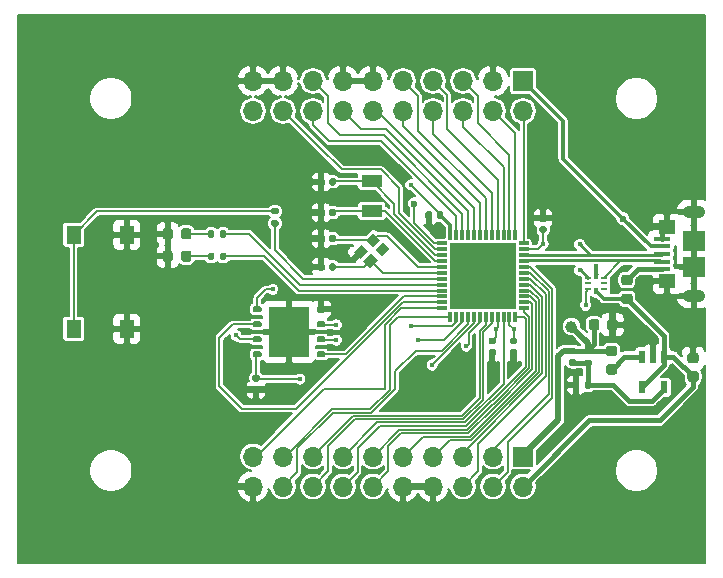
<source format=gbr>
%TF.GenerationSoftware,KiCad,Pcbnew,(5.1.9)-1*%
%TF.CreationDate,2021-08-30T22:49:49-04:00*%
%TF.ProjectId,STM32G491,53544d33-3247-4343-9931-2e6b69636164,rev?*%
%TF.SameCoordinates,Original*%
%TF.FileFunction,Copper,L1,Top*%
%TF.FilePolarity,Positive*%
%FSLAX46Y46*%
G04 Gerber Fmt 4.6, Leading zero omitted, Abs format (unit mm)*
G04 Created by KiCad (PCBNEW (5.1.9)-1) date 2021-08-30 22:49:49*
%MOMM*%
%LPD*%
G01*
G04 APERTURE LIST*
%TA.AperFunction,SMDPad,CuDef*%
%ADD10R,1.300000X1.550000*%
%TD*%
%TA.AperFunction,SMDPad,CuDef*%
%ADD11R,1.450000X1.150000*%
%TD*%
%TA.AperFunction,ComponentPad*%
%ADD12O,1.900000X1.050000*%
%TD*%
%TA.AperFunction,SMDPad,CuDef*%
%ADD13R,1.900000X1.750000*%
%TD*%
%TA.AperFunction,SMDPad,CuDef*%
%ADD14R,1.400000X0.400000*%
%TD*%
%TA.AperFunction,SMDPad,CuDef*%
%ADD15R,5.700000X5.700000*%
%TD*%
%TA.AperFunction,SMDPad,CuDef*%
%ADD16R,0.300000X0.850000*%
%TD*%
%TA.AperFunction,SMDPad,CuDef*%
%ADD17R,0.850000X0.300000*%
%TD*%
%TA.AperFunction,ComponentPad*%
%ADD18R,1.700000X1.700000*%
%TD*%
%TA.AperFunction,ComponentPad*%
%ADD19O,1.700000X1.700000*%
%TD*%
%TA.AperFunction,SMDPad,CuDef*%
%ADD20R,0.300000X0.600000*%
%TD*%
%TA.AperFunction,SMDPad,CuDef*%
%ADD21R,0.550000X0.250000*%
%TD*%
%TA.AperFunction,SMDPad,CuDef*%
%ADD22R,0.550000X0.200000*%
%TD*%
%TA.AperFunction,SMDPad,CuDef*%
%ADD23R,3.400000X4.300000*%
%TD*%
%TA.AperFunction,SMDPad,CuDef*%
%ADD24C,0.100000*%
%TD*%
%TA.AperFunction,SMDPad,CuDef*%
%ADD25R,0.600000X1.100000*%
%TD*%
%TA.AperFunction,SMDPad,CuDef*%
%ADD26R,1.800000X1.000000*%
%TD*%
%TA.AperFunction,ViaPad*%
%ADD27C,0.450000*%
%TD*%
%TA.AperFunction,ViaPad*%
%ADD28C,1.000000*%
%TD*%
%TA.AperFunction,ViaPad*%
%ADD29C,0.600000*%
%TD*%
%TA.AperFunction,Conductor*%
%ADD30C,0.150000*%
%TD*%
%TA.AperFunction,Conductor*%
%ADD31C,0.200000*%
%TD*%
%TA.AperFunction,Conductor*%
%ADD32C,0.400000*%
%TD*%
%TA.AperFunction,Conductor*%
%ADD33C,0.300000*%
%TD*%
%TA.AperFunction,Conductor*%
%ADD34C,0.500000*%
%TD*%
%TA.AperFunction,Conductor*%
%ADD35C,0.261112*%
%TD*%
%TA.AperFunction,Conductor*%
%ADD36C,0.100000*%
%TD*%
G04 APERTURE END LIST*
D10*
%TO.P,RST,2*%
%TO.N,Net-(R_RST1-Pad2)*%
X161950000Y-83730000D03*
%TO.P,RST,1*%
%TO.N,GND*%
X166450000Y-83730000D03*
X166450000Y-75770000D03*
%TO.P,RST,2*%
%TO.N,Net-(R_RST1-Pad2)*%
X161950000Y-75770000D03*
%TD*%
%TO.P,R_RST1,2*%
%TO.N,Net-(R_RST1-Pad2)*%
%TA.AperFunction,SMDPad,CuDef*%
G36*
G01*
X179185000Y-74060000D02*
X178815000Y-74060000D01*
G75*
G02*
X178680000Y-73925000I0J135000D01*
G01*
X178680000Y-73655000D01*
G75*
G02*
X178815000Y-73520000I135000J0D01*
G01*
X179185000Y-73520000D01*
G75*
G02*
X179320000Y-73655000I0J-135000D01*
G01*
X179320000Y-73925000D01*
G75*
G02*
X179185000Y-74060000I-135000J0D01*
G01*
G37*
%TD.AperFunction*%
%TO.P,R_RST1,1*%
%TO.N,/nRST*%
%TA.AperFunction,SMDPad,CuDef*%
G36*
G01*
X179185000Y-75080000D02*
X178815000Y-75080000D01*
G75*
G02*
X178680000Y-74945000I0J135000D01*
G01*
X178680000Y-74675000D01*
G75*
G02*
X178815000Y-74540000I135000J0D01*
G01*
X179185000Y-74540000D01*
G75*
G02*
X179320000Y-74675000I0J-135000D01*
G01*
X179320000Y-74945000D01*
G75*
G02*
X179185000Y-75080000I-135000J0D01*
G01*
G37*
%TD.AperFunction*%
%TD*%
%TO.P,R_LED_VERDE1,2*%
%TO.N,Net-(LED_VERDE1-Pad2)*%
%TA.AperFunction,SMDPad,CuDef*%
G36*
G01*
X173860000Y-75515000D02*
X173860000Y-75885000D01*
G75*
G02*
X173725000Y-76020000I-135000J0D01*
G01*
X173455000Y-76020000D01*
G75*
G02*
X173320000Y-75885000I0J135000D01*
G01*
X173320000Y-75515000D01*
G75*
G02*
X173455000Y-75380000I135000J0D01*
G01*
X173725000Y-75380000D01*
G75*
G02*
X173860000Y-75515000I0J-135000D01*
G01*
G37*
%TD.AperFunction*%
%TO.P,R_LED_VERDE1,1*%
%TO.N,/PA0*%
%TA.AperFunction,SMDPad,CuDef*%
G36*
G01*
X174880000Y-75515000D02*
X174880000Y-75885000D01*
G75*
G02*
X174745000Y-76020000I-135000J0D01*
G01*
X174475000Y-76020000D01*
G75*
G02*
X174340000Y-75885000I0J135000D01*
G01*
X174340000Y-75515000D01*
G75*
G02*
X174475000Y-75380000I135000J0D01*
G01*
X174745000Y-75380000D01*
G75*
G02*
X174880000Y-75515000I0J-135000D01*
G01*
G37*
%TD.AperFunction*%
%TD*%
%TO.P,R_LED_ROJO1,2*%
%TO.N,Net-(LED_ROJO1-Pad2)*%
%TA.AperFunction,SMDPad,CuDef*%
G36*
G01*
X173860000Y-77415000D02*
X173860000Y-77785000D01*
G75*
G02*
X173725000Y-77920000I-135000J0D01*
G01*
X173455000Y-77920000D01*
G75*
G02*
X173320000Y-77785000I0J135000D01*
G01*
X173320000Y-77415000D01*
G75*
G02*
X173455000Y-77280000I135000J0D01*
G01*
X173725000Y-77280000D01*
G75*
G02*
X173860000Y-77415000I0J-135000D01*
G01*
G37*
%TD.AperFunction*%
%TO.P,R_LED_ROJO1,1*%
%TO.N,/PA1*%
%TA.AperFunction,SMDPad,CuDef*%
G36*
G01*
X174880000Y-77415000D02*
X174880000Y-77785000D01*
G75*
G02*
X174745000Y-77920000I-135000J0D01*
G01*
X174475000Y-77920000D01*
G75*
G02*
X174340000Y-77785000I0J135000D01*
G01*
X174340000Y-77415000D01*
G75*
G02*
X174475000Y-77280000I135000J0D01*
G01*
X174745000Y-77280000D01*
G75*
G02*
X174880000Y-77415000I0J-135000D01*
G01*
G37*
%TD.AperFunction*%
%TD*%
%TO.P,Led Verde (PA0),2*%
%TO.N,Net-(LED_VERDE1-Pad2)*%
%TA.AperFunction,SMDPad,CuDef*%
G36*
G01*
X171050000Y-75956250D02*
X171050000Y-75443750D01*
G75*
G02*
X171268750Y-75225000I218750J0D01*
G01*
X171706250Y-75225000D01*
G75*
G02*
X171925000Y-75443750I0J-218750D01*
G01*
X171925000Y-75956250D01*
G75*
G02*
X171706250Y-76175000I-218750J0D01*
G01*
X171268750Y-76175000D01*
G75*
G02*
X171050000Y-75956250I0J218750D01*
G01*
G37*
%TD.AperFunction*%
%TO.P,Led Verde (PA0),1*%
%TO.N,GND*%
%TA.AperFunction,SMDPad,CuDef*%
G36*
G01*
X169475000Y-75956250D02*
X169475000Y-75443750D01*
G75*
G02*
X169693750Y-75225000I218750J0D01*
G01*
X170131250Y-75225000D01*
G75*
G02*
X170350000Y-75443750I0J-218750D01*
G01*
X170350000Y-75956250D01*
G75*
G02*
X170131250Y-76175000I-218750J0D01*
G01*
X169693750Y-76175000D01*
G75*
G02*
X169475000Y-75956250I0J218750D01*
G01*
G37*
%TD.AperFunction*%
%TD*%
%TO.P,Led Rojo (PA1),2*%
%TO.N,Net-(LED_ROJO1-Pad2)*%
%TA.AperFunction,SMDPad,CuDef*%
G36*
G01*
X171050000Y-77856250D02*
X171050000Y-77343750D01*
G75*
G02*
X171268750Y-77125000I218750J0D01*
G01*
X171706250Y-77125000D01*
G75*
G02*
X171925000Y-77343750I0J-218750D01*
G01*
X171925000Y-77856250D01*
G75*
G02*
X171706250Y-78075000I-218750J0D01*
G01*
X171268750Y-78075000D01*
G75*
G02*
X171050000Y-77856250I0J218750D01*
G01*
G37*
%TD.AperFunction*%
%TO.P,Led Rojo (PA1),1*%
%TO.N,GND*%
%TA.AperFunction,SMDPad,CuDef*%
G36*
G01*
X169475000Y-77856250D02*
X169475000Y-77343750D01*
G75*
G02*
X169693750Y-77125000I218750J0D01*
G01*
X170131250Y-77125000D01*
G75*
G02*
X170350000Y-77343750I0J-218750D01*
G01*
X170350000Y-77856250D01*
G75*
G02*
X170131250Y-78075000I-218750J0D01*
G01*
X169693750Y-78075000D01*
G75*
G02*
X169475000Y-77856250I0J218750D01*
G01*
G37*
%TD.AperFunction*%
%TD*%
D11*
%TO.P,USB_IN1,6*%
%TO.N,GND*%
X212220000Y-79720000D03*
X212220000Y-75080000D03*
D12*
X214450000Y-73825000D03*
X214450000Y-80975000D03*
D13*
X214450000Y-78525000D03*
D14*
%TO.P,USB_IN1,3*%
%TO.N,/USB_D+*%
X211800000Y-77400000D03*
%TO.P,USB_IN1,4*%
%TO.N,/USB_ID*%
X211800000Y-76750000D03*
%TO.P,USB_IN1,5*%
%TO.N,GND*%
X211800000Y-76100000D03*
%TO.P,USB_IN1,1*%
%TO.N,Net-(EMI_VDDS_FILTER_USB1-Pad2)*%
X211800000Y-78700000D03*
%TO.P,USB_IN1,2*%
%TO.N,/USB_D-*%
X211800000Y-78050000D03*
D13*
%TO.P,USB_IN1,6*%
%TO.N,GND*%
X214450000Y-76275000D03*
%TD*%
D15*
%TO.P,STM32,49*%
%TO.N,GND*%
X196600000Y-79250000D03*
D16*
%TO.P,STM32,48*%
%TO.N,/VDD*%
X193850000Y-75800000D03*
%TO.P,STM32,47*%
%TO.N,/PB9*%
X194350000Y-75800000D03*
%TO.P,STM32,46*%
%TO.N,/PB8-BOOT0*%
X194850000Y-75800000D03*
%TO.P,STM32,45*%
%TO.N,/PB7*%
X195350000Y-75800000D03*
%TO.P,STM32,44*%
%TO.N,/PB6*%
X195850000Y-75800000D03*
%TO.P,STM32,43*%
%TO.N,/PB5*%
X196350000Y-75800000D03*
%TO.P,STM32,42*%
%TO.N,/PB4*%
X196850000Y-75800000D03*
%TO.P,STM32,41*%
%TO.N,/PB3*%
X197350000Y-75800000D03*
%TO.P,STM32,40*%
%TO.N,/PC11*%
X197850000Y-75800000D03*
%TO.P,STM32,39*%
%TO.N,/PC10*%
X198350000Y-75800000D03*
%TO.P,STM32,38*%
%TO.N,/PA15*%
X198850000Y-75800000D03*
%TO.P,STM32,37*%
%TO.N,/PA14*%
X199350000Y-75800000D03*
D17*
%TO.P,STM32,36*%
%TO.N,/PA13*%
X200050000Y-76500000D03*
%TO.P,STM32,35*%
%TO.N,/VDD*%
X200050000Y-77000000D03*
%TO.P,STM32,34*%
%TO.N,/USB_D+*%
X200050000Y-77500000D03*
%TO.P,STM32,33*%
%TO.N,/USB_D-*%
X200050000Y-78000000D03*
%TO.P,STM32,32*%
%TO.N,/PA10*%
X200050000Y-78500000D03*
%TO.P,STM32,31*%
%TO.N,/PA9*%
X200050000Y-79000000D03*
%TO.P,STM32,30*%
%TO.N,/PA8*%
X200050000Y-79500000D03*
%TO.P,STM32,29*%
%TO.N,/PC6*%
X200050000Y-80000000D03*
%TO.P,STM32,28*%
%TO.N,/PB15*%
X200050000Y-80500000D03*
%TO.P,STM32,27*%
%TO.N,/PB14*%
X200050000Y-81000000D03*
%TO.P,STM32,26*%
%TO.N,/PB13*%
X200050000Y-81500000D03*
%TO.P,STM32,25*%
%TO.N,/PB12*%
X200050000Y-82000000D03*
D16*
%TO.P,STM32,24*%
%TO.N,/PB11*%
X199350000Y-82700000D03*
%TO.P,STM32,23*%
%TO.N,/VDD*%
X198850000Y-82700000D03*
%TO.P,STM32,22*%
%TO.N,/PB10*%
X198350000Y-82700000D03*
%TO.P,STM32,21*%
%TO.N,/VDD*%
X197850000Y-82700000D03*
%TO.P,STM32,20*%
%TO.N,/VREF*%
X197350000Y-82700000D03*
%TO.P,STM32,19*%
%TO.N,/PB2*%
X196850000Y-82700000D03*
%TO.P,STM32,18*%
%TO.N,/SDIO0*%
X196350000Y-82700000D03*
%TO.P,STM32,17*%
%TO.N,/SDIO1*%
X195850000Y-82700000D03*
%TO.P,STM32,16*%
%TO.N,/PC4*%
X195350000Y-82700000D03*
%TO.P,STM32,15*%
%TO.N,/SDIO2*%
X194850000Y-82700000D03*
%TO.P,STM32,14*%
%TO.N,/SDIO3*%
X194350000Y-82700000D03*
%TO.P,STM32,13*%
%TO.N,/PA5*%
X193850000Y-82700000D03*
D17*
%TO.P,STM32,12*%
%TO.N,/PA4*%
X193150000Y-82000000D03*
%TO.P,STM32,11*%
%TO.N,/SCLK*%
X193150000Y-81500000D03*
%TO.P,STM32,10*%
%TO.N,/nCS*%
X193150000Y-81000000D03*
%TO.P,STM32,9*%
%TO.N,/PA1*%
X193150000Y-80500000D03*
%TO.P,STM32,8*%
%TO.N,/PA0*%
X193150000Y-80000000D03*
%TO.P,STM32,7*%
%TO.N,/nRST*%
X193150000Y-79500000D03*
%TO.P,STM32,6*%
%TO.N,/OSC_OUT*%
X193150000Y-79000000D03*
%TO.P,STM32,5*%
%TO.N,/OSC_IN*%
X193150000Y-78500000D03*
%TO.P,STM32,4*%
%TO.N,/OSC32_OUT*%
X193150000Y-78000000D03*
%TO.P,STM32,3*%
%TO.N,/OSC32_IN*%
X193150000Y-77500000D03*
%TO.P,STM32,2*%
%TO.N,/PC13*%
X193150000Y-77000000D03*
%TO.P,STM32,1*%
%TO.N,/VBat*%
X193150000Y-76500000D03*
%TD*%
%TO.P,R102,2*%
%TO.N,Net-(BUCK3.3-Pad5)*%
%TA.AperFunction,SMDPad,CuDef*%
G36*
G01*
X205240000Y-88685000D02*
X205240000Y-88315000D01*
G75*
G02*
X205375000Y-88180000I135000J0D01*
G01*
X205645000Y-88180000D01*
G75*
G02*
X205780000Y-88315000I0J-135000D01*
G01*
X205780000Y-88685000D01*
G75*
G02*
X205645000Y-88820000I-135000J0D01*
G01*
X205375000Y-88820000D01*
G75*
G02*
X205240000Y-88685000I0J135000D01*
G01*
G37*
%TD.AperFunction*%
%TO.P,R102,1*%
%TO.N,GND*%
%TA.AperFunction,SMDPad,CuDef*%
G36*
G01*
X204220000Y-88685000D02*
X204220000Y-88315000D01*
G75*
G02*
X204355000Y-88180000I135000J0D01*
G01*
X204625000Y-88180000D01*
G75*
G02*
X204760000Y-88315000I0J-135000D01*
G01*
X204760000Y-88685000D01*
G75*
G02*
X204625000Y-88820000I-135000J0D01*
G01*
X204355000Y-88820000D01*
G75*
G02*
X204220000Y-88685000I0J135000D01*
G01*
G37*
%TD.AperFunction*%
%TD*%
%TO.P,R101,2*%
%TO.N,/VDD*%
%TA.AperFunction,SMDPad,CuDef*%
G36*
G01*
X205685000Y-85860000D02*
X205315000Y-85860000D01*
G75*
G02*
X205180000Y-85725000I0J135000D01*
G01*
X205180000Y-85455000D01*
G75*
G02*
X205315000Y-85320000I135000J0D01*
G01*
X205685000Y-85320000D01*
G75*
G02*
X205820000Y-85455000I0J-135000D01*
G01*
X205820000Y-85725000D01*
G75*
G02*
X205685000Y-85860000I-135000J0D01*
G01*
G37*
%TD.AperFunction*%
%TO.P,R101,1*%
%TO.N,Net-(BUCK3.3-Pad5)*%
%TA.AperFunction,SMDPad,CuDef*%
G36*
G01*
X205685000Y-86880000D02*
X205315000Y-86880000D01*
G75*
G02*
X205180000Y-86745000I0J135000D01*
G01*
X205180000Y-86475000D01*
G75*
G02*
X205315000Y-86340000I135000J0D01*
G01*
X205685000Y-86340000D01*
G75*
G02*
X205820000Y-86475000I0J-135000D01*
G01*
X205820000Y-86745000D01*
G75*
G02*
X205685000Y-86880000I-135000J0D01*
G01*
G37*
%TD.AperFunction*%
%TD*%
%TO.P,L101,2*%
%TO.N,/VDD*%
%TA.AperFunction,SMDPad,CuDef*%
G36*
G01*
X207756250Y-86050000D02*
X207243750Y-86050000D01*
G75*
G02*
X207025000Y-85831250I0J218750D01*
G01*
X207025000Y-85393750D01*
G75*
G02*
X207243750Y-85175000I218750J0D01*
G01*
X207756250Y-85175000D01*
G75*
G02*
X207975000Y-85393750I0J-218750D01*
G01*
X207975000Y-85831250D01*
G75*
G02*
X207756250Y-86050000I-218750J0D01*
G01*
G37*
%TD.AperFunction*%
%TO.P,L101,1*%
%TO.N,Net-(BUCK3.3-Pad3)*%
%TA.AperFunction,SMDPad,CuDef*%
G36*
G01*
X207756250Y-87625000D02*
X207243750Y-87625000D01*
G75*
G02*
X207025000Y-87406250I0J218750D01*
G01*
X207025000Y-86968750D01*
G75*
G02*
X207243750Y-86750000I218750J0D01*
G01*
X207756250Y-86750000D01*
G75*
G02*
X207975000Y-86968750I0J-218750D01*
G01*
X207975000Y-87406250D01*
G75*
G02*
X207756250Y-87625000I-218750J0D01*
G01*
G37*
%TD.AperFunction*%
%TD*%
D18*
%TO.P,J2,1*%
%TO.N,/VDD*%
X200000000Y-94550000D03*
D19*
%TO.P,J2,2*%
%TO.N,/Vin*%
X200000000Y-97090000D03*
%TO.P,J2,3*%
%TO.N,/PA9*%
X197460000Y-94550000D03*
%TO.P,J2,4*%
%TO.N,/PA10*%
X197460000Y-97090000D03*
%TO.P,J2,5*%
%TO.N,/PC6*%
X194920000Y-94550000D03*
%TO.P,J2,6*%
%TO.N,/PA8*%
X194920000Y-97090000D03*
%TO.P,J2,7*%
%TO.N,/PB15*%
X192380000Y-94550000D03*
%TO.P,J2,8*%
%TO.N,GND*%
X192380000Y-97090000D03*
%TO.P,J2,9*%
%TO.N,/PB14*%
X189840000Y-94550000D03*
%TO.P,J2,10*%
%TO.N,GND*%
X189840000Y-97090000D03*
%TO.P,J2,11*%
%TO.N,/PB12*%
X187300000Y-94550000D03*
%TO.P,J2,12*%
%TO.N,/PB13*%
X187300000Y-97090000D03*
%TO.P,J2,13*%
%TO.N,/PB10*%
X184760000Y-94550000D03*
%TO.P,J2,14*%
%TO.N,/PB11*%
X184760000Y-97090000D03*
%TO.P,J2,15*%
%TO.N,/PB2*%
X182220000Y-94550000D03*
%TO.P,J2,16*%
%TO.N,/VREF*%
X182220000Y-97090000D03*
%TO.P,J2,17*%
%TO.N,/PA5*%
X179680000Y-94550000D03*
%TO.P,J2,18*%
%TO.N,/PC4*%
X179680000Y-97090000D03*
%TO.P,J2,19*%
%TO.N,/PA4*%
X177140000Y-94550000D03*
%TO.P,J2,20*%
%TO.N,GND*%
X177140000Y-97090000D03*
%TD*%
%TO.P,J1,20*%
%TO.N,/VBat*%
X177140000Y-65290000D03*
%TO.P,J1,19*%
%TO.N,GND*%
X177140000Y-62750000D03*
%TO.P,J1,18*%
%TO.N,/PC13*%
X179680000Y-65290000D03*
%TO.P,J1,17*%
%TO.N,GND*%
X179680000Y-62750000D03*
%TO.P,J1,16*%
%TO.N,/PB9*%
X182220000Y-65290000D03*
%TO.P,J1,15*%
%TO.N,/PB8-BOOT0*%
X182220000Y-62750000D03*
%TO.P,J1,14*%
%TO.N,/PB7*%
X184760000Y-65290000D03*
%TO.P,J1,13*%
%TO.N,GND*%
X184760000Y-62750000D03*
%TO.P,J1,12*%
%TO.N,/PB6*%
X187300000Y-65290000D03*
%TO.P,J1,11*%
%TO.N,GND*%
X187300000Y-62750000D03*
%TO.P,J1,10*%
%TO.N,/PB5*%
X189840000Y-65290000D03*
%TO.P,J1,9*%
%TO.N,/PB4*%
X189840000Y-62750000D03*
%TO.P,J1,8*%
%TO.N,/PB3*%
X192380000Y-65290000D03*
%TO.P,J1,7*%
%TO.N,/PC11*%
X192380000Y-62750000D03*
%TO.P,J1,6*%
%TO.N,/PC10*%
X194920000Y-65290000D03*
%TO.P,J1,5*%
%TO.N,/PA15*%
X194920000Y-62750000D03*
%TO.P,J1,4*%
%TO.N,/PA14*%
X197460000Y-65290000D03*
%TO.P,J1,3*%
%TO.N,GND*%
X197460000Y-62750000D03*
%TO.P,J1,2*%
%TO.N,/PA13*%
X200000000Y-65290000D03*
D18*
%TO.P,J1,1*%
%TO.N,/USB_ID*%
X200000000Y-62750000D03*
%TD*%
D20*
%TO.P,IC1,8*%
%TO.N,/Vin*%
X206200000Y-80550000D03*
D21*
%TO.P,IC1,7*%
%TO.N,/USB_ID*%
X205525000Y-80400000D03*
D22*
%TO.P,IC1,6*%
%TO.N,Net-(IC1-Pad6)*%
X205525000Y-79900000D03*
D21*
%TO.P,IC1,5*%
%TO.N,/USB_D+*%
X205525000Y-79400000D03*
D20*
%TO.P,IC1,4*%
%TO.N,GND*%
X206200000Y-79250000D03*
D21*
%TO.P,IC1,3*%
%TO.N,/USB_D-*%
X206875000Y-79400000D03*
D22*
%TO.P,IC1,2*%
%TO.N,N/C*%
X206875000Y-79900000D03*
D21*
%TO.P,IC1,1*%
%TO.N,Net-(IC1-Pad1)*%
X206875000Y-80400000D03*
%TD*%
D23*
%TO.P,FLASH,9*%
%TO.N,GND*%
X180200000Y-84000000D03*
%TO.P,FLASH,8*%
%TO.N,/VDD*%
%TA.AperFunction,SMDPad,CuDef*%
G36*
G01*
X177875000Y-85780000D02*
X177875000Y-86030000D01*
G75*
G02*
X177750000Y-86155000I-125000J0D01*
G01*
X177250000Y-86155000D01*
G75*
G02*
X177125000Y-86030000I0J125000D01*
G01*
X177125000Y-85780000D01*
G75*
G02*
X177250000Y-85655000I125000J0D01*
G01*
X177750000Y-85655000D01*
G75*
G02*
X177875000Y-85780000I0J-125000D01*
G01*
G37*
%TD.AperFunction*%
%TO.P,FLASH,7*%
%TO.N,/SDIO3*%
%TA.AperFunction,SMDPad,CuDef*%
G36*
G01*
X177875000Y-84510000D02*
X177875000Y-84760000D01*
G75*
G02*
X177750000Y-84885000I-125000J0D01*
G01*
X177250000Y-84885000D01*
G75*
G02*
X177125000Y-84760000I0J125000D01*
G01*
X177125000Y-84510000D01*
G75*
G02*
X177250000Y-84385000I125000J0D01*
G01*
X177750000Y-84385000D01*
G75*
G02*
X177875000Y-84510000I0J-125000D01*
G01*
G37*
%TD.AperFunction*%
%TO.P,FLASH,6*%
%TO.N,/SCLK*%
%TA.AperFunction,SMDPad,CuDef*%
G36*
G01*
X177875000Y-83240000D02*
X177875000Y-83490000D01*
G75*
G02*
X177750000Y-83615000I-125000J0D01*
G01*
X177250000Y-83615000D01*
G75*
G02*
X177125000Y-83490000I0J125000D01*
G01*
X177125000Y-83240000D01*
G75*
G02*
X177250000Y-83115000I125000J0D01*
G01*
X177750000Y-83115000D01*
G75*
G02*
X177875000Y-83240000I0J-125000D01*
G01*
G37*
%TD.AperFunction*%
%TO.P,FLASH,5*%
%TO.N,/SDIO0*%
%TA.AperFunction,SMDPad,CuDef*%
G36*
G01*
X177875000Y-81970000D02*
X177875000Y-82220000D01*
G75*
G02*
X177750000Y-82345000I-125000J0D01*
G01*
X177250000Y-82345000D01*
G75*
G02*
X177125000Y-82220000I0J125000D01*
G01*
X177125000Y-81970000D01*
G75*
G02*
X177250000Y-81845000I125000J0D01*
G01*
X177750000Y-81845000D01*
G75*
G02*
X177875000Y-81970000I0J-125000D01*
G01*
G37*
%TD.AperFunction*%
%TO.P,FLASH,4*%
%TO.N,GND*%
%TA.AperFunction,SMDPad,CuDef*%
G36*
G01*
X183275000Y-81970000D02*
X183275000Y-82220000D01*
G75*
G02*
X183150000Y-82345000I-125000J0D01*
G01*
X182650000Y-82345000D01*
G75*
G02*
X182525000Y-82220000I0J125000D01*
G01*
X182525000Y-81970000D01*
G75*
G02*
X182650000Y-81845000I125000J0D01*
G01*
X183150000Y-81845000D01*
G75*
G02*
X183275000Y-81970000I0J-125000D01*
G01*
G37*
%TD.AperFunction*%
%TO.P,FLASH,3*%
%TO.N,/SDIO2*%
%TA.AperFunction,SMDPad,CuDef*%
G36*
G01*
X183275000Y-83240000D02*
X183275000Y-83490000D01*
G75*
G02*
X183150000Y-83615000I-125000J0D01*
G01*
X182650000Y-83615000D01*
G75*
G02*
X182525000Y-83490000I0J125000D01*
G01*
X182525000Y-83240000D01*
G75*
G02*
X182650000Y-83115000I125000J0D01*
G01*
X183150000Y-83115000D01*
G75*
G02*
X183275000Y-83240000I0J-125000D01*
G01*
G37*
%TD.AperFunction*%
%TO.P,FLASH,2*%
%TO.N,/SDIO1*%
%TA.AperFunction,SMDPad,CuDef*%
G36*
G01*
X183275000Y-84510000D02*
X183275000Y-84760000D01*
G75*
G02*
X183150000Y-84885000I-125000J0D01*
G01*
X182650000Y-84885000D01*
G75*
G02*
X182525000Y-84760000I0J125000D01*
G01*
X182525000Y-84510000D01*
G75*
G02*
X182650000Y-84385000I125000J0D01*
G01*
X183150000Y-84385000D01*
G75*
G02*
X183275000Y-84510000I0J-125000D01*
G01*
G37*
%TD.AperFunction*%
%TO.P,FLASH,1*%
%TO.N,/nCS*%
%TA.AperFunction,SMDPad,CuDef*%
G36*
G01*
X183275000Y-85780000D02*
X183275000Y-86030000D01*
G75*
G02*
X183150000Y-86155000I-125000J0D01*
G01*
X182650000Y-86155000D01*
G75*
G02*
X182525000Y-86030000I0J125000D01*
G01*
X182525000Y-85780000D01*
G75*
G02*
X182650000Y-85655000I125000J0D01*
G01*
X183150000Y-85655000D01*
G75*
G02*
X183275000Y-85780000I0J-125000D01*
G01*
G37*
%TD.AperFunction*%
%TD*%
%TO.P,EMI_VDDS_FILTER_USB1,2*%
%TO.N,Net-(EMI_VDDS_FILTER_USB1-Pad2)*%
%TA.AperFunction,SMDPad,CuDef*%
G36*
G01*
X209056250Y-80050000D02*
X208543750Y-80050000D01*
G75*
G02*
X208325000Y-79831250I0J218750D01*
G01*
X208325000Y-79393750D01*
G75*
G02*
X208543750Y-79175000I218750J0D01*
G01*
X209056250Y-79175000D01*
G75*
G02*
X209275000Y-79393750I0J-218750D01*
G01*
X209275000Y-79831250D01*
G75*
G02*
X209056250Y-80050000I-218750J0D01*
G01*
G37*
%TD.AperFunction*%
%TO.P,EMI_VDDS_FILTER_USB1,1*%
%TO.N,/Vin*%
%TA.AperFunction,SMDPad,CuDef*%
G36*
G01*
X209056250Y-81625000D02*
X208543750Y-81625000D01*
G75*
G02*
X208325000Y-81406250I0J218750D01*
G01*
X208325000Y-80968750D01*
G75*
G02*
X208543750Y-80750000I218750J0D01*
G01*
X209056250Y-80750000D01*
G75*
G02*
X209275000Y-80968750I0J-218750D01*
G01*
X209275000Y-81406250D01*
G75*
G02*
X209056250Y-81625000I-218750J0D01*
G01*
G37*
%TD.AperFunction*%
%TD*%
%TA.AperFunction,SMDPad,CuDef*%
D24*
%TO.P,Crystal_48MHz1,4*%
%TO.N,N/C*%
G36*
X188119238Y-76392893D02*
G01*
X188684924Y-76958579D01*
X188048528Y-77594975D01*
X187482842Y-77029289D01*
X188119238Y-76392893D01*
G37*
%TD.AperFunction*%
%TA.AperFunction,SMDPad,CuDef*%
%TO.P,Crystal_48MHz1,3*%
%TO.N,/OSC_OUT*%
G36*
X187129289Y-77382842D02*
G01*
X187694975Y-77948528D01*
X187058579Y-78584924D01*
X186492893Y-78019238D01*
X187129289Y-77382842D01*
G37*
%TD.AperFunction*%
%TA.AperFunction,SMDPad,CuDef*%
%TO.P,Crystal_48MHz1,2*%
%TO.N,GND*%
G36*
X186351472Y-76605025D02*
G01*
X186917158Y-77170711D01*
X186280762Y-77807107D01*
X185715076Y-77241421D01*
X186351472Y-76605025D01*
G37*
%TD.AperFunction*%
%TA.AperFunction,SMDPad,CuDef*%
%TO.P,Crystal_48MHz1,1*%
%TO.N,/OSC_IN*%
G36*
X187341421Y-75615076D02*
G01*
X187907107Y-76180762D01*
X187270711Y-76817158D01*
X186705025Y-76251472D01*
X187341421Y-75615076D01*
G37*
%TD.AperFunction*%
%TD*%
%TO.P,C2(opt)1,2*%
%TO.N,GND*%
%TA.AperFunction,SMDPad,CuDef*%
G36*
G01*
X183200000Y-78330000D02*
X183200000Y-78670000D01*
G75*
G02*
X183060000Y-78810000I-140000J0D01*
G01*
X182780000Y-78810000D01*
G75*
G02*
X182640000Y-78670000I0J140000D01*
G01*
X182640000Y-78330000D01*
G75*
G02*
X182780000Y-78190000I140000J0D01*
G01*
X183060000Y-78190000D01*
G75*
G02*
X183200000Y-78330000I0J-140000D01*
G01*
G37*
%TD.AperFunction*%
%TO.P,C2(opt)1,1*%
%TO.N,/OSC_OUT*%
%TA.AperFunction,SMDPad,CuDef*%
G36*
G01*
X184160000Y-78330000D02*
X184160000Y-78670000D01*
G75*
G02*
X184020000Y-78810000I-140000J0D01*
G01*
X183740000Y-78810000D01*
G75*
G02*
X183600000Y-78670000I0J140000D01*
G01*
X183600000Y-78330000D01*
G75*
G02*
X183740000Y-78190000I140000J0D01*
G01*
X184020000Y-78190000D01*
G75*
G02*
X184160000Y-78330000I0J-140000D01*
G01*
G37*
%TD.AperFunction*%
%TD*%
%TO.P,C1(opt)1,2*%
%TO.N,GND*%
%TA.AperFunction,SMDPad,CuDef*%
G36*
G01*
X183200000Y-75930000D02*
X183200000Y-76270000D01*
G75*
G02*
X183060000Y-76410000I-140000J0D01*
G01*
X182780000Y-76410000D01*
G75*
G02*
X182640000Y-76270000I0J140000D01*
G01*
X182640000Y-75930000D01*
G75*
G02*
X182780000Y-75790000I140000J0D01*
G01*
X183060000Y-75790000D01*
G75*
G02*
X183200000Y-75930000I0J-140000D01*
G01*
G37*
%TD.AperFunction*%
%TO.P,C1(opt)1,1*%
%TO.N,/OSC_IN*%
%TA.AperFunction,SMDPad,CuDef*%
G36*
G01*
X184160000Y-75930000D02*
X184160000Y-76270000D01*
G75*
G02*
X184020000Y-76410000I-140000J0D01*
G01*
X183740000Y-76410000D01*
G75*
G02*
X183600000Y-76270000I0J140000D01*
G01*
X183600000Y-75930000D01*
G75*
G02*
X183740000Y-75790000I140000J0D01*
G01*
X184020000Y-75790000D01*
G75*
G02*
X184160000Y-75930000I0J-140000D01*
G01*
G37*
%TD.AperFunction*%
%TD*%
%TO.P,C203,2*%
%TO.N,/VDD*%
%TA.AperFunction,SMDPad,CuDef*%
G36*
G01*
X204370000Y-85900000D02*
X204030000Y-85900000D01*
G75*
G02*
X203890000Y-85760000I0J140000D01*
G01*
X203890000Y-85480000D01*
G75*
G02*
X204030000Y-85340000I140000J0D01*
G01*
X204370000Y-85340000D01*
G75*
G02*
X204510000Y-85480000I0J-140000D01*
G01*
X204510000Y-85760000D01*
G75*
G02*
X204370000Y-85900000I-140000J0D01*
G01*
G37*
%TD.AperFunction*%
%TO.P,C203,1*%
%TO.N,Net-(BUCK3.3-Pad5)*%
%TA.AperFunction,SMDPad,CuDef*%
G36*
G01*
X204370000Y-86860000D02*
X204030000Y-86860000D01*
G75*
G02*
X203890000Y-86720000I0J140000D01*
G01*
X203890000Y-86440000D01*
G75*
G02*
X204030000Y-86300000I140000J0D01*
G01*
X204370000Y-86300000D01*
G75*
G02*
X204510000Y-86440000I0J-140000D01*
G01*
X204510000Y-86720000D01*
G75*
G02*
X204370000Y-86860000I-140000J0D01*
G01*
G37*
%TD.AperFunction*%
%TD*%
%TO.P,C202,2*%
%TO.N,GND*%
%TA.AperFunction,SMDPad,CuDef*%
G36*
G01*
X207125000Y-83650000D02*
X207125000Y-83150000D01*
G75*
G02*
X207350000Y-82925000I225000J0D01*
G01*
X207800000Y-82925000D01*
G75*
G02*
X208025000Y-83150000I0J-225000D01*
G01*
X208025000Y-83650000D01*
G75*
G02*
X207800000Y-83875000I-225000J0D01*
G01*
X207350000Y-83875000D01*
G75*
G02*
X207125000Y-83650000I0J225000D01*
G01*
G37*
%TD.AperFunction*%
%TO.P,C202,1*%
%TO.N,/VDD*%
%TA.AperFunction,SMDPad,CuDef*%
G36*
G01*
X205575000Y-83650000D02*
X205575000Y-83150000D01*
G75*
G02*
X205800000Y-82925000I225000J0D01*
G01*
X206250000Y-82925000D01*
G75*
G02*
X206475000Y-83150000I0J-225000D01*
G01*
X206475000Y-83650000D01*
G75*
G02*
X206250000Y-83875000I-225000J0D01*
G01*
X205800000Y-83875000D01*
G75*
G02*
X205575000Y-83650000I0J225000D01*
G01*
G37*
%TD.AperFunction*%
%TD*%
%TO.P,C201,2*%
%TO.N,GND*%
%TA.AperFunction,SMDPad,CuDef*%
G36*
G01*
X214650000Y-86675000D02*
X214150000Y-86675000D01*
G75*
G02*
X213925000Y-86450000I0J225000D01*
G01*
X213925000Y-86000000D01*
G75*
G02*
X214150000Y-85775000I225000J0D01*
G01*
X214650000Y-85775000D01*
G75*
G02*
X214875000Y-86000000I0J-225000D01*
G01*
X214875000Y-86450000D01*
G75*
G02*
X214650000Y-86675000I-225000J0D01*
G01*
G37*
%TD.AperFunction*%
%TO.P,C201,1*%
%TO.N,/Vin*%
%TA.AperFunction,SMDPad,CuDef*%
G36*
G01*
X214650000Y-88225000D02*
X214150000Y-88225000D01*
G75*
G02*
X213925000Y-88000000I0J225000D01*
G01*
X213925000Y-87550000D01*
G75*
G02*
X214150000Y-87325000I225000J0D01*
G01*
X214650000Y-87325000D01*
G75*
G02*
X214875000Y-87550000I0J-225000D01*
G01*
X214875000Y-88000000D01*
G75*
G02*
X214650000Y-88225000I-225000J0D01*
G01*
G37*
%TD.AperFunction*%
%TD*%
%TO.P,C105,2*%
%TO.N,GND*%
%TA.AperFunction,SMDPad,CuDef*%
G36*
G01*
X177230000Y-88600000D02*
X177570000Y-88600000D01*
G75*
G02*
X177710000Y-88740000I0J-140000D01*
G01*
X177710000Y-89020000D01*
G75*
G02*
X177570000Y-89160000I-140000J0D01*
G01*
X177230000Y-89160000D01*
G75*
G02*
X177090000Y-89020000I0J140000D01*
G01*
X177090000Y-88740000D01*
G75*
G02*
X177230000Y-88600000I140000J0D01*
G01*
G37*
%TD.AperFunction*%
%TO.P,C105,1*%
%TO.N,/VDD*%
%TA.AperFunction,SMDPad,CuDef*%
G36*
G01*
X177230000Y-87640000D02*
X177570000Y-87640000D01*
G75*
G02*
X177710000Y-87780000I0J-140000D01*
G01*
X177710000Y-88060000D01*
G75*
G02*
X177570000Y-88200000I-140000J0D01*
G01*
X177230000Y-88200000D01*
G75*
G02*
X177090000Y-88060000I0J140000D01*
G01*
X177090000Y-87780000D01*
G75*
G02*
X177230000Y-87640000I140000J0D01*
G01*
G37*
%TD.AperFunction*%
%TD*%
%TO.P,C104,2*%
%TO.N,/VDD*%
%TA.AperFunction,SMDPad,CuDef*%
G36*
G01*
X197570000Y-85050000D02*
X197230000Y-85050000D01*
G75*
G02*
X197090000Y-84910000I0J140000D01*
G01*
X197090000Y-84630000D01*
G75*
G02*
X197230000Y-84490000I140000J0D01*
G01*
X197570000Y-84490000D01*
G75*
G02*
X197710000Y-84630000I0J-140000D01*
G01*
X197710000Y-84910000D01*
G75*
G02*
X197570000Y-85050000I-140000J0D01*
G01*
G37*
%TD.AperFunction*%
%TO.P,C104,1*%
%TO.N,GND*%
%TA.AperFunction,SMDPad,CuDef*%
G36*
G01*
X197570000Y-86010000D02*
X197230000Y-86010000D01*
G75*
G02*
X197090000Y-85870000I0J140000D01*
G01*
X197090000Y-85590000D01*
G75*
G02*
X197230000Y-85450000I140000J0D01*
G01*
X197570000Y-85450000D01*
G75*
G02*
X197710000Y-85590000I0J-140000D01*
G01*
X197710000Y-85870000D01*
G75*
G02*
X197570000Y-86010000I-140000J0D01*
G01*
G37*
%TD.AperFunction*%
%TD*%
%TO.P,C103,2*%
%TO.N,/VDD*%
%TA.AperFunction,SMDPad,CuDef*%
G36*
G01*
X192700000Y-74270000D02*
X192700000Y-73930000D01*
G75*
G02*
X192840000Y-73790000I140000J0D01*
G01*
X193120000Y-73790000D01*
G75*
G02*
X193260000Y-73930000I0J-140000D01*
G01*
X193260000Y-74270000D01*
G75*
G02*
X193120000Y-74410000I-140000J0D01*
G01*
X192840000Y-74410000D01*
G75*
G02*
X192700000Y-74270000I0J140000D01*
G01*
G37*
%TD.AperFunction*%
%TO.P,C103,1*%
%TO.N,GND*%
%TA.AperFunction,SMDPad,CuDef*%
G36*
G01*
X191740000Y-74270000D02*
X191740000Y-73930000D01*
G75*
G02*
X191880000Y-73790000I140000J0D01*
G01*
X192160000Y-73790000D01*
G75*
G02*
X192300000Y-73930000I0J-140000D01*
G01*
X192300000Y-74270000D01*
G75*
G02*
X192160000Y-74410000I-140000J0D01*
G01*
X191880000Y-74410000D01*
G75*
G02*
X191740000Y-74270000I0J140000D01*
G01*
G37*
%TD.AperFunction*%
%TD*%
%TO.P,C102,2*%
%TO.N,/VDD*%
%TA.AperFunction,SMDPad,CuDef*%
G36*
G01*
X201530000Y-75050000D02*
X201870000Y-75050000D01*
G75*
G02*
X202010000Y-75190000I0J-140000D01*
G01*
X202010000Y-75470000D01*
G75*
G02*
X201870000Y-75610000I-140000J0D01*
G01*
X201530000Y-75610000D01*
G75*
G02*
X201390000Y-75470000I0J140000D01*
G01*
X201390000Y-75190000D01*
G75*
G02*
X201530000Y-75050000I140000J0D01*
G01*
G37*
%TD.AperFunction*%
%TO.P,C102,1*%
%TO.N,GND*%
%TA.AperFunction,SMDPad,CuDef*%
G36*
G01*
X201530000Y-74090000D02*
X201870000Y-74090000D01*
G75*
G02*
X202010000Y-74230000I0J-140000D01*
G01*
X202010000Y-74510000D01*
G75*
G02*
X201870000Y-74650000I-140000J0D01*
G01*
X201530000Y-74650000D01*
G75*
G02*
X201390000Y-74510000I0J140000D01*
G01*
X201390000Y-74230000D01*
G75*
G02*
X201530000Y-74090000I140000J0D01*
G01*
G37*
%TD.AperFunction*%
%TD*%
%TO.P,C101,2*%
%TO.N,/VDD*%
%TA.AperFunction,SMDPad,CuDef*%
G36*
G01*
X199370000Y-85050000D02*
X199030000Y-85050000D01*
G75*
G02*
X198890000Y-84910000I0J140000D01*
G01*
X198890000Y-84630000D01*
G75*
G02*
X199030000Y-84490000I140000J0D01*
G01*
X199370000Y-84490000D01*
G75*
G02*
X199510000Y-84630000I0J-140000D01*
G01*
X199510000Y-84910000D01*
G75*
G02*
X199370000Y-85050000I-140000J0D01*
G01*
G37*
%TD.AperFunction*%
%TO.P,C101,1*%
%TO.N,GND*%
%TA.AperFunction,SMDPad,CuDef*%
G36*
G01*
X199370000Y-86010000D02*
X199030000Y-86010000D01*
G75*
G02*
X198890000Y-85870000I0J140000D01*
G01*
X198890000Y-85590000D01*
G75*
G02*
X199030000Y-85450000I140000J0D01*
G01*
X199370000Y-85450000D01*
G75*
G02*
X199510000Y-85590000I0J-140000D01*
G01*
X199510000Y-85870000D01*
G75*
G02*
X199370000Y-86010000I-140000J0D01*
G01*
G37*
%TD.AperFunction*%
%TD*%
%TO.P,C4,2*%
%TO.N,GND*%
%TA.AperFunction,SMDPad,CuDef*%
G36*
G01*
X183200000Y-73730000D02*
X183200000Y-74070000D01*
G75*
G02*
X183060000Y-74210000I-140000J0D01*
G01*
X182780000Y-74210000D01*
G75*
G02*
X182640000Y-74070000I0J140000D01*
G01*
X182640000Y-73730000D01*
G75*
G02*
X182780000Y-73590000I140000J0D01*
G01*
X183060000Y-73590000D01*
G75*
G02*
X183200000Y-73730000I0J-140000D01*
G01*
G37*
%TD.AperFunction*%
%TO.P,C4,1*%
%TO.N,/OSC32_OUT*%
%TA.AperFunction,SMDPad,CuDef*%
G36*
G01*
X184160000Y-73730000D02*
X184160000Y-74070000D01*
G75*
G02*
X184020000Y-74210000I-140000J0D01*
G01*
X183740000Y-74210000D01*
G75*
G02*
X183600000Y-74070000I0J140000D01*
G01*
X183600000Y-73730000D01*
G75*
G02*
X183740000Y-73590000I140000J0D01*
G01*
X184020000Y-73590000D01*
G75*
G02*
X184160000Y-73730000I0J-140000D01*
G01*
G37*
%TD.AperFunction*%
%TD*%
%TO.P,C3,2*%
%TO.N,GND*%
%TA.AperFunction,SMDPad,CuDef*%
G36*
G01*
X183200000Y-71130000D02*
X183200000Y-71470000D01*
G75*
G02*
X183060000Y-71610000I-140000J0D01*
G01*
X182780000Y-71610000D01*
G75*
G02*
X182640000Y-71470000I0J140000D01*
G01*
X182640000Y-71130000D01*
G75*
G02*
X182780000Y-70990000I140000J0D01*
G01*
X183060000Y-70990000D01*
G75*
G02*
X183200000Y-71130000I0J-140000D01*
G01*
G37*
%TD.AperFunction*%
%TO.P,C3,1*%
%TO.N,/OSC32_IN*%
%TA.AperFunction,SMDPad,CuDef*%
G36*
G01*
X184160000Y-71130000D02*
X184160000Y-71470000D01*
G75*
G02*
X184020000Y-71610000I-140000J0D01*
G01*
X183740000Y-71610000D01*
G75*
G02*
X183600000Y-71470000I0J140000D01*
G01*
X183600000Y-71130000D01*
G75*
G02*
X183740000Y-70990000I140000J0D01*
G01*
X184020000Y-70990000D01*
G75*
G02*
X184160000Y-71130000I0J-140000D01*
G01*
G37*
%TD.AperFunction*%
%TD*%
D25*
%TO.P,BUCK3.3,5*%
%TO.N,Net-(BUCK3.3-Pad5)*%
X211950000Y-88700000D03*
%TO.P,BUCK3.3,4*%
%TO.N,/Vin*%
X210050000Y-88700000D03*
%TO.P,BUCK3.3,3*%
%TO.N,Net-(BUCK3.3-Pad3)*%
X210050000Y-86100000D03*
%TO.P,BUCK3.3,2*%
%TO.N,GND*%
X211000000Y-86100000D03*
%TO.P,BUCK3.3,1*%
%TO.N,/Vin*%
X211950000Y-86100000D03*
%TD*%
D26*
%TO.P,32KHz_Crystal1,2*%
%TO.N,/OSC32_OUT*%
X187200000Y-73750000D03*
%TO.P,32KHz_Crystal1,1*%
%TO.N,/OSC32_IN*%
X187200000Y-71250000D03*
%TD*%
D27*
%TO.N,GND*%
X179200000Y-85450000D03*
X179200000Y-83250000D03*
X181200000Y-83250000D03*
X181200000Y-85450000D03*
X198350000Y-81250000D03*
X198350000Y-77250000D03*
X194850000Y-77250000D03*
X196600000Y-79250000D03*
X194850000Y-81250000D03*
%TO.N,/VDD*%
X190500000Y-71550000D03*
X201700000Y-76550000D03*
D28*
X204100000Y-83550000D03*
D27*
%TO.N,/USB_ID*%
X205300000Y-81750000D03*
%TO.N,/VDD*%
X197700000Y-83750000D03*
X199200000Y-83750000D03*
%TO.N,GND*%
X199300000Y-86750000D03*
X197400000Y-86850000D03*
D29*
%TO.N,/VBat*%
X190800000Y-73150000D03*
D27*
%TO.N,/USB_D+*%
X204800000Y-76600000D03*
%TO.N,GND*%
X204600000Y-74250000D03*
X202350000Y-71750000D03*
X209600000Y-70500000D03*
X206100000Y-68500000D03*
X205850000Y-59000000D03*
X213350000Y-59000000D03*
X170350000Y-58750000D03*
X178850000Y-58750000D03*
X186100000Y-58750000D03*
X192600000Y-59000000D03*
X198600000Y-59000000D03*
X181100000Y-76500000D03*
X176350000Y-79500000D03*
X170850000Y-84500000D03*
X171850000Y-89500000D03*
X171850000Y-95750000D03*
X171850000Y-101250000D03*
X165350000Y-101250000D03*
X159100000Y-101250000D03*
X159100000Y-96000000D03*
X159100000Y-89250000D03*
X159100000Y-83750000D03*
X158850000Y-78000000D03*
X158850000Y-70750000D03*
X158850000Y-64500000D03*
X158850000Y-58750000D03*
X164100000Y-58750000D03*
X164850000Y-70750000D03*
X170850000Y-70500000D03*
X176100000Y-70250000D03*
X171350000Y-64500000D03*
X213600000Y-83500000D03*
X213850000Y-69500000D03*
X214100000Y-64250000D03*
X204100000Y-62750000D03*
X213350000Y-101250000D03*
X209100000Y-101250000D03*
X203100000Y-101250000D03*
X196850000Y-101250000D03*
X191850000Y-101250000D03*
X187850000Y-101250000D03*
X183350000Y-101250000D03*
X178100000Y-101250000D03*
X165100000Y-89000000D03*
X186350000Y-69000000D03*
X175600000Y-87250000D03*
X179850000Y-89250000D03*
X186850000Y-81750000D03*
X206200000Y-78450000D03*
X209400000Y-83850000D03*
X204800000Y-90250000D03*
X207000000Y-90250000D03*
X214200000Y-95850000D03*
X214200000Y-92250000D03*
X204200000Y-80450000D03*
X204000000Y-96850000D03*
X194400000Y-86850000D03*
X193600000Y-89650000D03*
X191000000Y-89650000D03*
X192600000Y-75250000D03*
%TO.N,/VDD*%
X181100000Y-88000000D03*
%TO.N,/SDIO3*%
X190500000Y-83500000D03*
X175700000Y-84300000D03*
%TO.N,/SDIO0*%
X195200000Y-85200000D03*
X178800000Y-80400000D03*
%TO.N,/SDIO2*%
X191100000Y-84700000D03*
X184200000Y-83400000D03*
%TO.N,/SDIO1*%
X192300000Y-86800000D03*
X184200000Y-84700000D03*
%TO.N,/USB_D+*%
X204800000Y-78800000D03*
D29*
%TO.N,/USB_ID*%
X208450000Y-74400000D03*
%TD*%
D30*
%TO.N,/OSC32_OUT*%
X184030000Y-73750000D02*
X183880000Y-73900000D01*
X187200000Y-73750000D02*
X184030000Y-73750000D01*
X188325000Y-73750000D02*
X187200000Y-73750000D01*
X192575000Y-78000000D02*
X188325000Y-73750000D01*
X193150000Y-78000000D02*
X192575000Y-78000000D01*
%TO.N,/OSC32_IN*%
X183930000Y-71250000D02*
X183880000Y-71300000D01*
X187200000Y-71250000D02*
X183930000Y-71250000D01*
X192575000Y-77500000D02*
X189100000Y-74025000D01*
X193150000Y-77500000D02*
X192575000Y-77500000D01*
X189100000Y-73150000D02*
X187200000Y-71250000D01*
X189100000Y-74025000D02*
X189100000Y-73150000D01*
D31*
%TO.N,GND*%
X197400000Y-85730000D02*
X197400000Y-86850000D01*
X199300000Y-85830000D02*
X199200000Y-85730000D01*
X199300000Y-86750000D02*
X199300000Y-85830000D01*
D30*
%TO.N,/VBat*%
X190800000Y-73150000D02*
X190800000Y-73150000D01*
D32*
%TO.N,Net-(BUCK3.3-Pad5)*%
X211950000Y-88700000D02*
X211950000Y-88850000D01*
X205510000Y-86620000D02*
X205500000Y-86610000D01*
X205510000Y-88500000D02*
X205510000Y-86620000D01*
X204230000Y-86610000D02*
X204200000Y-86580000D01*
X205500000Y-86610000D02*
X204230000Y-86610000D01*
X211950000Y-88800000D02*
X210900000Y-89850000D01*
X211950000Y-88700000D02*
X211950000Y-88800000D01*
D33*
%TO.N,/Vin*%
X206837500Y-81187500D02*
X206200000Y-80550000D01*
X208800000Y-81187500D02*
X206837500Y-81187500D01*
D32*
%TO.N,GND*%
X214275000Y-86100000D02*
X214400000Y-86225000D01*
X211800000Y-75500000D02*
X212220000Y-75080000D01*
X211800000Y-76100000D02*
X211800000Y-75500000D01*
D33*
X206200000Y-79250000D02*
X206200000Y-78450000D01*
D31*
%TO.N,/VBat*%
X193150000Y-76500000D02*
X192502106Y-76500000D01*
X190800000Y-74797894D02*
X190800000Y-73150000D01*
X192502106Y-76500000D02*
X190800000Y-74797894D01*
D32*
%TO.N,Net-(BUCK3.3-Pad5)*%
X210900000Y-89850000D02*
X209000000Y-89850000D01*
X207650000Y-88500000D02*
X205510000Y-88500000D01*
X209000000Y-89850000D02*
X207650000Y-88500000D01*
%TO.N,/Vin*%
X211950000Y-86800000D02*
X210050000Y-88700000D01*
X211950000Y-86100000D02*
X211950000Y-86800000D01*
X211950000Y-84337500D02*
X211950000Y-86100000D01*
X208800000Y-81187500D02*
X211950000Y-84337500D01*
X200000000Y-97090000D02*
X205600000Y-91490000D01*
X212725000Y-86100000D02*
X214400000Y-87775000D01*
X211950000Y-86100000D02*
X212725000Y-86100000D01*
X205600000Y-91490000D02*
X211560000Y-91490000D01*
X214400000Y-88650000D02*
X214400000Y-87775000D01*
X211560000Y-91490000D02*
X214400000Y-88650000D01*
%TO.N,Net-(BUCK3.3-Pad3)*%
X207450000Y-87237500D02*
X207500000Y-87187500D01*
X208587500Y-86100000D02*
X207500000Y-87187500D01*
X210050000Y-86100000D02*
X208587500Y-86100000D01*
D33*
%TO.N,/VDD*%
X193850000Y-74970000D02*
X192980000Y-74100000D01*
X193850000Y-75800000D02*
X193850000Y-74970000D01*
D30*
X177400000Y-86005000D02*
X177500000Y-85905000D01*
X177400000Y-87920000D02*
X177400000Y-86005000D01*
D32*
X205522500Y-85612500D02*
X205500000Y-85590000D01*
X207500000Y-85612500D02*
X205522500Y-85612500D01*
X205470000Y-85620000D02*
X205500000Y-85590000D01*
X204200000Y-85620000D02*
X205470000Y-85620000D01*
X206025000Y-85065000D02*
X205500000Y-85590000D01*
X206025000Y-83400000D02*
X206025000Y-85065000D01*
D31*
X198850000Y-83400000D02*
X198850000Y-82700000D01*
X199200000Y-83750000D02*
X198850000Y-83400000D01*
X199200000Y-83750000D02*
X199200000Y-84770000D01*
X197700000Y-84470000D02*
X197400000Y-84770000D01*
X197700000Y-83750000D02*
X197700000Y-84470000D01*
X197850000Y-83600000D02*
X197850000Y-82700000D01*
X197700000Y-83750000D02*
X197850000Y-83600000D01*
D33*
X200000000Y-94550000D02*
X200000000Y-94450000D01*
D34*
X205500000Y-84950000D02*
X204100000Y-83550000D01*
X205500000Y-85590000D02*
X205500000Y-84950000D01*
D31*
X201700000Y-76550000D02*
X201700000Y-75330000D01*
X201250000Y-77000000D02*
X201700000Y-76550000D01*
X200050000Y-77000000D02*
X201250000Y-77000000D01*
X192980000Y-74030000D02*
X192980000Y-74100000D01*
X190500000Y-71550000D02*
X192980000Y-74030000D01*
X177480000Y-88000000D02*
X177400000Y-87920000D01*
X181100000Y-88000000D02*
X177480000Y-88000000D01*
D34*
X203000000Y-91450000D02*
X200000000Y-94450000D01*
X203000000Y-86050000D02*
X203000000Y-91450000D01*
X203430000Y-85620000D02*
X203000000Y-86050000D01*
X204200000Y-85620000D02*
X203430000Y-85620000D01*
D30*
%TO.N,/OSC_IN*%
X187624264Y-75897919D02*
X187306066Y-76216117D01*
X188497919Y-75897919D02*
X187624264Y-75897919D01*
X183996117Y-76216117D02*
X183880000Y-76100000D01*
X187306066Y-76216117D02*
X183996117Y-76216117D01*
X191100000Y-78500000D02*
X188497919Y-75897919D01*
X193150000Y-78500000D02*
X191100000Y-78500000D01*
%TO.N,/OSC_OUT*%
X186577817Y-78500000D02*
X183880000Y-78500000D01*
X187093934Y-77983883D02*
X186577817Y-78500000D01*
X188110051Y-79000000D02*
X187093934Y-77983883D01*
X193150000Y-79000000D02*
X188110051Y-79000000D01*
D32*
%TO.N,Net-(EMI_VDDS_FILTER_USB1-Pad2)*%
X209712500Y-78700000D02*
X208800000Y-79612500D01*
X211800000Y-78700000D02*
X209712500Y-78700000D01*
D30*
%TO.N,/SDIO3*%
X194350000Y-83138602D02*
X193988602Y-83500000D01*
X194350000Y-82700000D02*
X194350000Y-83138602D01*
X193988602Y-83500000D02*
X190500000Y-83500000D01*
X190500000Y-83500000D02*
X190500000Y-83500000D01*
X175700000Y-84300000D02*
X176000000Y-84600000D01*
X177465000Y-84600000D02*
X177500000Y-84635000D01*
X176000000Y-84600000D02*
X177465000Y-84600000D01*
%TO.N,/SCLK*%
X189816500Y-81500000D02*
X193150000Y-81500000D01*
X176200000Y-90500000D02*
X180816500Y-90500000D01*
X174300000Y-88600000D02*
X176200000Y-90500000D01*
X174300000Y-84500000D02*
X174300000Y-88600000D01*
X180816500Y-90500000D02*
X189816500Y-81500000D01*
X175435000Y-83365000D02*
X174300000Y-84500000D01*
X177500000Y-83365000D02*
X175435000Y-83365000D01*
%TO.N,/SDIO0*%
X196350000Y-83138602D02*
X195400000Y-84088602D01*
X196350000Y-82700000D02*
X196350000Y-83138602D01*
X195400000Y-84088602D02*
X195400000Y-85000000D01*
X195400000Y-85000000D02*
X195200000Y-85200000D01*
X195200000Y-85200000D02*
X195200000Y-85200000D01*
X178800000Y-80400000D02*
X178200000Y-80400000D01*
X177500000Y-81100000D02*
X177500000Y-82095000D01*
X178200000Y-80400000D02*
X177500000Y-81100000D01*
%TO.N,/SDIO2*%
X194850000Y-83138602D02*
X193288602Y-84700000D01*
X194850000Y-82700000D02*
X194850000Y-83138602D01*
X193288602Y-84700000D02*
X191100000Y-84700000D01*
X191100000Y-84700000D02*
X191100000Y-84700000D01*
X182935000Y-83400000D02*
X182900000Y-83365000D01*
X184200000Y-83400000D02*
X182935000Y-83400000D01*
%TO.N,/SDIO1*%
X195850000Y-82700000D02*
X195850000Y-83246852D01*
X195122991Y-83973861D02*
X195122991Y-83977009D01*
X195850000Y-83246852D02*
X195122991Y-83973861D01*
X195122991Y-83977009D02*
X192300000Y-86800000D01*
X192300000Y-86800000D02*
X192300000Y-86800000D01*
X182965000Y-84700000D02*
X182900000Y-84635000D01*
X184200000Y-84700000D02*
X182965000Y-84700000D01*
%TO.N,/nCS*%
X189924750Y-81000000D02*
X185024750Y-85900000D01*
X193150000Y-81000000D02*
X189924750Y-81000000D01*
X182905000Y-85900000D02*
X182900000Y-85905000D01*
X185024750Y-85900000D02*
X182905000Y-85900000D01*
%TO.N,/PB9*%
X194350000Y-75800000D02*
X194350000Y-74200000D01*
X194350000Y-74200000D02*
X188000000Y-67850000D01*
X182220000Y-66492081D02*
X182220000Y-65290000D01*
X183577919Y-67850000D02*
X182220000Y-66492081D01*
X188000000Y-67850000D02*
X183577919Y-67850000D01*
%TO.N,/PB8-BOOT0*%
X194850000Y-75800000D02*
X194850000Y-74000000D01*
X194850000Y-74000000D02*
X188200000Y-67350000D01*
X188200000Y-67350000D02*
X184500000Y-67350000D01*
X184500000Y-67350000D02*
X183500000Y-66350000D01*
X183500000Y-64030000D02*
X182220000Y-62750000D01*
X183500000Y-66350000D02*
X183500000Y-64030000D01*
%TO.N,/PB7*%
X186320000Y-66850000D02*
X184760000Y-65290000D01*
X188400000Y-66850000D02*
X186320000Y-66850000D01*
X195350000Y-73800000D02*
X188400000Y-66850000D01*
X195350000Y-75800000D02*
X195350000Y-73800000D01*
%TO.N,/PB6*%
X187640000Y-65290000D02*
X187300000Y-65290000D01*
X195850000Y-73500000D02*
X187640000Y-65290000D01*
X195850000Y-75800000D02*
X195850000Y-73500000D01*
%TO.N,/PB5*%
X189840000Y-66590000D02*
X189840000Y-65290000D01*
X196350000Y-73100000D02*
X189840000Y-66590000D01*
X196350000Y-75800000D02*
X196350000Y-73100000D01*
%TO.N,/PB4*%
X196850000Y-75800000D02*
X196850000Y-72700000D01*
X196850000Y-72700000D02*
X191100000Y-66950000D01*
X191100000Y-64010000D02*
X189840000Y-62750000D01*
X191100000Y-66950000D02*
X191100000Y-64010000D01*
%TO.N,/PB3*%
X197350000Y-75800000D02*
X197350000Y-72200000D01*
X192380000Y-67230000D02*
X192380000Y-65290000D01*
X197350000Y-72200000D02*
X192380000Y-67230000D01*
%TO.N,/PC11*%
X197850000Y-75800000D02*
X197850000Y-71100000D01*
X197850000Y-71100000D02*
X193600000Y-66850000D01*
X193600000Y-63970000D02*
X192380000Y-62750000D01*
X193600000Y-66850000D02*
X193600000Y-63970000D01*
%TO.N,/PC10*%
X194920000Y-66628249D02*
X194920000Y-65290000D01*
X198350000Y-70058249D02*
X194920000Y-66628249D01*
X198350000Y-75800000D02*
X198350000Y-70058249D01*
%TO.N,/PA15*%
X198850000Y-75800000D02*
X198850000Y-69000000D01*
X198850000Y-69000000D02*
X196200000Y-66350000D01*
X196200000Y-64030000D02*
X194920000Y-62750000D01*
X196200000Y-66350000D02*
X196200000Y-64030000D01*
%TO.N,/PA14*%
X199350000Y-67180000D02*
X197460000Y-65290000D01*
X199350000Y-75800000D02*
X199350000Y-67180000D01*
%TO.N,/PA13*%
X200050000Y-65340000D02*
X200000000Y-65290000D01*
X200050000Y-76500000D02*
X200050000Y-65340000D01*
D31*
%TO.N,/USB_D+*%
X200100000Y-77500000D02*
X200050000Y-77500000D01*
D35*
X204800000Y-76600000D02*
X205700000Y-77500000D01*
X205700000Y-77500000D02*
X200100000Y-77500000D01*
X211800000Y-77500000D02*
X205700000Y-77500000D01*
X204925000Y-78800000D02*
X205525000Y-79400000D01*
X204800000Y-78800000D02*
X204925000Y-78800000D01*
D31*
%TO.N,/USB_D-*%
X211600000Y-77950000D02*
X211800000Y-78150000D01*
D35*
X208350000Y-77950000D02*
X211600000Y-77950000D01*
D31*
X208325000Y-77950000D02*
X206875000Y-79400000D01*
X208350000Y-77950000D02*
X208325000Y-77950000D01*
X200100000Y-77950000D02*
X200050000Y-78000000D01*
D35*
X208350000Y-77950000D02*
X200100000Y-77950000D01*
D30*
%TO.N,/PA10*%
X198700000Y-93350000D02*
X198700000Y-95850000D01*
X202462059Y-89587941D02*
X198700000Y-93350000D01*
X202462059Y-80337059D02*
X202462059Y-89587941D01*
X200625000Y-78500000D02*
X202462059Y-80337059D01*
X198700000Y-95850000D02*
X197460000Y-97090000D01*
X200050000Y-78500000D02*
X200625000Y-78500000D01*
%TO.N,/PA9*%
X197460000Y-93990000D02*
X197460000Y-94550000D01*
X202185049Y-89264951D02*
X197460000Y-93990000D01*
X202185049Y-80560049D02*
X202185049Y-89264951D01*
X200625000Y-79000000D02*
X202185049Y-80560049D01*
X200050000Y-79000000D02*
X200625000Y-79000000D01*
%TO.N,/PA8*%
X196200000Y-95810000D02*
X194920000Y-97090000D01*
X201908040Y-87741960D02*
X196200000Y-93450000D01*
X201908040Y-80783040D02*
X201908040Y-87741960D01*
X200625000Y-79500000D02*
X201908040Y-80783040D01*
X196200000Y-93450000D02*
X196200000Y-95810000D01*
X200050000Y-79500000D02*
X200625000Y-79500000D01*
%TO.N,/PC6*%
X201631030Y-87518970D02*
X194920000Y-94230000D01*
X194920000Y-94230000D02*
X194920000Y-94550000D01*
X201631030Y-81006030D02*
X201631030Y-87518970D01*
X200625000Y-80000000D02*
X201631030Y-81006030D01*
X200050000Y-80000000D02*
X200625000Y-80000000D01*
%TO.N,/PB15*%
X195608250Y-93150000D02*
X193780000Y-93150000D01*
X201350000Y-87408250D02*
X195608250Y-93150000D01*
X201350000Y-86450000D02*
X201350000Y-87408250D01*
X201354020Y-86445980D02*
X201350000Y-86450000D01*
X201354020Y-81229020D02*
X201354020Y-86445980D01*
X200625000Y-80500000D02*
X201354020Y-81229020D01*
X193780000Y-93150000D02*
X192380000Y-94550000D01*
X200050000Y-80500000D02*
X200625000Y-80500000D01*
%TO.N,/PB14*%
X191517010Y-92872990D02*
X189840000Y-94550000D01*
X201072990Y-87293510D02*
X195493510Y-92872990D01*
X201077010Y-86331239D02*
X201072990Y-86335259D01*
X201077010Y-81452010D02*
X201077010Y-86331239D01*
X195493510Y-92872990D02*
X191517010Y-92872990D01*
X201072990Y-86335259D02*
X201072990Y-87293510D01*
X200625000Y-81000000D02*
X201077010Y-81452010D01*
X200050000Y-81000000D02*
X200625000Y-81000000D01*
%TO.N,/PB13*%
X188600000Y-95790000D02*
X187300000Y-97090000D01*
X188600000Y-93650000D02*
X188600000Y-95790000D01*
X195354020Y-92595980D02*
X189654020Y-92595980D01*
X200795980Y-87178770D02*
X197631241Y-90343509D01*
X197606491Y-90343509D02*
X195354020Y-92595980D01*
X200795980Y-86220518D02*
X200795980Y-87178770D01*
X200800000Y-86216498D02*
X200795980Y-86220518D01*
X189654020Y-92595980D02*
X188600000Y-93650000D01*
X200800000Y-81675000D02*
X200800000Y-86216498D01*
X197631241Y-90343509D02*
X197606491Y-90343509D01*
X200625000Y-81500000D02*
X200800000Y-81675000D01*
X200050000Y-81500000D02*
X200625000Y-81500000D01*
%TO.N,/PB12*%
X189539279Y-92318970D02*
X187308249Y-94550000D01*
X195231030Y-92318970D02*
X189539279Y-92318970D01*
X197483500Y-90066500D02*
X195231030Y-92318970D01*
X197516500Y-90066500D02*
X197483500Y-90066500D01*
X187308249Y-94550000D02*
X187300000Y-94550000D01*
X200500000Y-87083000D02*
X197516500Y-90066500D01*
X200500000Y-86124747D02*
X200500000Y-87083000D01*
X200522990Y-86101757D02*
X200500000Y-86124747D01*
X200522990Y-82772990D02*
X200522990Y-86101757D01*
X200050000Y-82300000D02*
X200522990Y-82772990D01*
X200050000Y-82000000D02*
X200050000Y-82300000D01*
%TO.N,/PB11*%
X186000000Y-95850000D02*
X184760000Y-97090000D01*
X186000000Y-93850000D02*
X186000000Y-95850000D01*
X187903915Y-91946085D02*
X186000000Y-93850000D01*
X197420625Y-89770625D02*
X197375460Y-89770625D01*
X195200000Y-91946085D02*
X187903915Y-91946085D01*
X200222990Y-86968260D02*
X197420625Y-89770625D01*
X200245980Y-85987016D02*
X200222990Y-86010006D01*
X200222990Y-86010006D02*
X200222990Y-86968260D01*
X200245980Y-82887730D02*
X200245980Y-85987016D01*
X197375460Y-89770625D02*
X195200000Y-91946085D01*
X200058250Y-82700000D02*
X200245980Y-82887730D01*
X199350000Y-82700000D02*
X200058250Y-82700000D01*
%TO.N,/PB10*%
X187640925Y-91669075D02*
X184760000Y-94550000D01*
X195085260Y-91669075D02*
X187640925Y-91669075D01*
X198350000Y-88404335D02*
X195085260Y-91669075D01*
X198350000Y-82700000D02*
X198350000Y-88404335D01*
%TO.N,/VREF*%
X183500000Y-95810000D02*
X182220000Y-97090000D01*
X183500000Y-93650000D02*
X183500000Y-95810000D01*
X185757935Y-91392065D02*
X183500000Y-93650000D01*
X196600000Y-84025000D02*
X196600000Y-89750000D01*
X197350000Y-83275000D02*
X196600000Y-84025000D01*
X194957935Y-91392065D02*
X185757935Y-91392065D01*
X196600000Y-89750000D02*
X194957935Y-91392065D01*
X197350000Y-82700000D02*
X197350000Y-83275000D01*
%TO.N,/PB2*%
X182220000Y-94538249D02*
X182220000Y-94550000D01*
X185643194Y-91115055D02*
X182220000Y-94538249D01*
X194834945Y-91115055D02*
X185643194Y-91115055D01*
X196322990Y-89627010D02*
X194834945Y-91115055D01*
X196322990Y-83910259D02*
X196322990Y-89627010D01*
X196850000Y-83383250D02*
X196322990Y-83910259D01*
X196850000Y-82700000D02*
X196850000Y-83383250D01*
%TO.N,/PC4*%
X180900000Y-93850000D02*
X180900000Y-95870000D01*
X183911955Y-90838045D02*
X180900000Y-93850000D01*
X187161955Y-90838045D02*
X183911955Y-90838045D01*
X189200000Y-88800000D02*
X187161955Y-90838045D01*
X189200000Y-87300000D02*
X189200000Y-88800000D01*
X190900000Y-85600000D02*
X189200000Y-87300000D01*
X180900000Y-95870000D02*
X179680000Y-97090000D01*
X193105102Y-85600000D02*
X190900000Y-85600000D01*
X195350000Y-83355102D02*
X193105102Y-85600000D01*
X195350000Y-82700000D02*
X195350000Y-83355102D01*
%TO.N,/PA5*%
X193850000Y-82700000D02*
X189400000Y-82700000D01*
X189400000Y-82700000D02*
X188700000Y-83400000D01*
X188700000Y-83400000D02*
X188700000Y-88900000D01*
X188700000Y-88900000D02*
X187038965Y-90561035D01*
X179808249Y-94550000D02*
X179680000Y-94550000D01*
X183797214Y-90561035D02*
X179808249Y-94550000D01*
X187038965Y-90561035D02*
X183797214Y-90561035D01*
%TO.N,/PA4*%
X177400000Y-94550000D02*
X177140000Y-94550000D01*
X183150000Y-88800000D02*
X177400000Y-94550000D01*
X188300000Y-88800000D02*
X183150000Y-88800000D01*
X188300000Y-83408250D02*
X188300000Y-88800000D01*
X189708250Y-82000000D02*
X188300000Y-83408250D01*
X193150000Y-82000000D02*
X189708250Y-82000000D01*
%TO.N,/PA1*%
X181000000Y-80500000D02*
X193150000Y-80500000D01*
X178100000Y-77600000D02*
X181000000Y-80500000D01*
X174610000Y-77600000D02*
X178100000Y-77600000D01*
%TO.N,/PA0*%
X183626324Y-80000000D02*
X193150000Y-80000000D01*
X181100000Y-80000000D02*
X183626324Y-80000000D01*
X176800000Y-75700000D02*
X181100000Y-80000000D01*
X174610000Y-75700000D02*
X176800000Y-75700000D01*
%TO.N,/nRST*%
X193150000Y-79500000D02*
X181400000Y-79500000D01*
X181400000Y-79500000D02*
X179000000Y-77100000D01*
X179000000Y-77100000D02*
X179000000Y-74810000D01*
%TO.N,/PC13*%
X192575000Y-77000000D02*
X189500000Y-73925000D01*
X193150000Y-77000000D02*
X192575000Y-77000000D01*
X182740000Y-68350000D02*
X179680000Y-65290000D01*
X189500000Y-71786398D02*
X187963602Y-70250000D01*
X189500000Y-73925000D02*
X189500000Y-71786398D01*
X184640000Y-70250000D02*
X182740000Y-68350000D01*
X187963602Y-70250000D02*
X184640000Y-70250000D01*
D33*
%TO.N,/USB_ID*%
X210800000Y-76750000D02*
X208450000Y-74400000D01*
X211800000Y-76750000D02*
X210800000Y-76750000D01*
X203400000Y-66150000D02*
X200000000Y-62750000D01*
X203400000Y-69350000D02*
X203400000Y-66150000D01*
X208450000Y-74400000D02*
X203400000Y-69350000D01*
D31*
X205300000Y-80625000D02*
X205525000Y-80400000D01*
X205300000Y-81750000D02*
X205300000Y-80625000D01*
D30*
%TO.N,Net-(LED_ROJO1-Pad2)*%
X173590000Y-77600000D02*
X171487500Y-77600000D01*
%TO.N,Net-(LED_VERDE1-Pad2)*%
X173590000Y-75700000D02*
X171487500Y-75700000D01*
%TO.N,Net-(R_RST1-Pad2)*%
X163930000Y-73790000D02*
X161950000Y-75770000D01*
X179000000Y-73790000D02*
X163930000Y-73790000D01*
X161950000Y-83730000D02*
X161950000Y-75770000D01*
%TD*%
%TO.N,GND*%
X215446000Y-72860853D02*
X215266721Y-72773211D01*
X215054000Y-72717000D01*
X214629000Y-72717000D01*
X214629000Y-73646000D01*
X214649000Y-73646000D01*
X214649000Y-74004000D01*
X214629000Y-74004000D01*
X214629000Y-74933000D01*
X214658750Y-74933000D01*
X214629000Y-74962750D01*
X214629000Y-76096000D01*
X214649000Y-76096000D01*
X214649000Y-76454000D01*
X214629000Y-76454000D01*
X214629000Y-78346000D01*
X214649000Y-78346000D01*
X214649000Y-78704000D01*
X214629000Y-78704000D01*
X214629000Y-79837250D01*
X214658750Y-79867000D01*
X214629000Y-79867000D01*
X214629000Y-80796000D01*
X214649000Y-80796000D01*
X214649000Y-81154000D01*
X214629000Y-81154000D01*
X214629000Y-82083000D01*
X215054000Y-82083000D01*
X215266721Y-82026789D01*
X215446001Y-81939147D01*
X215446001Y-85648962D01*
X215416228Y-85550816D01*
X215362092Y-85449535D01*
X215289238Y-85360762D01*
X215200465Y-85287908D01*
X215099184Y-85233772D01*
X214989288Y-85200435D01*
X214875000Y-85189179D01*
X214724750Y-85192000D01*
X214579000Y-85337750D01*
X214579000Y-86046000D01*
X214599000Y-86046000D01*
X214599000Y-86404000D01*
X214579000Y-86404000D01*
X214579000Y-86424000D01*
X214221000Y-86424000D01*
X214221000Y-86404000D01*
X214201000Y-86404000D01*
X214201000Y-86046000D01*
X214221000Y-86046000D01*
X214221000Y-85337750D01*
X214075250Y-85192000D01*
X213925000Y-85189179D01*
X213810712Y-85200435D01*
X213700816Y-85233772D01*
X213599535Y-85287908D01*
X213510762Y-85360762D01*
X213437908Y-85449535D01*
X213383772Y-85550816D01*
X213350435Y-85660712D01*
X213339179Y-85775000D01*
X213342000Y-85900250D01*
X213487748Y-86045998D01*
X213419116Y-86045998D01*
X213117435Y-85744317D01*
X213100869Y-85724131D01*
X213020318Y-85658025D01*
X212928419Y-85608904D01*
X212828702Y-85578655D01*
X212750981Y-85571000D01*
X212750979Y-85571000D01*
X212725000Y-85568441D01*
X212699021Y-85571000D01*
X212580591Y-85571000D01*
X212580591Y-85550000D01*
X212574239Y-85485505D01*
X212555426Y-85423488D01*
X212524876Y-85366333D01*
X212483763Y-85316237D01*
X212479000Y-85312328D01*
X212479000Y-84363481D01*
X212481559Y-84337500D01*
X212471345Y-84233798D01*
X212441096Y-84134081D01*
X212391975Y-84042181D01*
X212342431Y-83981812D01*
X212325869Y-83961631D01*
X212305688Y-83945069D01*
X209683468Y-81322849D01*
X212973019Y-81322849D01*
X213004285Y-81441739D01*
X213114954Y-81631902D01*
X213260595Y-81796821D01*
X213435612Y-81930158D01*
X213633279Y-82026789D01*
X213846000Y-82083000D01*
X214271000Y-82083000D01*
X214271000Y-81154000D01*
X213079546Y-81154000D01*
X212973019Y-81322849D01*
X209683468Y-81322849D01*
X209605591Y-81244973D01*
X209605591Y-80968750D01*
X209595036Y-80861579D01*
X209563775Y-80758526D01*
X209513010Y-80663552D01*
X209444693Y-80580307D01*
X209361448Y-80511990D01*
X209266474Y-80461225D01*
X209163421Y-80429964D01*
X209056250Y-80419409D01*
X208543750Y-80419409D01*
X208436579Y-80429964D01*
X208333526Y-80461225D01*
X208238552Y-80511990D01*
X208155307Y-80580307D01*
X208086990Y-80663552D01*
X208062965Y-80708500D01*
X207424965Y-80708500D01*
X207455426Y-80651512D01*
X207474239Y-80589495D01*
X207480591Y-80525000D01*
X207480591Y-80275000D01*
X207474239Y-80210505D01*
X207455426Y-80148488D01*
X207449553Y-80137500D01*
X207455426Y-80126512D01*
X207474239Y-80064495D01*
X207480591Y-80000000D01*
X207480591Y-79800000D01*
X207474239Y-79735505D01*
X207455426Y-79673488D01*
X207449553Y-79662500D01*
X207455426Y-79651512D01*
X207474239Y-79589495D01*
X207480591Y-79525000D01*
X207480591Y-79401106D01*
X208472142Y-78409556D01*
X209254825Y-78409556D01*
X208819973Y-78844409D01*
X208543750Y-78844409D01*
X208436579Y-78854964D01*
X208333526Y-78886225D01*
X208238552Y-78936990D01*
X208155307Y-79005307D01*
X208086990Y-79088552D01*
X208036225Y-79183526D01*
X208004964Y-79286579D01*
X207994409Y-79393750D01*
X207994409Y-79831250D01*
X208004964Y-79938421D01*
X208036225Y-80041474D01*
X208086990Y-80136448D01*
X208155307Y-80219693D01*
X208238552Y-80288010D01*
X208333526Y-80338775D01*
X208436579Y-80370036D01*
X208543750Y-80380591D01*
X209056250Y-80380591D01*
X209163421Y-80370036D01*
X209266474Y-80338775D01*
X209348370Y-80295000D01*
X210909179Y-80295000D01*
X210920435Y-80409288D01*
X210953772Y-80519184D01*
X211007908Y-80620465D01*
X211080762Y-80709238D01*
X211169535Y-80782092D01*
X211270816Y-80836228D01*
X211380712Y-80869565D01*
X211495000Y-80880821D01*
X211895250Y-80878000D01*
X212041000Y-80732250D01*
X212041000Y-79899000D01*
X211057750Y-79899000D01*
X210912000Y-80044750D01*
X210909179Y-80295000D01*
X209348370Y-80295000D01*
X209361448Y-80288010D01*
X209444693Y-80219693D01*
X209513010Y-80136448D01*
X209563775Y-80041474D01*
X209595036Y-79938421D01*
X209605591Y-79831250D01*
X209605591Y-79555027D01*
X209931619Y-79229000D01*
X210910126Y-79229000D01*
X210912000Y-79395250D01*
X211057750Y-79541000D01*
X212041000Y-79541000D01*
X212041000Y-79521000D01*
X212399000Y-79521000D01*
X212399000Y-79541000D01*
X212419000Y-79541000D01*
X212419000Y-79899000D01*
X212399000Y-79899000D01*
X212399000Y-80732250D01*
X212544750Y-80878000D01*
X212945000Y-80880821D01*
X213059288Y-80869565D01*
X213169184Y-80836228D01*
X213244445Y-80796000D01*
X214271000Y-80796000D01*
X214271000Y-79867000D01*
X214241250Y-79867000D01*
X214271000Y-79837250D01*
X214271000Y-78704000D01*
X213326628Y-78704000D01*
X213270465Y-78657908D01*
X213169184Y-78603772D01*
X213059288Y-78570435D01*
X212945000Y-78559179D01*
X212830591Y-78559985D01*
X212830591Y-78500000D01*
X212824239Y-78435505D01*
X212805885Y-78375000D01*
X212824239Y-78314495D01*
X212830591Y-78250000D01*
X212830591Y-77850000D01*
X212824239Y-77785505D01*
X212805885Y-77725000D01*
X212824239Y-77664495D01*
X212830591Y-77600000D01*
X212830591Y-77200000D01*
X212824239Y-77135505D01*
X212805885Y-77075000D01*
X212824239Y-77014495D01*
X212830591Y-76950000D01*
X212830591Y-76781074D01*
X212899205Y-76728744D01*
X212916439Y-76709209D01*
X212914179Y-77150000D01*
X212925435Y-77264288D01*
X212958772Y-77374184D01*
X212972571Y-77400000D01*
X212958772Y-77425816D01*
X212925435Y-77535712D01*
X212914179Y-77650000D01*
X212917000Y-78200250D01*
X213062750Y-78346000D01*
X214271000Y-78346000D01*
X214271000Y-76454000D01*
X214251000Y-76454000D01*
X214251000Y-76096000D01*
X214271000Y-76096000D01*
X214271000Y-74962750D01*
X214241250Y-74933000D01*
X214271000Y-74933000D01*
X214271000Y-74004000D01*
X213244445Y-74004000D01*
X213169184Y-73963772D01*
X213059288Y-73930435D01*
X212945000Y-73919179D01*
X212544750Y-73922000D01*
X212399000Y-74067750D01*
X212399000Y-74901000D01*
X212419000Y-74901000D01*
X212419000Y-75259000D01*
X212399000Y-75259000D01*
X212399000Y-75279000D01*
X212041000Y-75279000D01*
X212041000Y-75259000D01*
X211057750Y-75259000D01*
X210990973Y-75325777D01*
X210895256Y-75351123D01*
X210792110Y-75401613D01*
X210700795Y-75471256D01*
X210624822Y-75557375D01*
X210567110Y-75656661D01*
X210529876Y-75765298D01*
X210523646Y-75796239D01*
X209232407Y-74505000D01*
X210909179Y-74505000D01*
X210912000Y-74755250D01*
X211057750Y-74901000D01*
X212041000Y-74901000D01*
X212041000Y-74067750D01*
X211895250Y-73922000D01*
X211495000Y-73919179D01*
X211380712Y-73930435D01*
X211270816Y-73963772D01*
X211169535Y-74017908D01*
X211080762Y-74090762D01*
X211007908Y-74179535D01*
X210953772Y-74280816D01*
X210920435Y-74390712D01*
X210909179Y-74505000D01*
X209232407Y-74505000D01*
X209079000Y-74351593D01*
X209079000Y-74338049D01*
X209054827Y-74216528D01*
X209007412Y-74102057D01*
X208938576Y-73999036D01*
X208850964Y-73911424D01*
X208747943Y-73842588D01*
X208633472Y-73795173D01*
X208511951Y-73771000D01*
X208498409Y-73771000D01*
X208204560Y-73477151D01*
X212973019Y-73477151D01*
X213079546Y-73646000D01*
X214271000Y-73646000D01*
X214271000Y-72717000D01*
X213846000Y-72717000D01*
X213633279Y-72773211D01*
X213435612Y-72869842D01*
X213260595Y-73003179D01*
X213114954Y-73168098D01*
X213004285Y-73358261D01*
X212973019Y-73477151D01*
X208204560Y-73477151D01*
X203879000Y-69151593D01*
X203879000Y-66173520D01*
X203881317Y-66149999D01*
X203878802Y-66124465D01*
X203872069Y-66056100D01*
X203844679Y-65965808D01*
X203823974Y-65927073D01*
X203800200Y-65882594D01*
X203772192Y-65848466D01*
X203740343Y-65809657D01*
X203722065Y-65794657D01*
X201997267Y-64069859D01*
X207771000Y-64069859D01*
X207771000Y-64430141D01*
X207841287Y-64783500D01*
X207979161Y-65116356D01*
X208179323Y-65415920D01*
X208434080Y-65670677D01*
X208733644Y-65870839D01*
X209066500Y-66008713D01*
X209419859Y-66079000D01*
X209780141Y-66079000D01*
X210133500Y-66008713D01*
X210466356Y-65870839D01*
X210765920Y-65670677D01*
X211020677Y-65415920D01*
X211220839Y-65116356D01*
X211358713Y-64783500D01*
X211429000Y-64430141D01*
X211429000Y-64069859D01*
X211358713Y-63716500D01*
X211220839Y-63383644D01*
X211020677Y-63084080D01*
X210765920Y-62829323D01*
X210466356Y-62629161D01*
X210133500Y-62491287D01*
X209780141Y-62421000D01*
X209419859Y-62421000D01*
X209066500Y-62491287D01*
X208733644Y-62629161D01*
X208434080Y-62829323D01*
X208179323Y-63084080D01*
X207979161Y-63383644D01*
X207841287Y-63716500D01*
X207771000Y-64069859D01*
X201997267Y-64069859D01*
X201180591Y-63253184D01*
X201180591Y-61900000D01*
X201174239Y-61835505D01*
X201155426Y-61773488D01*
X201124876Y-61716333D01*
X201083763Y-61666237D01*
X201033667Y-61625124D01*
X200976512Y-61594574D01*
X200914495Y-61575761D01*
X200850000Y-61569409D01*
X199150000Y-61569409D01*
X199085505Y-61575761D01*
X199023488Y-61594574D01*
X198966333Y-61625124D01*
X198916237Y-61666237D01*
X198875124Y-61716333D01*
X198844574Y-61773488D01*
X198825761Y-61835505D01*
X198819409Y-61900000D01*
X198819409Y-62308616D01*
X198731950Y-62089960D01*
X198578742Y-61854497D01*
X198382542Y-61653448D01*
X198150889Y-61494539D01*
X197892685Y-61383877D01*
X197859211Y-61373730D01*
X197639000Y-61475256D01*
X197639000Y-62571000D01*
X197659000Y-62571000D01*
X197659000Y-62929000D01*
X197639000Y-62929000D01*
X197639000Y-62949000D01*
X197281000Y-62949000D01*
X197281000Y-62929000D01*
X197261000Y-62929000D01*
X197261000Y-62571000D01*
X197281000Y-62571000D01*
X197281000Y-61475256D01*
X197060789Y-61373730D01*
X197027315Y-61383877D01*
X196769111Y-61494539D01*
X196537458Y-61653448D01*
X196341258Y-61854497D01*
X196188050Y-62089960D01*
X196083723Y-62350788D01*
X196183966Y-62570998D01*
X196086492Y-62570998D01*
X196053692Y-62406098D01*
X195964817Y-62191534D01*
X195835789Y-61998431D01*
X195671569Y-61834211D01*
X195478466Y-61705183D01*
X195263902Y-61616308D01*
X195036121Y-61571000D01*
X194803879Y-61571000D01*
X194576098Y-61616308D01*
X194361534Y-61705183D01*
X194168431Y-61834211D01*
X194004211Y-61998431D01*
X193875183Y-62191534D01*
X193786308Y-62406098D01*
X193741000Y-62633879D01*
X193741000Y-62866121D01*
X193786308Y-63093902D01*
X193875183Y-63308466D01*
X194004211Y-63501569D01*
X194168431Y-63665789D01*
X194361534Y-63794817D01*
X194576098Y-63883692D01*
X194803879Y-63929000D01*
X195036121Y-63929000D01*
X195263902Y-63883692D01*
X195418368Y-63819710D01*
X195796001Y-64197343D01*
X195796001Y-64498643D01*
X195671569Y-64374211D01*
X195478466Y-64245183D01*
X195263902Y-64156308D01*
X195036121Y-64111000D01*
X194803879Y-64111000D01*
X194576098Y-64156308D01*
X194361534Y-64245183D01*
X194168431Y-64374211D01*
X194004211Y-64538431D01*
X194004000Y-64538747D01*
X194004000Y-63989837D01*
X194005954Y-63970000D01*
X194002093Y-63930802D01*
X193998154Y-63890802D01*
X193975053Y-63814648D01*
X193937539Y-63744464D01*
X193899700Y-63698358D01*
X193887053Y-63682947D01*
X193871640Y-63670298D01*
X193449710Y-63248368D01*
X193513692Y-63093902D01*
X193559000Y-62866121D01*
X193559000Y-62633879D01*
X193513692Y-62406098D01*
X193424817Y-62191534D01*
X193295789Y-61998431D01*
X193131569Y-61834211D01*
X192938466Y-61705183D01*
X192723902Y-61616308D01*
X192496121Y-61571000D01*
X192263879Y-61571000D01*
X192036098Y-61616308D01*
X191821534Y-61705183D01*
X191628431Y-61834211D01*
X191464211Y-61998431D01*
X191335183Y-62191534D01*
X191246308Y-62406098D01*
X191201000Y-62633879D01*
X191201000Y-62866121D01*
X191246308Y-63093902D01*
X191335183Y-63308466D01*
X191464211Y-63501569D01*
X191628431Y-63665789D01*
X191821534Y-63794817D01*
X192036098Y-63883692D01*
X192263879Y-63929000D01*
X192496121Y-63929000D01*
X192723902Y-63883692D01*
X192878368Y-63819710D01*
X193196001Y-64137343D01*
X193196001Y-64438643D01*
X193131569Y-64374211D01*
X192938466Y-64245183D01*
X192723902Y-64156308D01*
X192496121Y-64111000D01*
X192263879Y-64111000D01*
X192036098Y-64156308D01*
X191821534Y-64245183D01*
X191628431Y-64374211D01*
X191504000Y-64498642D01*
X191504000Y-64029837D01*
X191505954Y-64009999D01*
X191502014Y-63970000D01*
X191498154Y-63930802D01*
X191475053Y-63854648D01*
X191453672Y-63814648D01*
X191437538Y-63784463D01*
X191399700Y-63738357D01*
X191399697Y-63738354D01*
X191387053Y-63722947D01*
X191371646Y-63710303D01*
X190909710Y-63248368D01*
X190973692Y-63093902D01*
X191019000Y-62866121D01*
X191019000Y-62633879D01*
X190973692Y-62406098D01*
X190884817Y-62191534D01*
X190755789Y-61998431D01*
X190591569Y-61834211D01*
X190398466Y-61705183D01*
X190183902Y-61616308D01*
X189956121Y-61571000D01*
X189723879Y-61571000D01*
X189496098Y-61616308D01*
X189281534Y-61705183D01*
X189088431Y-61834211D01*
X188924211Y-61998431D01*
X188795183Y-62191534D01*
X188706308Y-62406098D01*
X188673508Y-62570998D01*
X188576034Y-62570998D01*
X188676277Y-62350788D01*
X188571950Y-62089960D01*
X188418742Y-61854497D01*
X188222542Y-61653448D01*
X187990889Y-61494539D01*
X187732685Y-61383877D01*
X187699211Y-61373730D01*
X187479000Y-61475256D01*
X187479000Y-62571000D01*
X187499000Y-62571000D01*
X187499000Y-62929000D01*
X187479000Y-62929000D01*
X187479000Y-62949000D01*
X187121000Y-62949000D01*
X187121000Y-62929000D01*
X184939000Y-62929000D01*
X184939000Y-62949000D01*
X184581000Y-62949000D01*
X184581000Y-62929000D01*
X184561000Y-62929000D01*
X184561000Y-62571000D01*
X184581000Y-62571000D01*
X184581000Y-61475256D01*
X184939000Y-61475256D01*
X184939000Y-62571000D01*
X187121000Y-62571000D01*
X187121000Y-61475256D01*
X186900789Y-61373730D01*
X186867315Y-61383877D01*
X186609111Y-61494539D01*
X186377458Y-61653448D01*
X186181258Y-61854497D01*
X186030000Y-62086963D01*
X185878742Y-61854497D01*
X185682542Y-61653448D01*
X185450889Y-61494539D01*
X185192685Y-61383877D01*
X185159211Y-61373730D01*
X184939000Y-61475256D01*
X184581000Y-61475256D01*
X184360789Y-61373730D01*
X184327315Y-61383877D01*
X184069111Y-61494539D01*
X183837458Y-61653448D01*
X183641258Y-61854497D01*
X183488050Y-62089960D01*
X183383723Y-62350788D01*
X183483966Y-62570998D01*
X183386492Y-62570998D01*
X183353692Y-62406098D01*
X183264817Y-62191534D01*
X183135789Y-61998431D01*
X182971569Y-61834211D01*
X182778466Y-61705183D01*
X182563902Y-61616308D01*
X182336121Y-61571000D01*
X182103879Y-61571000D01*
X181876098Y-61616308D01*
X181661534Y-61705183D01*
X181468431Y-61834211D01*
X181304211Y-61998431D01*
X181175183Y-62191534D01*
X181086308Y-62406098D01*
X181053508Y-62570998D01*
X180956034Y-62570998D01*
X181056277Y-62350788D01*
X180951950Y-62089960D01*
X180798742Y-61854497D01*
X180602542Y-61653448D01*
X180370889Y-61494539D01*
X180112685Y-61383877D01*
X180079211Y-61373730D01*
X179859000Y-61475256D01*
X179859000Y-62571000D01*
X179879000Y-62571000D01*
X179879000Y-62929000D01*
X179859000Y-62929000D01*
X179859000Y-62949000D01*
X179501000Y-62949000D01*
X179501000Y-62929000D01*
X177319000Y-62929000D01*
X177319000Y-62949000D01*
X176961000Y-62949000D01*
X176961000Y-62929000D01*
X175863967Y-62929000D01*
X175763723Y-63149212D01*
X175868050Y-63410040D01*
X176021258Y-63645503D01*
X176217458Y-63846552D01*
X176449111Y-64005461D01*
X176707315Y-64116123D01*
X176740789Y-64126270D01*
X176960998Y-64024745D01*
X176960998Y-64123508D01*
X176796098Y-64156308D01*
X176581534Y-64245183D01*
X176388431Y-64374211D01*
X176224211Y-64538431D01*
X176095183Y-64731534D01*
X176006308Y-64946098D01*
X175961000Y-65173879D01*
X175961000Y-65406121D01*
X176006308Y-65633902D01*
X176095183Y-65848466D01*
X176224211Y-66041569D01*
X176388431Y-66205789D01*
X176581534Y-66334817D01*
X176796098Y-66423692D01*
X177023879Y-66469000D01*
X177256121Y-66469000D01*
X177483902Y-66423692D01*
X177698466Y-66334817D01*
X177891569Y-66205789D01*
X178055789Y-66041569D01*
X178184817Y-65848466D01*
X178273692Y-65633902D01*
X178319000Y-65406121D01*
X178319000Y-65173879D01*
X178273692Y-64946098D01*
X178184817Y-64731534D01*
X178055789Y-64538431D01*
X177891569Y-64374211D01*
X177698466Y-64245183D01*
X177483902Y-64156308D01*
X177319002Y-64123508D01*
X177319002Y-64024745D01*
X177539211Y-64126270D01*
X177572685Y-64116123D01*
X177830889Y-64005461D01*
X178062542Y-63846552D01*
X178258742Y-63645503D01*
X178410000Y-63413037D01*
X178561258Y-63645503D01*
X178757458Y-63846552D01*
X178989111Y-64005461D01*
X179247315Y-64116123D01*
X179280789Y-64126270D01*
X179500998Y-64024745D01*
X179500998Y-64123508D01*
X179336098Y-64156308D01*
X179121534Y-64245183D01*
X178928431Y-64374211D01*
X178764211Y-64538431D01*
X178635183Y-64731534D01*
X178546308Y-64946098D01*
X178501000Y-65173879D01*
X178501000Y-65406121D01*
X178546308Y-65633902D01*
X178635183Y-65848466D01*
X178764211Y-66041569D01*
X178928431Y-66205789D01*
X179121534Y-66334817D01*
X179336098Y-66423692D01*
X179563879Y-66469000D01*
X179796121Y-66469000D01*
X180023902Y-66423692D01*
X180178368Y-66359710D01*
X184340298Y-70521640D01*
X184352947Y-70537053D01*
X184414464Y-70587538D01*
X184484648Y-70625053D01*
X184560802Y-70648154D01*
X184620160Y-70654000D01*
X184620162Y-70654000D01*
X184640000Y-70655954D01*
X184659837Y-70654000D01*
X185985318Y-70654000D01*
X185975761Y-70685505D01*
X185969409Y-70750000D01*
X185969409Y-70846000D01*
X184392772Y-70846000D01*
X184352758Y-70797242D01*
X184281446Y-70738718D01*
X184200087Y-70695231D01*
X184111808Y-70668451D01*
X184020000Y-70659409D01*
X183740000Y-70659409D01*
X183685128Y-70664813D01*
X183629350Y-70591447D01*
X183543346Y-70515343D01*
X183444148Y-70457480D01*
X183335567Y-70420081D01*
X183244750Y-70407000D01*
X183099000Y-70552750D01*
X183099000Y-71121000D01*
X183119000Y-71121000D01*
X183119000Y-71479000D01*
X183099000Y-71479000D01*
X183099000Y-72047250D01*
X183244750Y-72193000D01*
X183335567Y-72179919D01*
X183444148Y-72142520D01*
X183543346Y-72084657D01*
X183629350Y-72008553D01*
X183685128Y-71935187D01*
X183740000Y-71940591D01*
X184020000Y-71940591D01*
X184111808Y-71931549D01*
X184200087Y-71904769D01*
X184281446Y-71861282D01*
X184352758Y-71802758D01*
X184411282Y-71731446D01*
X184452677Y-71654000D01*
X185969409Y-71654000D01*
X185969409Y-71750000D01*
X185975761Y-71814495D01*
X185994574Y-71876512D01*
X186025124Y-71933667D01*
X186066237Y-71983763D01*
X186116333Y-72024876D01*
X186173488Y-72055426D01*
X186235505Y-72074239D01*
X186300000Y-72080591D01*
X187459249Y-72080591D01*
X188696001Y-73317343D01*
X188696001Y-73549659D01*
X188624702Y-73478360D01*
X188612053Y-73462947D01*
X188550536Y-73412462D01*
X188480352Y-73374947D01*
X188430591Y-73359852D01*
X188430591Y-73250000D01*
X188424239Y-73185505D01*
X188405426Y-73123488D01*
X188374876Y-73066333D01*
X188333763Y-73016237D01*
X188283667Y-72975124D01*
X188226512Y-72944574D01*
X188164495Y-72925761D01*
X188100000Y-72919409D01*
X186300000Y-72919409D01*
X186235505Y-72925761D01*
X186173488Y-72944574D01*
X186116333Y-72975124D01*
X186066237Y-73016237D01*
X186025124Y-73066333D01*
X185994574Y-73123488D01*
X185975761Y-73185505D01*
X185969409Y-73250000D01*
X185969409Y-73346000D01*
X184290319Y-73346000D01*
X184281446Y-73338718D01*
X184200087Y-73295231D01*
X184111808Y-73268451D01*
X184020000Y-73259409D01*
X183740000Y-73259409D01*
X183685128Y-73264813D01*
X183629350Y-73191447D01*
X183543346Y-73115343D01*
X183444148Y-73057480D01*
X183335567Y-73020081D01*
X183244750Y-73007000D01*
X183099000Y-73152750D01*
X183099000Y-73721000D01*
X183119000Y-73721000D01*
X183119000Y-74079000D01*
X183099000Y-74079000D01*
X183099000Y-74647250D01*
X183244750Y-74793000D01*
X183335567Y-74779919D01*
X183444148Y-74742520D01*
X183543346Y-74684657D01*
X183629350Y-74608553D01*
X183685128Y-74535187D01*
X183740000Y-74540591D01*
X184020000Y-74540591D01*
X184111808Y-74531549D01*
X184200087Y-74504769D01*
X184281446Y-74461282D01*
X184352758Y-74402758D01*
X184411282Y-74331446D01*
X184454769Y-74250087D01*
X184481549Y-74161808D01*
X184482318Y-74154000D01*
X185969409Y-74154000D01*
X185969409Y-74250000D01*
X185975761Y-74314495D01*
X185994574Y-74376512D01*
X186025124Y-74433667D01*
X186066237Y-74483763D01*
X186116333Y-74524876D01*
X186173488Y-74555426D01*
X186235505Y-74574239D01*
X186300000Y-74580591D01*
X188100000Y-74580591D01*
X188164495Y-74574239D01*
X188226512Y-74555426D01*
X188283667Y-74524876D01*
X188333763Y-74483763D01*
X188374876Y-74433667D01*
X188396629Y-74392971D01*
X192099658Y-78096000D01*
X191267342Y-78096000D01*
X188797621Y-75626279D01*
X188784972Y-75610866D01*
X188723455Y-75560381D01*
X188653271Y-75522866D01*
X188577117Y-75499765D01*
X188517759Y-75493919D01*
X188517756Y-75493919D01*
X188497919Y-75491965D01*
X188478082Y-75493919D01*
X187687790Y-75493919D01*
X187575184Y-75381313D01*
X187525088Y-75340200D01*
X187467933Y-75309650D01*
X187405916Y-75290837D01*
X187341421Y-75284485D01*
X187276926Y-75290837D01*
X187214909Y-75309650D01*
X187157754Y-75340200D01*
X187107658Y-75381313D01*
X186676854Y-75812117D01*
X184473639Y-75812117D01*
X184454769Y-75749913D01*
X184411282Y-75668554D01*
X184352758Y-75597242D01*
X184281446Y-75538718D01*
X184200087Y-75495231D01*
X184111808Y-75468451D01*
X184020000Y-75459409D01*
X183740000Y-75459409D01*
X183685128Y-75464813D01*
X183629350Y-75391447D01*
X183543346Y-75315343D01*
X183444148Y-75257480D01*
X183335567Y-75220081D01*
X183244750Y-75207000D01*
X183099000Y-75352750D01*
X183099000Y-75921000D01*
X183119000Y-75921000D01*
X183119000Y-76279000D01*
X183099000Y-76279000D01*
X183099000Y-76847250D01*
X183244750Y-76993000D01*
X183335567Y-76979919D01*
X183444148Y-76942520D01*
X183543346Y-76884657D01*
X183629350Y-76808553D01*
X183685128Y-76735187D01*
X183740000Y-76740591D01*
X184020000Y-76740591D01*
X184111808Y-76731549D01*
X184200087Y-76704769D01*
X184281446Y-76661282D01*
X184331606Y-76620117D01*
X185511895Y-76620117D01*
X185494458Y-76637554D01*
X185597517Y-76740613D01*
X185391398Y-76740613D01*
X185300838Y-76827183D01*
X185227984Y-76915956D01*
X185173848Y-77017237D01*
X185140512Y-77127134D01*
X185129255Y-77241421D01*
X185140512Y-77355709D01*
X185173848Y-77465605D01*
X185227984Y-77566886D01*
X185300838Y-77655659D01*
X185356043Y-77706874D01*
X185562164Y-77706874D01*
X186062973Y-77206066D01*
X186048831Y-77191924D01*
X186301975Y-76938780D01*
X186316117Y-76952922D01*
X186330260Y-76938780D01*
X186583404Y-77191924D01*
X186569261Y-77206066D01*
X186583404Y-77220209D01*
X186330260Y-77473353D01*
X186316117Y-77459210D01*
X185815309Y-77960019D01*
X185815309Y-78096000D01*
X184425952Y-78096000D01*
X184411282Y-78068554D01*
X184352758Y-77997242D01*
X184281446Y-77938718D01*
X184200087Y-77895231D01*
X184111808Y-77868451D01*
X184020000Y-77859409D01*
X183740000Y-77859409D01*
X183685128Y-77864813D01*
X183629350Y-77791447D01*
X183543346Y-77715343D01*
X183444148Y-77657480D01*
X183335567Y-77620081D01*
X183244750Y-77607000D01*
X183099000Y-77752750D01*
X183099000Y-78321000D01*
X183119000Y-78321000D01*
X183119000Y-78679000D01*
X183099000Y-78679000D01*
X183099000Y-78699000D01*
X182741000Y-78699000D01*
X182741000Y-78679000D01*
X182202750Y-78679000D01*
X182057000Y-78824750D01*
X182061584Y-78902851D01*
X182090812Y-79013910D01*
X182130841Y-79096000D01*
X181567342Y-79096000D01*
X180646592Y-78175250D01*
X182057000Y-78175250D01*
X182202750Y-78321000D01*
X182741000Y-78321000D01*
X182741000Y-77752750D01*
X182595250Y-77607000D01*
X182504433Y-77620081D01*
X182395852Y-77657480D01*
X182296654Y-77715343D01*
X182210650Y-77791447D01*
X182141146Y-77882867D01*
X182090812Y-77986090D01*
X182061584Y-78097149D01*
X182057000Y-78175250D01*
X180646592Y-78175250D01*
X179404000Y-76932658D01*
X179404000Y-76424750D01*
X182057000Y-76424750D01*
X182061584Y-76502851D01*
X182090812Y-76613910D01*
X182141146Y-76717133D01*
X182210650Y-76808553D01*
X182296654Y-76884657D01*
X182395852Y-76942520D01*
X182504433Y-76979919D01*
X182595250Y-76993000D01*
X182741000Y-76847250D01*
X182741000Y-76279000D01*
X182202750Y-76279000D01*
X182057000Y-76424750D01*
X179404000Y-76424750D01*
X179404000Y-75775250D01*
X182057000Y-75775250D01*
X182202750Y-75921000D01*
X182741000Y-75921000D01*
X182741000Y-75352750D01*
X182595250Y-75207000D01*
X182504433Y-75220081D01*
X182395852Y-75257480D01*
X182296654Y-75315343D01*
X182210650Y-75391447D01*
X182141146Y-75482867D01*
X182090812Y-75586090D01*
X182061584Y-75697149D01*
X182057000Y-75775250D01*
X179404000Y-75775250D01*
X179404000Y-75353328D01*
X179443669Y-75332125D01*
X179514223Y-75274223D01*
X179572125Y-75203669D01*
X179615150Y-75123174D01*
X179641645Y-75035832D01*
X179650591Y-74945000D01*
X179650591Y-74675000D01*
X179641645Y-74584168D01*
X179615150Y-74496826D01*
X179572125Y-74416331D01*
X179514223Y-74345777D01*
X179458443Y-74300000D01*
X179514223Y-74254223D01*
X179538410Y-74224750D01*
X182057000Y-74224750D01*
X182061584Y-74302851D01*
X182090812Y-74413910D01*
X182141146Y-74517133D01*
X182210650Y-74608553D01*
X182296654Y-74684657D01*
X182395852Y-74742520D01*
X182504433Y-74779919D01*
X182595250Y-74793000D01*
X182741000Y-74647250D01*
X182741000Y-74079000D01*
X182202750Y-74079000D01*
X182057000Y-74224750D01*
X179538410Y-74224750D01*
X179572125Y-74183669D01*
X179615150Y-74103174D01*
X179641645Y-74015832D01*
X179650591Y-73925000D01*
X179650591Y-73655000D01*
X179642737Y-73575250D01*
X182057000Y-73575250D01*
X182202750Y-73721000D01*
X182741000Y-73721000D01*
X182741000Y-73152750D01*
X182595250Y-73007000D01*
X182504433Y-73020081D01*
X182395852Y-73057480D01*
X182296654Y-73115343D01*
X182210650Y-73191447D01*
X182141146Y-73282867D01*
X182090812Y-73386090D01*
X182061584Y-73497149D01*
X182057000Y-73575250D01*
X179642737Y-73575250D01*
X179641645Y-73564168D01*
X179615150Y-73476826D01*
X179572125Y-73396331D01*
X179514223Y-73325777D01*
X179443669Y-73267875D01*
X179363174Y-73224850D01*
X179275832Y-73198355D01*
X179185000Y-73189409D01*
X178815000Y-73189409D01*
X178724168Y-73198355D01*
X178636826Y-73224850D01*
X178556331Y-73267875D01*
X178485777Y-73325777D01*
X178436353Y-73386000D01*
X163949837Y-73386000D01*
X163930000Y-73384046D01*
X163910162Y-73386000D01*
X163910160Y-73386000D01*
X163850802Y-73391846D01*
X163782840Y-73412462D01*
X163774648Y-73414947D01*
X163704464Y-73452462D01*
X163658357Y-73490300D01*
X163658354Y-73490303D01*
X163642947Y-73502947D01*
X163630303Y-73518354D01*
X162484249Y-74664409D01*
X161300000Y-74664409D01*
X161235505Y-74670761D01*
X161173488Y-74689574D01*
X161116333Y-74720124D01*
X161066237Y-74761237D01*
X161025124Y-74811333D01*
X160994574Y-74868488D01*
X160975761Y-74930505D01*
X160969409Y-74995000D01*
X160969409Y-76545000D01*
X160975761Y-76609495D01*
X160994574Y-76671512D01*
X161025124Y-76728667D01*
X161066237Y-76778763D01*
X161116333Y-76819876D01*
X161173488Y-76850426D01*
X161235505Y-76869239D01*
X161300000Y-76875591D01*
X161546001Y-76875591D01*
X161546000Y-82624409D01*
X161300000Y-82624409D01*
X161235505Y-82630761D01*
X161173488Y-82649574D01*
X161116333Y-82680124D01*
X161066237Y-82721237D01*
X161025124Y-82771333D01*
X160994574Y-82828488D01*
X160975761Y-82890505D01*
X160969409Y-82955000D01*
X160969409Y-84505000D01*
X160975761Y-84569495D01*
X160994574Y-84631512D01*
X161025124Y-84688667D01*
X161066237Y-84738763D01*
X161116333Y-84779876D01*
X161173488Y-84810426D01*
X161235505Y-84829239D01*
X161300000Y-84835591D01*
X162600000Y-84835591D01*
X162664495Y-84829239D01*
X162726512Y-84810426D01*
X162783667Y-84779876D01*
X162833763Y-84738763D01*
X162874876Y-84688667D01*
X162905426Y-84631512D01*
X162924239Y-84569495D01*
X162930591Y-84505000D01*
X165214179Y-84505000D01*
X165225435Y-84619288D01*
X165258772Y-84729184D01*
X165312908Y-84830465D01*
X165385762Y-84919238D01*
X165474535Y-84992092D01*
X165575816Y-85046228D01*
X165685712Y-85079565D01*
X165800000Y-85090821D01*
X166125250Y-85088000D01*
X166271000Y-84942250D01*
X166271000Y-83909000D01*
X166629000Y-83909000D01*
X166629000Y-84942250D01*
X166774750Y-85088000D01*
X167100000Y-85090821D01*
X167214288Y-85079565D01*
X167324184Y-85046228D01*
X167425465Y-84992092D01*
X167514238Y-84919238D01*
X167587092Y-84830465D01*
X167641228Y-84729184D01*
X167674565Y-84619288D01*
X167685821Y-84505000D01*
X167683000Y-84054750D01*
X167537250Y-83909000D01*
X166629000Y-83909000D01*
X166271000Y-83909000D01*
X165362750Y-83909000D01*
X165217000Y-84054750D01*
X165214179Y-84505000D01*
X162930591Y-84505000D01*
X162930591Y-82955000D01*
X165214179Y-82955000D01*
X165217000Y-83405250D01*
X165362750Y-83551000D01*
X166271000Y-83551000D01*
X166271000Y-82517750D01*
X166629000Y-82517750D01*
X166629000Y-83551000D01*
X167537250Y-83551000D01*
X167683000Y-83405250D01*
X167685821Y-82955000D01*
X167674565Y-82840712D01*
X167641228Y-82730816D01*
X167587092Y-82629535D01*
X167514238Y-82540762D01*
X167425465Y-82467908D01*
X167324184Y-82413772D01*
X167214288Y-82380435D01*
X167100000Y-82369179D01*
X166774750Y-82372000D01*
X166629000Y-82517750D01*
X166271000Y-82517750D01*
X166125250Y-82372000D01*
X165800000Y-82369179D01*
X165685712Y-82380435D01*
X165575816Y-82413772D01*
X165474535Y-82467908D01*
X165385762Y-82540762D01*
X165312908Y-82629535D01*
X165258772Y-82730816D01*
X165225435Y-82840712D01*
X165214179Y-82955000D01*
X162930591Y-82955000D01*
X162924239Y-82890505D01*
X162905426Y-82828488D01*
X162874876Y-82771333D01*
X162833763Y-82721237D01*
X162783667Y-82680124D01*
X162726512Y-82649574D01*
X162664495Y-82630761D01*
X162600000Y-82624409D01*
X162354000Y-82624409D01*
X162354000Y-78075000D01*
X168889179Y-78075000D01*
X168900435Y-78189288D01*
X168933772Y-78299184D01*
X168987908Y-78400465D01*
X169060762Y-78489238D01*
X169149535Y-78562092D01*
X169250816Y-78616228D01*
X169360712Y-78649565D01*
X169475000Y-78660821D01*
X169587750Y-78658000D01*
X169733500Y-78512250D01*
X169733500Y-77779000D01*
X169037750Y-77779000D01*
X168892000Y-77924750D01*
X168889179Y-78075000D01*
X162354000Y-78075000D01*
X162354000Y-76875591D01*
X162600000Y-76875591D01*
X162664495Y-76869239D01*
X162726512Y-76850426D01*
X162783667Y-76819876D01*
X162833763Y-76778763D01*
X162874876Y-76728667D01*
X162905426Y-76671512D01*
X162924239Y-76609495D01*
X162930591Y-76545000D01*
X165214179Y-76545000D01*
X165225435Y-76659288D01*
X165258772Y-76769184D01*
X165312908Y-76870465D01*
X165385762Y-76959238D01*
X165474535Y-77032092D01*
X165575816Y-77086228D01*
X165685712Y-77119565D01*
X165800000Y-77130821D01*
X166125250Y-77128000D01*
X166271000Y-76982250D01*
X166271000Y-75949000D01*
X166629000Y-75949000D01*
X166629000Y-76982250D01*
X166774750Y-77128000D01*
X167100000Y-77130821D01*
X167214288Y-77119565D01*
X167324184Y-77086228D01*
X167425465Y-77032092D01*
X167514238Y-76959238D01*
X167587092Y-76870465D01*
X167641228Y-76769184D01*
X167674565Y-76659288D01*
X167685821Y-76545000D01*
X167683503Y-76175000D01*
X168889179Y-76175000D01*
X168900435Y-76289288D01*
X168933772Y-76399184D01*
X168987908Y-76500465D01*
X169060762Y-76589238D01*
X169134801Y-76650000D01*
X169060762Y-76710762D01*
X168987908Y-76799535D01*
X168933772Y-76900816D01*
X168900435Y-77010712D01*
X168889179Y-77125000D01*
X168892000Y-77275250D01*
X169037750Y-77421000D01*
X169733500Y-77421000D01*
X169733500Y-76687750D01*
X169695750Y-76650000D01*
X169733500Y-76612250D01*
X169733500Y-75879000D01*
X169037750Y-75879000D01*
X168892000Y-76024750D01*
X168889179Y-76175000D01*
X167683503Y-76175000D01*
X167683000Y-76094750D01*
X167537250Y-75949000D01*
X166629000Y-75949000D01*
X166271000Y-75949000D01*
X165362750Y-75949000D01*
X165217000Y-76094750D01*
X165214179Y-76545000D01*
X162930591Y-76545000D01*
X162930591Y-75360751D01*
X163296342Y-74995000D01*
X165214179Y-74995000D01*
X165217000Y-75445250D01*
X165362750Y-75591000D01*
X166271000Y-75591000D01*
X166271000Y-74557750D01*
X166629000Y-74557750D01*
X166629000Y-75591000D01*
X167537250Y-75591000D01*
X167683000Y-75445250D01*
X167684379Y-75225000D01*
X168889179Y-75225000D01*
X168892000Y-75375250D01*
X169037750Y-75521000D01*
X169733500Y-75521000D01*
X169733500Y-74787750D01*
X169587750Y-74642000D01*
X169475000Y-74639179D01*
X169360712Y-74650435D01*
X169250816Y-74683772D01*
X169149535Y-74737908D01*
X169060762Y-74810762D01*
X168987908Y-74899535D01*
X168933772Y-75000816D01*
X168900435Y-75110712D01*
X168889179Y-75225000D01*
X167684379Y-75225000D01*
X167685821Y-74995000D01*
X167674565Y-74880712D01*
X167641228Y-74770816D01*
X167587092Y-74669535D01*
X167514238Y-74580762D01*
X167425465Y-74507908D01*
X167324184Y-74453772D01*
X167214288Y-74420435D01*
X167100000Y-74409179D01*
X166774750Y-74412000D01*
X166629000Y-74557750D01*
X166271000Y-74557750D01*
X166125250Y-74412000D01*
X165800000Y-74409179D01*
X165685712Y-74420435D01*
X165575816Y-74453772D01*
X165474535Y-74507908D01*
X165385762Y-74580762D01*
X165312908Y-74669535D01*
X165258772Y-74770816D01*
X165225435Y-74880712D01*
X165214179Y-74995000D01*
X163296342Y-74995000D01*
X164097343Y-74194000D01*
X178436353Y-74194000D01*
X178485777Y-74254223D01*
X178541557Y-74300000D01*
X178485777Y-74345777D01*
X178427875Y-74416331D01*
X178384850Y-74496826D01*
X178358355Y-74584168D01*
X178349409Y-74675000D01*
X178349409Y-74945000D01*
X178358355Y-75035832D01*
X178384850Y-75123174D01*
X178427875Y-75203669D01*
X178485777Y-75274223D01*
X178556331Y-75332125D01*
X178596001Y-75353329D01*
X178596000Y-76924658D01*
X177099702Y-75428360D01*
X177087053Y-75412947D01*
X177025536Y-75362462D01*
X176955352Y-75324947D01*
X176879198Y-75301846D01*
X176819840Y-75296000D01*
X176819837Y-75296000D01*
X176800000Y-75294046D01*
X176780163Y-75296000D01*
X175153328Y-75296000D01*
X175132125Y-75256331D01*
X175074223Y-75185777D01*
X175003669Y-75127875D01*
X174923174Y-75084850D01*
X174835832Y-75058355D01*
X174745000Y-75049409D01*
X174475000Y-75049409D01*
X174384168Y-75058355D01*
X174296826Y-75084850D01*
X174216331Y-75127875D01*
X174145777Y-75185777D01*
X174100000Y-75241557D01*
X174054223Y-75185777D01*
X173983669Y-75127875D01*
X173903174Y-75084850D01*
X173815832Y-75058355D01*
X173725000Y-75049409D01*
X173455000Y-75049409D01*
X173364168Y-75058355D01*
X173276826Y-75084850D01*
X173196331Y-75127875D01*
X173125777Y-75185777D01*
X173067875Y-75256331D01*
X173046672Y-75296000D01*
X172232726Y-75296000D01*
X172213775Y-75233526D01*
X172163010Y-75138552D01*
X172094693Y-75055307D01*
X172011448Y-74986990D01*
X171916474Y-74936225D01*
X171813421Y-74904964D01*
X171706250Y-74894409D01*
X171268750Y-74894409D01*
X171161579Y-74904964D01*
X171058526Y-74936225D01*
X170963552Y-74986990D01*
X170902286Y-75037269D01*
X170891228Y-75000816D01*
X170837092Y-74899535D01*
X170764238Y-74810762D01*
X170675465Y-74737908D01*
X170574184Y-74683772D01*
X170464288Y-74650435D01*
X170350000Y-74639179D01*
X170237250Y-74642000D01*
X170091500Y-74787750D01*
X170091500Y-75521000D01*
X170111500Y-75521000D01*
X170111500Y-75879000D01*
X170091500Y-75879000D01*
X170091500Y-76612250D01*
X170129250Y-76650000D01*
X170091500Y-76687750D01*
X170091500Y-77421000D01*
X170111500Y-77421000D01*
X170111500Y-77779000D01*
X170091500Y-77779000D01*
X170091500Y-78512250D01*
X170237250Y-78658000D01*
X170350000Y-78660821D01*
X170464288Y-78649565D01*
X170574184Y-78616228D01*
X170675465Y-78562092D01*
X170764238Y-78489238D01*
X170837092Y-78400465D01*
X170891228Y-78299184D01*
X170902286Y-78262731D01*
X170963552Y-78313010D01*
X171058526Y-78363775D01*
X171161579Y-78395036D01*
X171268750Y-78405591D01*
X171706250Y-78405591D01*
X171813421Y-78395036D01*
X171916474Y-78363775D01*
X172011448Y-78313010D01*
X172094693Y-78244693D01*
X172163010Y-78161448D01*
X172213775Y-78066474D01*
X172232726Y-78004000D01*
X173046672Y-78004000D01*
X173067875Y-78043669D01*
X173125777Y-78114223D01*
X173196331Y-78172125D01*
X173276826Y-78215150D01*
X173364168Y-78241645D01*
X173455000Y-78250591D01*
X173725000Y-78250591D01*
X173815832Y-78241645D01*
X173903174Y-78215150D01*
X173983669Y-78172125D01*
X174054223Y-78114223D01*
X174100000Y-78058443D01*
X174145777Y-78114223D01*
X174216331Y-78172125D01*
X174296826Y-78215150D01*
X174384168Y-78241645D01*
X174475000Y-78250591D01*
X174745000Y-78250591D01*
X174835832Y-78241645D01*
X174923174Y-78215150D01*
X175003669Y-78172125D01*
X175074223Y-78114223D01*
X175132125Y-78043669D01*
X175153328Y-78004000D01*
X177932658Y-78004000D01*
X180700298Y-80771640D01*
X180712947Y-80787053D01*
X180742897Y-80811632D01*
X180774463Y-80837538D01*
X180805200Y-80853967D01*
X180844648Y-80875053D01*
X180920802Y-80898154D01*
X180980160Y-80904000D01*
X180980162Y-80904000D01*
X180999999Y-80905954D01*
X181019837Y-80904000D01*
X189449408Y-80904000D01*
X184857408Y-85496000D01*
X183503461Y-85496000D01*
X183472151Y-85457849D01*
X183403113Y-85401190D01*
X183324347Y-85359089D01*
X183238881Y-85333163D01*
X183150000Y-85324409D01*
X182650000Y-85324409D01*
X182561119Y-85333163D01*
X182484594Y-85356377D01*
X182484327Y-85183542D01*
X182561119Y-85206837D01*
X182650000Y-85215591D01*
X183150000Y-85215591D01*
X183238881Y-85206837D01*
X183324347Y-85180911D01*
X183403113Y-85138810D01*
X183445528Y-85104000D01*
X183820525Y-85104000D01*
X183846845Y-85130320D01*
X183937582Y-85190949D01*
X184038404Y-85232711D01*
X184145436Y-85254000D01*
X184254564Y-85254000D01*
X184361596Y-85232711D01*
X184462418Y-85190949D01*
X184553155Y-85130320D01*
X184630320Y-85053155D01*
X184690949Y-84962418D01*
X184732711Y-84861596D01*
X184754000Y-84754564D01*
X184754000Y-84645436D01*
X184732711Y-84538404D01*
X184690949Y-84437582D01*
X184630320Y-84346845D01*
X184553155Y-84269680D01*
X184462418Y-84209051D01*
X184361596Y-84167289D01*
X184254564Y-84146000D01*
X184145436Y-84146000D01*
X184038404Y-84167289D01*
X183937582Y-84209051D01*
X183846845Y-84269680D01*
X183820525Y-84296000D01*
X183549716Y-84296000D01*
X183528810Y-84256887D01*
X183472151Y-84187849D01*
X183403113Y-84131190D01*
X183324347Y-84089089D01*
X183238881Y-84063163D01*
X183150000Y-84054409D01*
X182650000Y-84054409D01*
X182561119Y-84063163D01*
X182475653Y-84089089D01*
X182396887Y-84131190D01*
X182337873Y-84179623D01*
X182337250Y-84179000D01*
X180379000Y-84179000D01*
X180379000Y-86587250D01*
X180524750Y-86733000D01*
X181900000Y-86735821D01*
X182014288Y-86724565D01*
X182124184Y-86691228D01*
X182225465Y-86637092D01*
X182314238Y-86564238D01*
X182387092Y-86475465D01*
X182416980Y-86419550D01*
X182475653Y-86450911D01*
X182561119Y-86476837D01*
X182650000Y-86485591D01*
X183150000Y-86485591D01*
X183238881Y-86476837D01*
X183324347Y-86450911D01*
X183403113Y-86408810D01*
X183472151Y-86352151D01*
X183511668Y-86304000D01*
X184441158Y-86304000D01*
X180649158Y-90096000D01*
X176367342Y-90096000D01*
X175476092Y-89204750D01*
X176507000Y-89204750D01*
X176520081Y-89295567D01*
X176557480Y-89404148D01*
X176615343Y-89503346D01*
X176691447Y-89589350D01*
X176782867Y-89658854D01*
X176886090Y-89709188D01*
X176997149Y-89738416D01*
X177075250Y-89743000D01*
X177221000Y-89597250D01*
X177221000Y-89059000D01*
X177579000Y-89059000D01*
X177579000Y-89597250D01*
X177724750Y-89743000D01*
X177802851Y-89738416D01*
X177913910Y-89709188D01*
X178017133Y-89658854D01*
X178108553Y-89589350D01*
X178184657Y-89503346D01*
X178242520Y-89404148D01*
X178279919Y-89295567D01*
X178293000Y-89204750D01*
X178147250Y-89059000D01*
X177579000Y-89059000D01*
X177221000Y-89059000D01*
X176652750Y-89059000D01*
X176507000Y-89204750D01*
X175476092Y-89204750D01*
X174704000Y-88432658D01*
X174704000Y-84667342D01*
X175150989Y-84220353D01*
X175146000Y-84245436D01*
X175146000Y-84354564D01*
X175167289Y-84461596D01*
X175209051Y-84562418D01*
X175269680Y-84653155D01*
X175346845Y-84730320D01*
X175437582Y-84790949D01*
X175538404Y-84832711D01*
X175645436Y-84854000D01*
X175682657Y-84854000D01*
X175700302Y-84871645D01*
X175712947Y-84887053D01*
X175728354Y-84899697D01*
X175728357Y-84899700D01*
X175755594Y-84922052D01*
X175774464Y-84937538D01*
X175844648Y-84975053D01*
X175920802Y-84998154D01*
X175980160Y-85004000D01*
X175980162Y-85004000D01*
X175999999Y-85005954D01*
X176019837Y-85004000D01*
X176866319Y-85004000D01*
X176871190Y-85013113D01*
X176927849Y-85082151D01*
X176996887Y-85138810D01*
X177075653Y-85180911D01*
X177161119Y-85206837D01*
X177250000Y-85215591D01*
X177750000Y-85215591D01*
X177838881Y-85206837D01*
X177915673Y-85183542D01*
X177915406Y-85356377D01*
X177838881Y-85333163D01*
X177750000Y-85324409D01*
X177250000Y-85324409D01*
X177161119Y-85333163D01*
X177075653Y-85359089D01*
X176996887Y-85401190D01*
X176927849Y-85457849D01*
X176871190Y-85526887D01*
X176829089Y-85605653D01*
X176803163Y-85691119D01*
X176794409Y-85780000D01*
X176794409Y-86030000D01*
X176803163Y-86118881D01*
X176829089Y-86204347D01*
X176871190Y-86283113D01*
X176927849Y-86352151D01*
X176996001Y-86408083D01*
X176996000Y-87374048D01*
X176968554Y-87388718D01*
X176897242Y-87447242D01*
X176838718Y-87518554D01*
X176795231Y-87599913D01*
X176768451Y-87688192D01*
X176759409Y-87780000D01*
X176759409Y-88060000D01*
X176764813Y-88114872D01*
X176691447Y-88170650D01*
X176615343Y-88256654D01*
X176557480Y-88355852D01*
X176520081Y-88464433D01*
X176507000Y-88555250D01*
X176652750Y-88701000D01*
X177221000Y-88701000D01*
X177221000Y-88681000D01*
X177579000Y-88681000D01*
X177579000Y-88701000D01*
X178147250Y-88701000D01*
X178293000Y-88555250D01*
X178279919Y-88464433D01*
X178267715Y-88429000D01*
X180745525Y-88429000D01*
X180746845Y-88430320D01*
X180837582Y-88490949D01*
X180938404Y-88532711D01*
X181045436Y-88554000D01*
X181154564Y-88554000D01*
X181261596Y-88532711D01*
X181362418Y-88490949D01*
X181453155Y-88430320D01*
X181530320Y-88353155D01*
X181590949Y-88262418D01*
X181632711Y-88161596D01*
X181654000Y-88054564D01*
X181654000Y-87945436D01*
X181632711Y-87838404D01*
X181590949Y-87737582D01*
X181530320Y-87646845D01*
X181453155Y-87569680D01*
X181362418Y-87509051D01*
X181261596Y-87467289D01*
X181154564Y-87446000D01*
X181045436Y-87446000D01*
X180938404Y-87467289D01*
X180837582Y-87509051D01*
X180746845Y-87569680D01*
X180745525Y-87571000D01*
X177989315Y-87571000D01*
X177961282Y-87518554D01*
X177902758Y-87447242D01*
X177831446Y-87388718D01*
X177804000Y-87374048D01*
X177804000Y-86480272D01*
X177838881Y-86476837D01*
X177924347Y-86450911D01*
X177983020Y-86419550D01*
X178012908Y-86475465D01*
X178085762Y-86564238D01*
X178174535Y-86637092D01*
X178275816Y-86691228D01*
X178385712Y-86724565D01*
X178500000Y-86735821D01*
X179875250Y-86733000D01*
X180021000Y-86587250D01*
X180021000Y-84179000D01*
X178062750Y-84179000D01*
X178062127Y-84179623D01*
X178003113Y-84131190D01*
X177924347Y-84089089D01*
X177838881Y-84063163D01*
X177750000Y-84054409D01*
X177250000Y-84054409D01*
X177161119Y-84063163D01*
X177075653Y-84089089D01*
X176996887Y-84131190D01*
X176927849Y-84187849D01*
X176921160Y-84196000D01*
X176244167Y-84196000D01*
X176232711Y-84138404D01*
X176190949Y-84037582D01*
X176130320Y-83946845D01*
X176053155Y-83869680D01*
X175962418Y-83809051D01*
X175865727Y-83769000D01*
X176892435Y-83769000D01*
X176927849Y-83812151D01*
X176996887Y-83868810D01*
X177075653Y-83910911D01*
X177161119Y-83936837D01*
X177250000Y-83945591D01*
X177750000Y-83945591D01*
X177838881Y-83936837D01*
X177924347Y-83910911D01*
X178003113Y-83868810D01*
X178062127Y-83820377D01*
X178062750Y-83821000D01*
X180021000Y-83821000D01*
X180021000Y-81412750D01*
X180379000Y-81412750D01*
X180379000Y-83821000D01*
X182337250Y-83821000D01*
X182337873Y-83820377D01*
X182396887Y-83868810D01*
X182475653Y-83910911D01*
X182561119Y-83936837D01*
X182650000Y-83945591D01*
X183150000Y-83945591D01*
X183238881Y-83936837D01*
X183324347Y-83910911D01*
X183403113Y-83868810D01*
X183472151Y-83812151D01*
X183478840Y-83804000D01*
X183820525Y-83804000D01*
X183846845Y-83830320D01*
X183937582Y-83890949D01*
X184038404Y-83932711D01*
X184145436Y-83954000D01*
X184254564Y-83954000D01*
X184361596Y-83932711D01*
X184462418Y-83890949D01*
X184553155Y-83830320D01*
X184630320Y-83753155D01*
X184690949Y-83662418D01*
X184732711Y-83561596D01*
X184754000Y-83454564D01*
X184754000Y-83345436D01*
X184732711Y-83238404D01*
X184690949Y-83137582D01*
X184630320Y-83046845D01*
X184553155Y-82969680D01*
X184462418Y-82909051D01*
X184361596Y-82867289D01*
X184254564Y-82846000D01*
X184145436Y-82846000D01*
X184038404Y-82867289D01*
X183937582Y-82909051D01*
X183846845Y-82969680D01*
X183820525Y-82996000D01*
X183533681Y-82996000D01*
X183528810Y-82986887D01*
X183472151Y-82917849D01*
X183452484Y-82901708D01*
X183470183Y-82897349D01*
X183574191Y-82848658D01*
X183666701Y-82780611D01*
X183744158Y-82695824D01*
X183803585Y-82597555D01*
X183842700Y-82489580D01*
X183858000Y-82415750D01*
X183712250Y-82270000D01*
X183079000Y-82270000D01*
X183079000Y-82294000D01*
X182721000Y-82294000D01*
X182721000Y-82270000D01*
X182701000Y-82270000D01*
X182701000Y-81920000D01*
X182721000Y-81920000D01*
X182721000Y-81407750D01*
X183079000Y-81407750D01*
X183079000Y-81920000D01*
X183712250Y-81920000D01*
X183858000Y-81774250D01*
X183842700Y-81700420D01*
X183803585Y-81592445D01*
X183744158Y-81494176D01*
X183666701Y-81409389D01*
X183574191Y-81341342D01*
X183470183Y-81292651D01*
X183358675Y-81265186D01*
X183243951Y-81260002D01*
X183224750Y-81262000D01*
X183079000Y-81407750D01*
X182721000Y-81407750D01*
X182575250Y-81262000D01*
X182556049Y-81260002D01*
X182441325Y-81265186D01*
X182329817Y-81292651D01*
X182225809Y-81341342D01*
X182208684Y-81353938D01*
X182124184Y-81308772D01*
X182014288Y-81275435D01*
X181900000Y-81264179D01*
X180524750Y-81267000D01*
X180379000Y-81412750D01*
X180021000Y-81412750D01*
X179875250Y-81267000D01*
X178500000Y-81264179D01*
X178385712Y-81275435D01*
X178275816Y-81308772D01*
X178174535Y-81362908D01*
X178085762Y-81435762D01*
X178012908Y-81524535D01*
X177983020Y-81580450D01*
X177924347Y-81549089D01*
X177904000Y-81542917D01*
X177904000Y-81267342D01*
X178367342Y-80804000D01*
X178420525Y-80804000D01*
X178446845Y-80830320D01*
X178537582Y-80890949D01*
X178638404Y-80932711D01*
X178745436Y-80954000D01*
X178854564Y-80954000D01*
X178961596Y-80932711D01*
X179062418Y-80890949D01*
X179153155Y-80830320D01*
X179230320Y-80753155D01*
X179290949Y-80662418D01*
X179332711Y-80561596D01*
X179354000Y-80454564D01*
X179354000Y-80345436D01*
X179332711Y-80238404D01*
X179290949Y-80137582D01*
X179230320Y-80046845D01*
X179153155Y-79969680D01*
X179062418Y-79909051D01*
X178961596Y-79867289D01*
X178854564Y-79846000D01*
X178745436Y-79846000D01*
X178638404Y-79867289D01*
X178537582Y-79909051D01*
X178446845Y-79969680D01*
X178420525Y-79996000D01*
X178219829Y-79996000D01*
X178199999Y-79994047D01*
X178180169Y-79996000D01*
X178180160Y-79996000D01*
X178120802Y-80001846D01*
X178044648Y-80024947D01*
X178014172Y-80041237D01*
X177974463Y-80062462D01*
X177955613Y-80077932D01*
X177912947Y-80112947D01*
X177900298Y-80128360D01*
X177228360Y-80800298D01*
X177212947Y-80812947D01*
X177162462Y-80874465D01*
X177124947Y-80944649D01*
X177101846Y-81020803D01*
X177096496Y-81075124D01*
X177094046Y-81100000D01*
X177096000Y-81119838D01*
X177096000Y-81542917D01*
X177075653Y-81549089D01*
X176996887Y-81591190D01*
X176927849Y-81647849D01*
X176871190Y-81716887D01*
X176829089Y-81795653D01*
X176803163Y-81881119D01*
X176794409Y-81970000D01*
X176794409Y-82220000D01*
X176803163Y-82308881D01*
X176829089Y-82394347D01*
X176871190Y-82473113D01*
X176927849Y-82542151D01*
X176996887Y-82598810D01*
X177075653Y-82640911D01*
X177161119Y-82666837D01*
X177250000Y-82675591D01*
X177750000Y-82675591D01*
X177838881Y-82666837D01*
X177915406Y-82643623D01*
X177915673Y-82816458D01*
X177838881Y-82793163D01*
X177750000Y-82784409D01*
X177250000Y-82784409D01*
X177161119Y-82793163D01*
X177075653Y-82819089D01*
X176996887Y-82861190D01*
X176927849Y-82917849D01*
X176892435Y-82961000D01*
X175454829Y-82961000D01*
X175434999Y-82959047D01*
X175415169Y-82961000D01*
X175415160Y-82961000D01*
X175355802Y-82966846D01*
X175279648Y-82989947D01*
X175257387Y-83001846D01*
X175209463Y-83027462D01*
X175197186Y-83037538D01*
X175147947Y-83077947D01*
X175135298Y-83093360D01*
X174028360Y-84200298D01*
X174012947Y-84212947D01*
X173962462Y-84274465D01*
X173924947Y-84344649D01*
X173901846Y-84420803D01*
X173897626Y-84463654D01*
X173894046Y-84500000D01*
X173896000Y-84519837D01*
X173896001Y-88580153D01*
X173894046Y-88600000D01*
X173898444Y-88644648D01*
X173901847Y-88679198D01*
X173914468Y-88720803D01*
X173924948Y-88755352D01*
X173962462Y-88825535D01*
X174000300Y-88871642D01*
X174000304Y-88871646D01*
X174012948Y-88887053D01*
X174028355Y-88899697D01*
X175900298Y-90771640D01*
X175912947Y-90787053D01*
X175974464Y-90837538D01*
X176044648Y-90875053D01*
X176120802Y-90898154D01*
X176180160Y-90904000D01*
X176180162Y-90904000D01*
X176200000Y-90905954D01*
X176219837Y-90904000D01*
X180474657Y-90904000D01*
X177803376Y-93575282D01*
X177698466Y-93505183D01*
X177483902Y-93416308D01*
X177256121Y-93371000D01*
X177023879Y-93371000D01*
X176796098Y-93416308D01*
X176581534Y-93505183D01*
X176388431Y-93634211D01*
X176224211Y-93798431D01*
X176095183Y-93991534D01*
X176006308Y-94206098D01*
X175961000Y-94433879D01*
X175961000Y-94666121D01*
X176006308Y-94893902D01*
X176095183Y-95108466D01*
X176224211Y-95301569D01*
X176388431Y-95465789D01*
X176581534Y-95594817D01*
X176796098Y-95683692D01*
X176960998Y-95716492D01*
X176960998Y-95815255D01*
X176740789Y-95713730D01*
X176707315Y-95723877D01*
X176449111Y-95834539D01*
X176217458Y-95993448D01*
X176021258Y-96194497D01*
X175868050Y-96429960D01*
X175763723Y-96690788D01*
X175863967Y-96911000D01*
X176961000Y-96911000D01*
X176961000Y-96891000D01*
X177319000Y-96891000D01*
X177319000Y-96911000D01*
X177339000Y-96911000D01*
X177339000Y-97269000D01*
X177319000Y-97269000D01*
X177319000Y-98364744D01*
X177539211Y-98466270D01*
X177572685Y-98456123D01*
X177830889Y-98345461D01*
X178062542Y-98186552D01*
X178258742Y-97985503D01*
X178411950Y-97750040D01*
X178516277Y-97489212D01*
X178416034Y-97269002D01*
X178513508Y-97269002D01*
X178546308Y-97433902D01*
X178635183Y-97648466D01*
X178764211Y-97841569D01*
X178928431Y-98005789D01*
X179121534Y-98134817D01*
X179336098Y-98223692D01*
X179563879Y-98269000D01*
X179796121Y-98269000D01*
X180023902Y-98223692D01*
X180238466Y-98134817D01*
X180431569Y-98005789D01*
X180595789Y-97841569D01*
X180724817Y-97648466D01*
X180813692Y-97433902D01*
X180859000Y-97206121D01*
X180859000Y-96973879D01*
X180813692Y-96746098D01*
X180749710Y-96591632D01*
X181171640Y-96169702D01*
X181187053Y-96157053D01*
X181216113Y-96121643D01*
X181237539Y-96095536D01*
X181275053Y-96025352D01*
X181293253Y-95965353D01*
X181298154Y-95949198D01*
X181304000Y-95889840D01*
X181304000Y-95889838D01*
X181305954Y-95870000D01*
X181304000Y-95850163D01*
X181304000Y-95301253D01*
X181304211Y-95301569D01*
X181468431Y-95465789D01*
X181661534Y-95594817D01*
X181876098Y-95683692D01*
X182103879Y-95729000D01*
X182336121Y-95729000D01*
X182563902Y-95683692D01*
X182778466Y-95594817D01*
X182971569Y-95465789D01*
X183096001Y-95341357D01*
X183096001Y-95642657D01*
X182718368Y-96020290D01*
X182563902Y-95956308D01*
X182336121Y-95911000D01*
X182103879Y-95911000D01*
X181876098Y-95956308D01*
X181661534Y-96045183D01*
X181468431Y-96174211D01*
X181304211Y-96338431D01*
X181175183Y-96531534D01*
X181086308Y-96746098D01*
X181041000Y-96973879D01*
X181041000Y-97206121D01*
X181086308Y-97433902D01*
X181175183Y-97648466D01*
X181304211Y-97841569D01*
X181468431Y-98005789D01*
X181661534Y-98134817D01*
X181876098Y-98223692D01*
X182103879Y-98269000D01*
X182336121Y-98269000D01*
X182563902Y-98223692D01*
X182778466Y-98134817D01*
X182971569Y-98005789D01*
X183135789Y-97841569D01*
X183264817Y-97648466D01*
X183353692Y-97433902D01*
X183399000Y-97206121D01*
X183399000Y-96973879D01*
X183353692Y-96746098D01*
X183289710Y-96591632D01*
X183771640Y-96109702D01*
X183787053Y-96097053D01*
X183816114Y-96061642D01*
X183837538Y-96035537D01*
X183875052Y-95965353D01*
X183875053Y-95965352D01*
X183898154Y-95889198D01*
X183904000Y-95829840D01*
X183904000Y-95829831D01*
X183905953Y-95810001D01*
X183904000Y-95790171D01*
X183904000Y-95361358D01*
X184008431Y-95465789D01*
X184201534Y-95594817D01*
X184416098Y-95683692D01*
X184643879Y-95729000D01*
X184876121Y-95729000D01*
X185103902Y-95683692D01*
X185318466Y-95594817D01*
X185511569Y-95465789D01*
X185596001Y-95381357D01*
X185596001Y-95682656D01*
X185258368Y-96020290D01*
X185103902Y-95956308D01*
X184876121Y-95911000D01*
X184643879Y-95911000D01*
X184416098Y-95956308D01*
X184201534Y-96045183D01*
X184008431Y-96174211D01*
X183844211Y-96338431D01*
X183715183Y-96531534D01*
X183626308Y-96746098D01*
X183581000Y-96973879D01*
X183581000Y-97206121D01*
X183626308Y-97433902D01*
X183715183Y-97648466D01*
X183844211Y-97841569D01*
X184008431Y-98005789D01*
X184201534Y-98134817D01*
X184416098Y-98223692D01*
X184643879Y-98269000D01*
X184876121Y-98269000D01*
X185103902Y-98223692D01*
X185318466Y-98134817D01*
X185511569Y-98005789D01*
X185675789Y-97841569D01*
X185804817Y-97648466D01*
X185893692Y-97433902D01*
X185939000Y-97206121D01*
X185939000Y-96973879D01*
X185893692Y-96746098D01*
X185829710Y-96591632D01*
X186271646Y-96149697D01*
X186287053Y-96137053D01*
X186299697Y-96121646D01*
X186299700Y-96121643D01*
X186337538Y-96075536D01*
X186375053Y-96005352D01*
X186378664Y-95993448D01*
X186398154Y-95929198D01*
X186404000Y-95869840D01*
X186404000Y-95869838D01*
X186405954Y-95850000D01*
X186404000Y-95830163D01*
X186404000Y-95321358D01*
X186548431Y-95465789D01*
X186741534Y-95594817D01*
X186956098Y-95683692D01*
X187183879Y-95729000D01*
X187416121Y-95729000D01*
X187643902Y-95683692D01*
X187858466Y-95594817D01*
X188051569Y-95465789D01*
X188196001Y-95321357D01*
X188196001Y-95622657D01*
X187798368Y-96020290D01*
X187643902Y-95956308D01*
X187416121Y-95911000D01*
X187183879Y-95911000D01*
X186956098Y-95956308D01*
X186741534Y-96045183D01*
X186548431Y-96174211D01*
X186384211Y-96338431D01*
X186255183Y-96531534D01*
X186166308Y-96746098D01*
X186121000Y-96973879D01*
X186121000Y-97206121D01*
X186166308Y-97433902D01*
X186255183Y-97648466D01*
X186384211Y-97841569D01*
X186548431Y-98005789D01*
X186741534Y-98134817D01*
X186956098Y-98223692D01*
X187183879Y-98269000D01*
X187416121Y-98269000D01*
X187643902Y-98223692D01*
X187858466Y-98134817D01*
X188051569Y-98005789D01*
X188215789Y-97841569D01*
X188344817Y-97648466D01*
X188433692Y-97433902D01*
X188466492Y-97269002D01*
X188563966Y-97269002D01*
X188463723Y-97489212D01*
X188568050Y-97750040D01*
X188721258Y-97985503D01*
X188917458Y-98186552D01*
X189149111Y-98345461D01*
X189407315Y-98456123D01*
X189440789Y-98466270D01*
X189661000Y-98364744D01*
X189661000Y-97269000D01*
X190019000Y-97269000D01*
X190019000Y-98364744D01*
X190239211Y-98466270D01*
X190272685Y-98456123D01*
X190530889Y-98345461D01*
X190762542Y-98186552D01*
X190958742Y-97985503D01*
X191110000Y-97753037D01*
X191261258Y-97985503D01*
X191457458Y-98186552D01*
X191689111Y-98345461D01*
X191947315Y-98456123D01*
X191980789Y-98466270D01*
X192201000Y-98364744D01*
X192201000Y-97269000D01*
X190019000Y-97269000D01*
X189661000Y-97269000D01*
X189641000Y-97269000D01*
X189641000Y-96911000D01*
X189661000Y-96911000D01*
X189661000Y-96891000D01*
X190019000Y-96891000D01*
X190019000Y-96911000D01*
X192201000Y-96911000D01*
X192201000Y-96891000D01*
X192559000Y-96891000D01*
X192559000Y-96911000D01*
X192579000Y-96911000D01*
X192579000Y-97269000D01*
X192559000Y-97269000D01*
X192559000Y-98364744D01*
X192779211Y-98466270D01*
X192812685Y-98456123D01*
X193070889Y-98345461D01*
X193302542Y-98186552D01*
X193498742Y-97985503D01*
X193651950Y-97750040D01*
X193756277Y-97489212D01*
X193656034Y-97269002D01*
X193753508Y-97269002D01*
X193786308Y-97433902D01*
X193875183Y-97648466D01*
X194004211Y-97841569D01*
X194168431Y-98005789D01*
X194361534Y-98134817D01*
X194576098Y-98223692D01*
X194803879Y-98269000D01*
X195036121Y-98269000D01*
X195263902Y-98223692D01*
X195478466Y-98134817D01*
X195671569Y-98005789D01*
X195835789Y-97841569D01*
X195964817Y-97648466D01*
X196053692Y-97433902D01*
X196099000Y-97206121D01*
X196099000Y-96973879D01*
X196053692Y-96746098D01*
X195989710Y-96591632D01*
X196471640Y-96109702D01*
X196487053Y-96097053D01*
X196516114Y-96061642D01*
X196537538Y-96035537D01*
X196575052Y-95965353D01*
X196575053Y-95965352D01*
X196598154Y-95889198D01*
X196604000Y-95829840D01*
X196604000Y-95829831D01*
X196605953Y-95810001D01*
X196604000Y-95790171D01*
X196604000Y-95361358D01*
X196708431Y-95465789D01*
X196901534Y-95594817D01*
X197116098Y-95683692D01*
X197343879Y-95729000D01*
X197576121Y-95729000D01*
X197803902Y-95683692D01*
X198018466Y-95594817D01*
X198211569Y-95465789D01*
X198296001Y-95381357D01*
X198296001Y-95682656D01*
X197958368Y-96020290D01*
X197803902Y-95956308D01*
X197576121Y-95911000D01*
X197343879Y-95911000D01*
X197116098Y-95956308D01*
X196901534Y-96045183D01*
X196708431Y-96174211D01*
X196544211Y-96338431D01*
X196415183Y-96531534D01*
X196326308Y-96746098D01*
X196281000Y-96973879D01*
X196281000Y-97206121D01*
X196326308Y-97433902D01*
X196415183Y-97648466D01*
X196544211Y-97841569D01*
X196708431Y-98005789D01*
X196901534Y-98134817D01*
X197116098Y-98223692D01*
X197343879Y-98269000D01*
X197576121Y-98269000D01*
X197803902Y-98223692D01*
X198018466Y-98134817D01*
X198211569Y-98005789D01*
X198375789Y-97841569D01*
X198504817Y-97648466D01*
X198593692Y-97433902D01*
X198639000Y-97206121D01*
X198639000Y-96973879D01*
X198593692Y-96746098D01*
X198529710Y-96591632D01*
X198971646Y-96149697D01*
X198987053Y-96137053D01*
X198999697Y-96121646D01*
X198999700Y-96121643D01*
X199037538Y-96075536D01*
X199075053Y-96005352D01*
X199078664Y-95993448D01*
X199098154Y-95929198D01*
X199104000Y-95869840D01*
X199104000Y-95869838D01*
X199105954Y-95850000D01*
X199104000Y-95830163D01*
X199104000Y-95726061D01*
X199150000Y-95730591D01*
X200611291Y-95730591D01*
X200373368Y-95968513D01*
X200343902Y-95956308D01*
X200116121Y-95911000D01*
X199883879Y-95911000D01*
X199656098Y-95956308D01*
X199441534Y-96045183D01*
X199248431Y-96174211D01*
X199084211Y-96338431D01*
X198955183Y-96531534D01*
X198866308Y-96746098D01*
X198821000Y-96973879D01*
X198821000Y-97206121D01*
X198866308Y-97433902D01*
X198955183Y-97648466D01*
X199084211Y-97841569D01*
X199248431Y-98005789D01*
X199441534Y-98134817D01*
X199656098Y-98223692D01*
X199883879Y-98269000D01*
X200116121Y-98269000D01*
X200343902Y-98223692D01*
X200558466Y-98134817D01*
X200751569Y-98005789D01*
X200915789Y-97841569D01*
X201044817Y-97648466D01*
X201133692Y-97433902D01*
X201179000Y-97206121D01*
X201179000Y-96973879D01*
X201133692Y-96746098D01*
X201121487Y-96716632D01*
X202268260Y-95569859D01*
X207771000Y-95569859D01*
X207771000Y-95930141D01*
X207841287Y-96283500D01*
X207979161Y-96616356D01*
X208179323Y-96915920D01*
X208434080Y-97170677D01*
X208733644Y-97370839D01*
X209066500Y-97508713D01*
X209419859Y-97579000D01*
X209780141Y-97579000D01*
X210133500Y-97508713D01*
X210466356Y-97370839D01*
X210765920Y-97170677D01*
X211020677Y-96915920D01*
X211220839Y-96616356D01*
X211358713Y-96283500D01*
X211429000Y-95930141D01*
X211429000Y-95569859D01*
X211358713Y-95216500D01*
X211220839Y-94883644D01*
X211020677Y-94584080D01*
X210765920Y-94329323D01*
X210466356Y-94129161D01*
X210133500Y-93991287D01*
X209780141Y-93921000D01*
X209419859Y-93921000D01*
X209066500Y-93991287D01*
X208733644Y-94129161D01*
X208434080Y-94329323D01*
X208179323Y-94584080D01*
X207979161Y-94883644D01*
X207841287Y-95216500D01*
X207771000Y-95569859D01*
X202268260Y-95569859D01*
X205819119Y-92019000D01*
X211534021Y-92019000D01*
X211560000Y-92021559D01*
X211585979Y-92019000D01*
X211585981Y-92019000D01*
X211663702Y-92011345D01*
X211763419Y-91981096D01*
X211855318Y-91931975D01*
X211935869Y-91865869D01*
X211952435Y-91845683D01*
X214755688Y-89042431D01*
X214775869Y-89025869D01*
X214841975Y-88945318D01*
X214891096Y-88853419D01*
X214921345Y-88753702D01*
X214929000Y-88675981D01*
X214929000Y-88675977D01*
X214931559Y-88650000D01*
X214929000Y-88624019D01*
X214929000Y-88477816D01*
X214958670Y-88461957D01*
X215042862Y-88392862D01*
X215111957Y-88308670D01*
X215163299Y-88212615D01*
X215194915Y-88108390D01*
X215205591Y-88000000D01*
X215205591Y-87550000D01*
X215194915Y-87441610D01*
X215163299Y-87337385D01*
X215111957Y-87241330D01*
X215092917Y-87218129D01*
X215099184Y-87216228D01*
X215200465Y-87162092D01*
X215289238Y-87089238D01*
X215362092Y-87000465D01*
X215416228Y-86899184D01*
X215446001Y-86801038D01*
X215446000Y-103596000D01*
X157254000Y-103596000D01*
X157254000Y-95569859D01*
X163271000Y-95569859D01*
X163271000Y-95930141D01*
X163341287Y-96283500D01*
X163479161Y-96616356D01*
X163679323Y-96915920D01*
X163934080Y-97170677D01*
X164233644Y-97370839D01*
X164566500Y-97508713D01*
X164919859Y-97579000D01*
X165280141Y-97579000D01*
X165633500Y-97508713D01*
X165680579Y-97489212D01*
X175763723Y-97489212D01*
X175868050Y-97750040D01*
X176021258Y-97985503D01*
X176217458Y-98186552D01*
X176449111Y-98345461D01*
X176707315Y-98456123D01*
X176740789Y-98466270D01*
X176961000Y-98364744D01*
X176961000Y-97269000D01*
X175863967Y-97269000D01*
X175763723Y-97489212D01*
X165680579Y-97489212D01*
X165966356Y-97370839D01*
X166265920Y-97170677D01*
X166520677Y-96915920D01*
X166720839Y-96616356D01*
X166858713Y-96283500D01*
X166929000Y-95930141D01*
X166929000Y-95569859D01*
X166858713Y-95216500D01*
X166720839Y-94883644D01*
X166520677Y-94584080D01*
X166265920Y-94329323D01*
X165966356Y-94129161D01*
X165633500Y-93991287D01*
X165280141Y-93921000D01*
X164919859Y-93921000D01*
X164566500Y-93991287D01*
X164233644Y-94129161D01*
X163934080Y-94329323D01*
X163679323Y-94584080D01*
X163479161Y-94883644D01*
X163341287Y-95216500D01*
X163271000Y-95569859D01*
X157254000Y-95569859D01*
X157254000Y-71624750D01*
X182057000Y-71624750D01*
X182061584Y-71702851D01*
X182090812Y-71813910D01*
X182141146Y-71917133D01*
X182210650Y-72008553D01*
X182296654Y-72084657D01*
X182395852Y-72142520D01*
X182504433Y-72179919D01*
X182595250Y-72193000D01*
X182741000Y-72047250D01*
X182741000Y-71479000D01*
X182202750Y-71479000D01*
X182057000Y-71624750D01*
X157254000Y-71624750D01*
X157254000Y-70975250D01*
X182057000Y-70975250D01*
X182202750Y-71121000D01*
X182741000Y-71121000D01*
X182741000Y-70552750D01*
X182595250Y-70407000D01*
X182504433Y-70420081D01*
X182395852Y-70457480D01*
X182296654Y-70515343D01*
X182210650Y-70591447D01*
X182141146Y-70682867D01*
X182090812Y-70786090D01*
X182061584Y-70897149D01*
X182057000Y-70975250D01*
X157254000Y-70975250D01*
X157254000Y-64069859D01*
X163271000Y-64069859D01*
X163271000Y-64430141D01*
X163341287Y-64783500D01*
X163479161Y-65116356D01*
X163679323Y-65415920D01*
X163934080Y-65670677D01*
X164233644Y-65870839D01*
X164566500Y-66008713D01*
X164919859Y-66079000D01*
X165280141Y-66079000D01*
X165633500Y-66008713D01*
X165966356Y-65870839D01*
X166265920Y-65670677D01*
X166520677Y-65415920D01*
X166720839Y-65116356D01*
X166858713Y-64783500D01*
X166929000Y-64430141D01*
X166929000Y-64069859D01*
X166858713Y-63716500D01*
X166720839Y-63383644D01*
X166520677Y-63084080D01*
X166265920Y-62829323D01*
X165966356Y-62629161D01*
X165633500Y-62491287D01*
X165280141Y-62421000D01*
X164919859Y-62421000D01*
X164566500Y-62491287D01*
X164233644Y-62629161D01*
X163934080Y-62829323D01*
X163679323Y-63084080D01*
X163479161Y-63383644D01*
X163341287Y-63716500D01*
X163271000Y-64069859D01*
X157254000Y-64069859D01*
X157254000Y-62350788D01*
X175763723Y-62350788D01*
X175863967Y-62571000D01*
X176961000Y-62571000D01*
X176961000Y-61475256D01*
X177319000Y-61475256D01*
X177319000Y-62571000D01*
X179501000Y-62571000D01*
X179501000Y-61475256D01*
X179280789Y-61373730D01*
X179247315Y-61383877D01*
X178989111Y-61494539D01*
X178757458Y-61653448D01*
X178561258Y-61854497D01*
X178410000Y-62086963D01*
X178258742Y-61854497D01*
X178062542Y-61653448D01*
X177830889Y-61494539D01*
X177572685Y-61383877D01*
X177539211Y-61373730D01*
X177319000Y-61475256D01*
X176961000Y-61475256D01*
X176740789Y-61373730D01*
X176707315Y-61383877D01*
X176449111Y-61494539D01*
X176217458Y-61653448D01*
X176021258Y-61854497D01*
X175868050Y-62089960D01*
X175763723Y-62350788D01*
X157254000Y-62350788D01*
X157254000Y-57154000D01*
X215446001Y-57154000D01*
X215446000Y-72860853D01*
%TA.AperFunction,Conductor*%
D36*
G36*
X215446000Y-72860853D02*
G01*
X215266721Y-72773211D01*
X215054000Y-72717000D01*
X214629000Y-72717000D01*
X214629000Y-73646000D01*
X214649000Y-73646000D01*
X214649000Y-74004000D01*
X214629000Y-74004000D01*
X214629000Y-74933000D01*
X214658750Y-74933000D01*
X214629000Y-74962750D01*
X214629000Y-76096000D01*
X214649000Y-76096000D01*
X214649000Y-76454000D01*
X214629000Y-76454000D01*
X214629000Y-78346000D01*
X214649000Y-78346000D01*
X214649000Y-78704000D01*
X214629000Y-78704000D01*
X214629000Y-79837250D01*
X214658750Y-79867000D01*
X214629000Y-79867000D01*
X214629000Y-80796000D01*
X214649000Y-80796000D01*
X214649000Y-81154000D01*
X214629000Y-81154000D01*
X214629000Y-82083000D01*
X215054000Y-82083000D01*
X215266721Y-82026789D01*
X215446001Y-81939147D01*
X215446001Y-85648962D01*
X215416228Y-85550816D01*
X215362092Y-85449535D01*
X215289238Y-85360762D01*
X215200465Y-85287908D01*
X215099184Y-85233772D01*
X214989288Y-85200435D01*
X214875000Y-85189179D01*
X214724750Y-85192000D01*
X214579000Y-85337750D01*
X214579000Y-86046000D01*
X214599000Y-86046000D01*
X214599000Y-86404000D01*
X214579000Y-86404000D01*
X214579000Y-86424000D01*
X214221000Y-86424000D01*
X214221000Y-86404000D01*
X214201000Y-86404000D01*
X214201000Y-86046000D01*
X214221000Y-86046000D01*
X214221000Y-85337750D01*
X214075250Y-85192000D01*
X213925000Y-85189179D01*
X213810712Y-85200435D01*
X213700816Y-85233772D01*
X213599535Y-85287908D01*
X213510762Y-85360762D01*
X213437908Y-85449535D01*
X213383772Y-85550816D01*
X213350435Y-85660712D01*
X213339179Y-85775000D01*
X213342000Y-85900250D01*
X213487748Y-86045998D01*
X213419116Y-86045998D01*
X213117435Y-85744317D01*
X213100869Y-85724131D01*
X213020318Y-85658025D01*
X212928419Y-85608904D01*
X212828702Y-85578655D01*
X212750981Y-85571000D01*
X212750979Y-85571000D01*
X212725000Y-85568441D01*
X212699021Y-85571000D01*
X212580591Y-85571000D01*
X212580591Y-85550000D01*
X212574239Y-85485505D01*
X212555426Y-85423488D01*
X212524876Y-85366333D01*
X212483763Y-85316237D01*
X212479000Y-85312328D01*
X212479000Y-84363481D01*
X212481559Y-84337500D01*
X212471345Y-84233798D01*
X212441096Y-84134081D01*
X212391975Y-84042181D01*
X212342431Y-83981812D01*
X212325869Y-83961631D01*
X212305688Y-83945069D01*
X209683468Y-81322849D01*
X212973019Y-81322849D01*
X213004285Y-81441739D01*
X213114954Y-81631902D01*
X213260595Y-81796821D01*
X213435612Y-81930158D01*
X213633279Y-82026789D01*
X213846000Y-82083000D01*
X214271000Y-82083000D01*
X214271000Y-81154000D01*
X213079546Y-81154000D01*
X212973019Y-81322849D01*
X209683468Y-81322849D01*
X209605591Y-81244973D01*
X209605591Y-80968750D01*
X209595036Y-80861579D01*
X209563775Y-80758526D01*
X209513010Y-80663552D01*
X209444693Y-80580307D01*
X209361448Y-80511990D01*
X209266474Y-80461225D01*
X209163421Y-80429964D01*
X209056250Y-80419409D01*
X208543750Y-80419409D01*
X208436579Y-80429964D01*
X208333526Y-80461225D01*
X208238552Y-80511990D01*
X208155307Y-80580307D01*
X208086990Y-80663552D01*
X208062965Y-80708500D01*
X207424965Y-80708500D01*
X207455426Y-80651512D01*
X207474239Y-80589495D01*
X207480591Y-80525000D01*
X207480591Y-80275000D01*
X207474239Y-80210505D01*
X207455426Y-80148488D01*
X207449553Y-80137500D01*
X207455426Y-80126512D01*
X207474239Y-80064495D01*
X207480591Y-80000000D01*
X207480591Y-79800000D01*
X207474239Y-79735505D01*
X207455426Y-79673488D01*
X207449553Y-79662500D01*
X207455426Y-79651512D01*
X207474239Y-79589495D01*
X207480591Y-79525000D01*
X207480591Y-79401106D01*
X208472142Y-78409556D01*
X209254825Y-78409556D01*
X208819973Y-78844409D01*
X208543750Y-78844409D01*
X208436579Y-78854964D01*
X208333526Y-78886225D01*
X208238552Y-78936990D01*
X208155307Y-79005307D01*
X208086990Y-79088552D01*
X208036225Y-79183526D01*
X208004964Y-79286579D01*
X207994409Y-79393750D01*
X207994409Y-79831250D01*
X208004964Y-79938421D01*
X208036225Y-80041474D01*
X208086990Y-80136448D01*
X208155307Y-80219693D01*
X208238552Y-80288010D01*
X208333526Y-80338775D01*
X208436579Y-80370036D01*
X208543750Y-80380591D01*
X209056250Y-80380591D01*
X209163421Y-80370036D01*
X209266474Y-80338775D01*
X209348370Y-80295000D01*
X210909179Y-80295000D01*
X210920435Y-80409288D01*
X210953772Y-80519184D01*
X211007908Y-80620465D01*
X211080762Y-80709238D01*
X211169535Y-80782092D01*
X211270816Y-80836228D01*
X211380712Y-80869565D01*
X211495000Y-80880821D01*
X211895250Y-80878000D01*
X212041000Y-80732250D01*
X212041000Y-79899000D01*
X211057750Y-79899000D01*
X210912000Y-80044750D01*
X210909179Y-80295000D01*
X209348370Y-80295000D01*
X209361448Y-80288010D01*
X209444693Y-80219693D01*
X209513010Y-80136448D01*
X209563775Y-80041474D01*
X209595036Y-79938421D01*
X209605591Y-79831250D01*
X209605591Y-79555027D01*
X209931619Y-79229000D01*
X210910126Y-79229000D01*
X210912000Y-79395250D01*
X211057750Y-79541000D01*
X212041000Y-79541000D01*
X212041000Y-79521000D01*
X212399000Y-79521000D01*
X212399000Y-79541000D01*
X212419000Y-79541000D01*
X212419000Y-79899000D01*
X212399000Y-79899000D01*
X212399000Y-80732250D01*
X212544750Y-80878000D01*
X212945000Y-80880821D01*
X213059288Y-80869565D01*
X213169184Y-80836228D01*
X213244445Y-80796000D01*
X214271000Y-80796000D01*
X214271000Y-79867000D01*
X214241250Y-79867000D01*
X214271000Y-79837250D01*
X214271000Y-78704000D01*
X213326628Y-78704000D01*
X213270465Y-78657908D01*
X213169184Y-78603772D01*
X213059288Y-78570435D01*
X212945000Y-78559179D01*
X212830591Y-78559985D01*
X212830591Y-78500000D01*
X212824239Y-78435505D01*
X212805885Y-78375000D01*
X212824239Y-78314495D01*
X212830591Y-78250000D01*
X212830591Y-77850000D01*
X212824239Y-77785505D01*
X212805885Y-77725000D01*
X212824239Y-77664495D01*
X212830591Y-77600000D01*
X212830591Y-77200000D01*
X212824239Y-77135505D01*
X212805885Y-77075000D01*
X212824239Y-77014495D01*
X212830591Y-76950000D01*
X212830591Y-76781074D01*
X212899205Y-76728744D01*
X212916439Y-76709209D01*
X212914179Y-77150000D01*
X212925435Y-77264288D01*
X212958772Y-77374184D01*
X212972571Y-77400000D01*
X212958772Y-77425816D01*
X212925435Y-77535712D01*
X212914179Y-77650000D01*
X212917000Y-78200250D01*
X213062750Y-78346000D01*
X214271000Y-78346000D01*
X214271000Y-76454000D01*
X214251000Y-76454000D01*
X214251000Y-76096000D01*
X214271000Y-76096000D01*
X214271000Y-74962750D01*
X214241250Y-74933000D01*
X214271000Y-74933000D01*
X214271000Y-74004000D01*
X213244445Y-74004000D01*
X213169184Y-73963772D01*
X213059288Y-73930435D01*
X212945000Y-73919179D01*
X212544750Y-73922000D01*
X212399000Y-74067750D01*
X212399000Y-74901000D01*
X212419000Y-74901000D01*
X212419000Y-75259000D01*
X212399000Y-75259000D01*
X212399000Y-75279000D01*
X212041000Y-75279000D01*
X212041000Y-75259000D01*
X211057750Y-75259000D01*
X210990973Y-75325777D01*
X210895256Y-75351123D01*
X210792110Y-75401613D01*
X210700795Y-75471256D01*
X210624822Y-75557375D01*
X210567110Y-75656661D01*
X210529876Y-75765298D01*
X210523646Y-75796239D01*
X209232407Y-74505000D01*
X210909179Y-74505000D01*
X210912000Y-74755250D01*
X211057750Y-74901000D01*
X212041000Y-74901000D01*
X212041000Y-74067750D01*
X211895250Y-73922000D01*
X211495000Y-73919179D01*
X211380712Y-73930435D01*
X211270816Y-73963772D01*
X211169535Y-74017908D01*
X211080762Y-74090762D01*
X211007908Y-74179535D01*
X210953772Y-74280816D01*
X210920435Y-74390712D01*
X210909179Y-74505000D01*
X209232407Y-74505000D01*
X209079000Y-74351593D01*
X209079000Y-74338049D01*
X209054827Y-74216528D01*
X209007412Y-74102057D01*
X208938576Y-73999036D01*
X208850964Y-73911424D01*
X208747943Y-73842588D01*
X208633472Y-73795173D01*
X208511951Y-73771000D01*
X208498409Y-73771000D01*
X208204560Y-73477151D01*
X212973019Y-73477151D01*
X213079546Y-73646000D01*
X214271000Y-73646000D01*
X214271000Y-72717000D01*
X213846000Y-72717000D01*
X213633279Y-72773211D01*
X213435612Y-72869842D01*
X213260595Y-73003179D01*
X213114954Y-73168098D01*
X213004285Y-73358261D01*
X212973019Y-73477151D01*
X208204560Y-73477151D01*
X203879000Y-69151593D01*
X203879000Y-66173520D01*
X203881317Y-66149999D01*
X203878802Y-66124465D01*
X203872069Y-66056100D01*
X203844679Y-65965808D01*
X203823974Y-65927073D01*
X203800200Y-65882594D01*
X203772192Y-65848466D01*
X203740343Y-65809657D01*
X203722065Y-65794657D01*
X201997267Y-64069859D01*
X207771000Y-64069859D01*
X207771000Y-64430141D01*
X207841287Y-64783500D01*
X207979161Y-65116356D01*
X208179323Y-65415920D01*
X208434080Y-65670677D01*
X208733644Y-65870839D01*
X209066500Y-66008713D01*
X209419859Y-66079000D01*
X209780141Y-66079000D01*
X210133500Y-66008713D01*
X210466356Y-65870839D01*
X210765920Y-65670677D01*
X211020677Y-65415920D01*
X211220839Y-65116356D01*
X211358713Y-64783500D01*
X211429000Y-64430141D01*
X211429000Y-64069859D01*
X211358713Y-63716500D01*
X211220839Y-63383644D01*
X211020677Y-63084080D01*
X210765920Y-62829323D01*
X210466356Y-62629161D01*
X210133500Y-62491287D01*
X209780141Y-62421000D01*
X209419859Y-62421000D01*
X209066500Y-62491287D01*
X208733644Y-62629161D01*
X208434080Y-62829323D01*
X208179323Y-63084080D01*
X207979161Y-63383644D01*
X207841287Y-63716500D01*
X207771000Y-64069859D01*
X201997267Y-64069859D01*
X201180591Y-63253184D01*
X201180591Y-61900000D01*
X201174239Y-61835505D01*
X201155426Y-61773488D01*
X201124876Y-61716333D01*
X201083763Y-61666237D01*
X201033667Y-61625124D01*
X200976512Y-61594574D01*
X200914495Y-61575761D01*
X200850000Y-61569409D01*
X199150000Y-61569409D01*
X199085505Y-61575761D01*
X199023488Y-61594574D01*
X198966333Y-61625124D01*
X198916237Y-61666237D01*
X198875124Y-61716333D01*
X198844574Y-61773488D01*
X198825761Y-61835505D01*
X198819409Y-61900000D01*
X198819409Y-62308616D01*
X198731950Y-62089960D01*
X198578742Y-61854497D01*
X198382542Y-61653448D01*
X198150889Y-61494539D01*
X197892685Y-61383877D01*
X197859211Y-61373730D01*
X197639000Y-61475256D01*
X197639000Y-62571000D01*
X197659000Y-62571000D01*
X197659000Y-62929000D01*
X197639000Y-62929000D01*
X197639000Y-62949000D01*
X197281000Y-62949000D01*
X197281000Y-62929000D01*
X197261000Y-62929000D01*
X197261000Y-62571000D01*
X197281000Y-62571000D01*
X197281000Y-61475256D01*
X197060789Y-61373730D01*
X197027315Y-61383877D01*
X196769111Y-61494539D01*
X196537458Y-61653448D01*
X196341258Y-61854497D01*
X196188050Y-62089960D01*
X196083723Y-62350788D01*
X196183966Y-62570998D01*
X196086492Y-62570998D01*
X196053692Y-62406098D01*
X195964817Y-62191534D01*
X195835789Y-61998431D01*
X195671569Y-61834211D01*
X195478466Y-61705183D01*
X195263902Y-61616308D01*
X195036121Y-61571000D01*
X194803879Y-61571000D01*
X194576098Y-61616308D01*
X194361534Y-61705183D01*
X194168431Y-61834211D01*
X194004211Y-61998431D01*
X193875183Y-62191534D01*
X193786308Y-62406098D01*
X193741000Y-62633879D01*
X193741000Y-62866121D01*
X193786308Y-63093902D01*
X193875183Y-63308466D01*
X194004211Y-63501569D01*
X194168431Y-63665789D01*
X194361534Y-63794817D01*
X194576098Y-63883692D01*
X194803879Y-63929000D01*
X195036121Y-63929000D01*
X195263902Y-63883692D01*
X195418368Y-63819710D01*
X195796001Y-64197343D01*
X195796001Y-64498643D01*
X195671569Y-64374211D01*
X195478466Y-64245183D01*
X195263902Y-64156308D01*
X195036121Y-64111000D01*
X194803879Y-64111000D01*
X194576098Y-64156308D01*
X194361534Y-64245183D01*
X194168431Y-64374211D01*
X194004211Y-64538431D01*
X194004000Y-64538747D01*
X194004000Y-63989837D01*
X194005954Y-63970000D01*
X194002093Y-63930802D01*
X193998154Y-63890802D01*
X193975053Y-63814648D01*
X193937539Y-63744464D01*
X193899700Y-63698358D01*
X193887053Y-63682947D01*
X193871640Y-63670298D01*
X193449710Y-63248368D01*
X193513692Y-63093902D01*
X193559000Y-62866121D01*
X193559000Y-62633879D01*
X193513692Y-62406098D01*
X193424817Y-62191534D01*
X193295789Y-61998431D01*
X193131569Y-61834211D01*
X192938466Y-61705183D01*
X192723902Y-61616308D01*
X192496121Y-61571000D01*
X192263879Y-61571000D01*
X192036098Y-61616308D01*
X191821534Y-61705183D01*
X191628431Y-61834211D01*
X191464211Y-61998431D01*
X191335183Y-62191534D01*
X191246308Y-62406098D01*
X191201000Y-62633879D01*
X191201000Y-62866121D01*
X191246308Y-63093902D01*
X191335183Y-63308466D01*
X191464211Y-63501569D01*
X191628431Y-63665789D01*
X191821534Y-63794817D01*
X192036098Y-63883692D01*
X192263879Y-63929000D01*
X192496121Y-63929000D01*
X192723902Y-63883692D01*
X192878368Y-63819710D01*
X193196001Y-64137343D01*
X193196001Y-64438643D01*
X193131569Y-64374211D01*
X192938466Y-64245183D01*
X192723902Y-64156308D01*
X192496121Y-64111000D01*
X192263879Y-64111000D01*
X192036098Y-64156308D01*
X191821534Y-64245183D01*
X191628431Y-64374211D01*
X191504000Y-64498642D01*
X191504000Y-64029837D01*
X191505954Y-64009999D01*
X191502014Y-63970000D01*
X191498154Y-63930802D01*
X191475053Y-63854648D01*
X191453672Y-63814648D01*
X191437538Y-63784463D01*
X191399700Y-63738357D01*
X191399697Y-63738354D01*
X191387053Y-63722947D01*
X191371646Y-63710303D01*
X190909710Y-63248368D01*
X190973692Y-63093902D01*
X191019000Y-62866121D01*
X191019000Y-62633879D01*
X190973692Y-62406098D01*
X190884817Y-62191534D01*
X190755789Y-61998431D01*
X190591569Y-61834211D01*
X190398466Y-61705183D01*
X190183902Y-61616308D01*
X189956121Y-61571000D01*
X189723879Y-61571000D01*
X189496098Y-61616308D01*
X189281534Y-61705183D01*
X189088431Y-61834211D01*
X188924211Y-61998431D01*
X188795183Y-62191534D01*
X188706308Y-62406098D01*
X188673508Y-62570998D01*
X188576034Y-62570998D01*
X188676277Y-62350788D01*
X188571950Y-62089960D01*
X188418742Y-61854497D01*
X188222542Y-61653448D01*
X187990889Y-61494539D01*
X187732685Y-61383877D01*
X187699211Y-61373730D01*
X187479000Y-61475256D01*
X187479000Y-62571000D01*
X187499000Y-62571000D01*
X187499000Y-62929000D01*
X187479000Y-62929000D01*
X187479000Y-62949000D01*
X187121000Y-62949000D01*
X187121000Y-62929000D01*
X184939000Y-62929000D01*
X184939000Y-62949000D01*
X184581000Y-62949000D01*
X184581000Y-62929000D01*
X184561000Y-62929000D01*
X184561000Y-62571000D01*
X184581000Y-62571000D01*
X184581000Y-61475256D01*
X184939000Y-61475256D01*
X184939000Y-62571000D01*
X187121000Y-62571000D01*
X187121000Y-61475256D01*
X186900789Y-61373730D01*
X186867315Y-61383877D01*
X186609111Y-61494539D01*
X186377458Y-61653448D01*
X186181258Y-61854497D01*
X186030000Y-62086963D01*
X185878742Y-61854497D01*
X185682542Y-61653448D01*
X185450889Y-61494539D01*
X185192685Y-61383877D01*
X185159211Y-61373730D01*
X184939000Y-61475256D01*
X184581000Y-61475256D01*
X184360789Y-61373730D01*
X184327315Y-61383877D01*
X184069111Y-61494539D01*
X183837458Y-61653448D01*
X183641258Y-61854497D01*
X183488050Y-62089960D01*
X183383723Y-62350788D01*
X183483966Y-62570998D01*
X183386492Y-62570998D01*
X183353692Y-62406098D01*
X183264817Y-62191534D01*
X183135789Y-61998431D01*
X182971569Y-61834211D01*
X182778466Y-61705183D01*
X182563902Y-61616308D01*
X182336121Y-61571000D01*
X182103879Y-61571000D01*
X181876098Y-61616308D01*
X181661534Y-61705183D01*
X181468431Y-61834211D01*
X181304211Y-61998431D01*
X181175183Y-62191534D01*
X181086308Y-62406098D01*
X181053508Y-62570998D01*
X180956034Y-62570998D01*
X181056277Y-62350788D01*
X180951950Y-62089960D01*
X180798742Y-61854497D01*
X180602542Y-61653448D01*
X180370889Y-61494539D01*
X180112685Y-61383877D01*
X180079211Y-61373730D01*
X179859000Y-61475256D01*
X179859000Y-62571000D01*
X179879000Y-62571000D01*
X179879000Y-62929000D01*
X179859000Y-62929000D01*
X179859000Y-62949000D01*
X179501000Y-62949000D01*
X179501000Y-62929000D01*
X177319000Y-62929000D01*
X177319000Y-62949000D01*
X176961000Y-62949000D01*
X176961000Y-62929000D01*
X175863967Y-62929000D01*
X175763723Y-63149212D01*
X175868050Y-63410040D01*
X176021258Y-63645503D01*
X176217458Y-63846552D01*
X176449111Y-64005461D01*
X176707315Y-64116123D01*
X176740789Y-64126270D01*
X176960998Y-64024745D01*
X176960998Y-64123508D01*
X176796098Y-64156308D01*
X176581534Y-64245183D01*
X176388431Y-64374211D01*
X176224211Y-64538431D01*
X176095183Y-64731534D01*
X176006308Y-64946098D01*
X175961000Y-65173879D01*
X175961000Y-65406121D01*
X176006308Y-65633902D01*
X176095183Y-65848466D01*
X176224211Y-66041569D01*
X176388431Y-66205789D01*
X176581534Y-66334817D01*
X176796098Y-66423692D01*
X177023879Y-66469000D01*
X177256121Y-66469000D01*
X177483902Y-66423692D01*
X177698466Y-66334817D01*
X177891569Y-66205789D01*
X178055789Y-66041569D01*
X178184817Y-65848466D01*
X178273692Y-65633902D01*
X178319000Y-65406121D01*
X178319000Y-65173879D01*
X178273692Y-64946098D01*
X178184817Y-64731534D01*
X178055789Y-64538431D01*
X177891569Y-64374211D01*
X177698466Y-64245183D01*
X177483902Y-64156308D01*
X177319002Y-64123508D01*
X177319002Y-64024745D01*
X177539211Y-64126270D01*
X177572685Y-64116123D01*
X177830889Y-64005461D01*
X178062542Y-63846552D01*
X178258742Y-63645503D01*
X178410000Y-63413037D01*
X178561258Y-63645503D01*
X178757458Y-63846552D01*
X178989111Y-64005461D01*
X179247315Y-64116123D01*
X179280789Y-64126270D01*
X179500998Y-64024745D01*
X179500998Y-64123508D01*
X179336098Y-64156308D01*
X179121534Y-64245183D01*
X178928431Y-64374211D01*
X178764211Y-64538431D01*
X178635183Y-64731534D01*
X178546308Y-64946098D01*
X178501000Y-65173879D01*
X178501000Y-65406121D01*
X178546308Y-65633902D01*
X178635183Y-65848466D01*
X178764211Y-66041569D01*
X178928431Y-66205789D01*
X179121534Y-66334817D01*
X179336098Y-66423692D01*
X179563879Y-66469000D01*
X179796121Y-66469000D01*
X180023902Y-66423692D01*
X180178368Y-66359710D01*
X184340298Y-70521640D01*
X184352947Y-70537053D01*
X184414464Y-70587538D01*
X184484648Y-70625053D01*
X184560802Y-70648154D01*
X184620160Y-70654000D01*
X184620162Y-70654000D01*
X184640000Y-70655954D01*
X184659837Y-70654000D01*
X185985318Y-70654000D01*
X185975761Y-70685505D01*
X185969409Y-70750000D01*
X185969409Y-70846000D01*
X184392772Y-70846000D01*
X184352758Y-70797242D01*
X184281446Y-70738718D01*
X184200087Y-70695231D01*
X184111808Y-70668451D01*
X184020000Y-70659409D01*
X183740000Y-70659409D01*
X183685128Y-70664813D01*
X183629350Y-70591447D01*
X183543346Y-70515343D01*
X183444148Y-70457480D01*
X183335567Y-70420081D01*
X183244750Y-70407000D01*
X183099000Y-70552750D01*
X183099000Y-71121000D01*
X183119000Y-71121000D01*
X183119000Y-71479000D01*
X183099000Y-71479000D01*
X183099000Y-72047250D01*
X183244750Y-72193000D01*
X183335567Y-72179919D01*
X183444148Y-72142520D01*
X183543346Y-72084657D01*
X183629350Y-72008553D01*
X183685128Y-71935187D01*
X183740000Y-71940591D01*
X184020000Y-71940591D01*
X184111808Y-71931549D01*
X184200087Y-71904769D01*
X184281446Y-71861282D01*
X184352758Y-71802758D01*
X184411282Y-71731446D01*
X184452677Y-71654000D01*
X185969409Y-71654000D01*
X185969409Y-71750000D01*
X185975761Y-71814495D01*
X185994574Y-71876512D01*
X186025124Y-71933667D01*
X186066237Y-71983763D01*
X186116333Y-72024876D01*
X186173488Y-72055426D01*
X186235505Y-72074239D01*
X186300000Y-72080591D01*
X187459249Y-72080591D01*
X188696001Y-73317343D01*
X188696001Y-73549659D01*
X188624702Y-73478360D01*
X188612053Y-73462947D01*
X188550536Y-73412462D01*
X188480352Y-73374947D01*
X188430591Y-73359852D01*
X188430591Y-73250000D01*
X188424239Y-73185505D01*
X188405426Y-73123488D01*
X188374876Y-73066333D01*
X188333763Y-73016237D01*
X188283667Y-72975124D01*
X188226512Y-72944574D01*
X188164495Y-72925761D01*
X188100000Y-72919409D01*
X186300000Y-72919409D01*
X186235505Y-72925761D01*
X186173488Y-72944574D01*
X186116333Y-72975124D01*
X186066237Y-73016237D01*
X186025124Y-73066333D01*
X185994574Y-73123488D01*
X185975761Y-73185505D01*
X185969409Y-73250000D01*
X185969409Y-73346000D01*
X184290319Y-73346000D01*
X184281446Y-73338718D01*
X184200087Y-73295231D01*
X184111808Y-73268451D01*
X184020000Y-73259409D01*
X183740000Y-73259409D01*
X183685128Y-73264813D01*
X183629350Y-73191447D01*
X183543346Y-73115343D01*
X183444148Y-73057480D01*
X183335567Y-73020081D01*
X183244750Y-73007000D01*
X183099000Y-73152750D01*
X183099000Y-73721000D01*
X183119000Y-73721000D01*
X183119000Y-74079000D01*
X183099000Y-74079000D01*
X183099000Y-74647250D01*
X183244750Y-74793000D01*
X183335567Y-74779919D01*
X183444148Y-74742520D01*
X183543346Y-74684657D01*
X183629350Y-74608553D01*
X183685128Y-74535187D01*
X183740000Y-74540591D01*
X184020000Y-74540591D01*
X184111808Y-74531549D01*
X184200087Y-74504769D01*
X184281446Y-74461282D01*
X184352758Y-74402758D01*
X184411282Y-74331446D01*
X184454769Y-74250087D01*
X184481549Y-74161808D01*
X184482318Y-74154000D01*
X185969409Y-74154000D01*
X185969409Y-74250000D01*
X185975761Y-74314495D01*
X185994574Y-74376512D01*
X186025124Y-74433667D01*
X186066237Y-74483763D01*
X186116333Y-74524876D01*
X186173488Y-74555426D01*
X186235505Y-74574239D01*
X186300000Y-74580591D01*
X188100000Y-74580591D01*
X188164495Y-74574239D01*
X188226512Y-74555426D01*
X188283667Y-74524876D01*
X188333763Y-74483763D01*
X188374876Y-74433667D01*
X188396629Y-74392971D01*
X192099658Y-78096000D01*
X191267342Y-78096000D01*
X188797621Y-75626279D01*
X188784972Y-75610866D01*
X188723455Y-75560381D01*
X188653271Y-75522866D01*
X188577117Y-75499765D01*
X188517759Y-75493919D01*
X188517756Y-75493919D01*
X188497919Y-75491965D01*
X188478082Y-75493919D01*
X187687790Y-75493919D01*
X187575184Y-75381313D01*
X187525088Y-75340200D01*
X187467933Y-75309650D01*
X187405916Y-75290837D01*
X187341421Y-75284485D01*
X187276926Y-75290837D01*
X187214909Y-75309650D01*
X187157754Y-75340200D01*
X187107658Y-75381313D01*
X186676854Y-75812117D01*
X184473639Y-75812117D01*
X184454769Y-75749913D01*
X184411282Y-75668554D01*
X184352758Y-75597242D01*
X184281446Y-75538718D01*
X184200087Y-75495231D01*
X184111808Y-75468451D01*
X184020000Y-75459409D01*
X183740000Y-75459409D01*
X183685128Y-75464813D01*
X183629350Y-75391447D01*
X183543346Y-75315343D01*
X183444148Y-75257480D01*
X183335567Y-75220081D01*
X183244750Y-75207000D01*
X183099000Y-75352750D01*
X183099000Y-75921000D01*
X183119000Y-75921000D01*
X183119000Y-76279000D01*
X183099000Y-76279000D01*
X183099000Y-76847250D01*
X183244750Y-76993000D01*
X183335567Y-76979919D01*
X183444148Y-76942520D01*
X183543346Y-76884657D01*
X183629350Y-76808553D01*
X183685128Y-76735187D01*
X183740000Y-76740591D01*
X184020000Y-76740591D01*
X184111808Y-76731549D01*
X184200087Y-76704769D01*
X184281446Y-76661282D01*
X184331606Y-76620117D01*
X185511895Y-76620117D01*
X185494458Y-76637554D01*
X185597517Y-76740613D01*
X185391398Y-76740613D01*
X185300838Y-76827183D01*
X185227984Y-76915956D01*
X185173848Y-77017237D01*
X185140512Y-77127134D01*
X185129255Y-77241421D01*
X185140512Y-77355709D01*
X185173848Y-77465605D01*
X185227984Y-77566886D01*
X185300838Y-77655659D01*
X185356043Y-77706874D01*
X185562164Y-77706874D01*
X186062973Y-77206066D01*
X186048831Y-77191924D01*
X186301975Y-76938780D01*
X186316117Y-76952922D01*
X186330260Y-76938780D01*
X186583404Y-77191924D01*
X186569261Y-77206066D01*
X186583404Y-77220209D01*
X186330260Y-77473353D01*
X186316117Y-77459210D01*
X185815309Y-77960019D01*
X185815309Y-78096000D01*
X184425952Y-78096000D01*
X184411282Y-78068554D01*
X184352758Y-77997242D01*
X184281446Y-77938718D01*
X184200087Y-77895231D01*
X184111808Y-77868451D01*
X184020000Y-77859409D01*
X183740000Y-77859409D01*
X183685128Y-77864813D01*
X183629350Y-77791447D01*
X183543346Y-77715343D01*
X183444148Y-77657480D01*
X183335567Y-77620081D01*
X183244750Y-77607000D01*
X183099000Y-77752750D01*
X183099000Y-78321000D01*
X183119000Y-78321000D01*
X183119000Y-78679000D01*
X183099000Y-78679000D01*
X183099000Y-78699000D01*
X182741000Y-78699000D01*
X182741000Y-78679000D01*
X182202750Y-78679000D01*
X182057000Y-78824750D01*
X182061584Y-78902851D01*
X182090812Y-79013910D01*
X182130841Y-79096000D01*
X181567342Y-79096000D01*
X180646592Y-78175250D01*
X182057000Y-78175250D01*
X182202750Y-78321000D01*
X182741000Y-78321000D01*
X182741000Y-77752750D01*
X182595250Y-77607000D01*
X182504433Y-77620081D01*
X182395852Y-77657480D01*
X182296654Y-77715343D01*
X182210650Y-77791447D01*
X182141146Y-77882867D01*
X182090812Y-77986090D01*
X182061584Y-78097149D01*
X182057000Y-78175250D01*
X180646592Y-78175250D01*
X179404000Y-76932658D01*
X179404000Y-76424750D01*
X182057000Y-76424750D01*
X182061584Y-76502851D01*
X182090812Y-76613910D01*
X182141146Y-76717133D01*
X182210650Y-76808553D01*
X182296654Y-76884657D01*
X182395852Y-76942520D01*
X182504433Y-76979919D01*
X182595250Y-76993000D01*
X182741000Y-76847250D01*
X182741000Y-76279000D01*
X182202750Y-76279000D01*
X182057000Y-76424750D01*
X179404000Y-76424750D01*
X179404000Y-75775250D01*
X182057000Y-75775250D01*
X182202750Y-75921000D01*
X182741000Y-75921000D01*
X182741000Y-75352750D01*
X182595250Y-75207000D01*
X182504433Y-75220081D01*
X182395852Y-75257480D01*
X182296654Y-75315343D01*
X182210650Y-75391447D01*
X182141146Y-75482867D01*
X182090812Y-75586090D01*
X182061584Y-75697149D01*
X182057000Y-75775250D01*
X179404000Y-75775250D01*
X179404000Y-75353328D01*
X179443669Y-75332125D01*
X179514223Y-75274223D01*
X179572125Y-75203669D01*
X179615150Y-75123174D01*
X179641645Y-75035832D01*
X179650591Y-74945000D01*
X179650591Y-74675000D01*
X179641645Y-74584168D01*
X179615150Y-74496826D01*
X179572125Y-74416331D01*
X179514223Y-74345777D01*
X179458443Y-74300000D01*
X179514223Y-74254223D01*
X179538410Y-74224750D01*
X182057000Y-74224750D01*
X182061584Y-74302851D01*
X182090812Y-74413910D01*
X182141146Y-74517133D01*
X182210650Y-74608553D01*
X182296654Y-74684657D01*
X182395852Y-74742520D01*
X182504433Y-74779919D01*
X182595250Y-74793000D01*
X182741000Y-74647250D01*
X182741000Y-74079000D01*
X182202750Y-74079000D01*
X182057000Y-74224750D01*
X179538410Y-74224750D01*
X179572125Y-74183669D01*
X179615150Y-74103174D01*
X179641645Y-74015832D01*
X179650591Y-73925000D01*
X179650591Y-73655000D01*
X179642737Y-73575250D01*
X182057000Y-73575250D01*
X182202750Y-73721000D01*
X182741000Y-73721000D01*
X182741000Y-73152750D01*
X182595250Y-73007000D01*
X182504433Y-73020081D01*
X182395852Y-73057480D01*
X182296654Y-73115343D01*
X182210650Y-73191447D01*
X182141146Y-73282867D01*
X182090812Y-73386090D01*
X182061584Y-73497149D01*
X182057000Y-73575250D01*
X179642737Y-73575250D01*
X179641645Y-73564168D01*
X179615150Y-73476826D01*
X179572125Y-73396331D01*
X179514223Y-73325777D01*
X179443669Y-73267875D01*
X179363174Y-73224850D01*
X179275832Y-73198355D01*
X179185000Y-73189409D01*
X178815000Y-73189409D01*
X178724168Y-73198355D01*
X178636826Y-73224850D01*
X178556331Y-73267875D01*
X178485777Y-73325777D01*
X178436353Y-73386000D01*
X163949837Y-73386000D01*
X163930000Y-73384046D01*
X163910162Y-73386000D01*
X163910160Y-73386000D01*
X163850802Y-73391846D01*
X163782840Y-73412462D01*
X163774648Y-73414947D01*
X163704464Y-73452462D01*
X163658357Y-73490300D01*
X163658354Y-73490303D01*
X163642947Y-73502947D01*
X163630303Y-73518354D01*
X162484249Y-74664409D01*
X161300000Y-74664409D01*
X161235505Y-74670761D01*
X161173488Y-74689574D01*
X161116333Y-74720124D01*
X161066237Y-74761237D01*
X161025124Y-74811333D01*
X160994574Y-74868488D01*
X160975761Y-74930505D01*
X160969409Y-74995000D01*
X160969409Y-76545000D01*
X160975761Y-76609495D01*
X160994574Y-76671512D01*
X161025124Y-76728667D01*
X161066237Y-76778763D01*
X161116333Y-76819876D01*
X161173488Y-76850426D01*
X161235505Y-76869239D01*
X161300000Y-76875591D01*
X161546001Y-76875591D01*
X161546000Y-82624409D01*
X161300000Y-82624409D01*
X161235505Y-82630761D01*
X161173488Y-82649574D01*
X161116333Y-82680124D01*
X161066237Y-82721237D01*
X161025124Y-82771333D01*
X160994574Y-82828488D01*
X160975761Y-82890505D01*
X160969409Y-82955000D01*
X160969409Y-84505000D01*
X160975761Y-84569495D01*
X160994574Y-84631512D01*
X161025124Y-84688667D01*
X161066237Y-84738763D01*
X161116333Y-84779876D01*
X161173488Y-84810426D01*
X161235505Y-84829239D01*
X161300000Y-84835591D01*
X162600000Y-84835591D01*
X162664495Y-84829239D01*
X162726512Y-84810426D01*
X162783667Y-84779876D01*
X162833763Y-84738763D01*
X162874876Y-84688667D01*
X162905426Y-84631512D01*
X162924239Y-84569495D01*
X162930591Y-84505000D01*
X165214179Y-84505000D01*
X165225435Y-84619288D01*
X165258772Y-84729184D01*
X165312908Y-84830465D01*
X165385762Y-84919238D01*
X165474535Y-84992092D01*
X165575816Y-85046228D01*
X165685712Y-85079565D01*
X165800000Y-85090821D01*
X166125250Y-85088000D01*
X166271000Y-84942250D01*
X166271000Y-83909000D01*
X166629000Y-83909000D01*
X166629000Y-84942250D01*
X166774750Y-85088000D01*
X167100000Y-85090821D01*
X167214288Y-85079565D01*
X167324184Y-85046228D01*
X167425465Y-84992092D01*
X167514238Y-84919238D01*
X167587092Y-84830465D01*
X167641228Y-84729184D01*
X167674565Y-84619288D01*
X167685821Y-84505000D01*
X167683000Y-84054750D01*
X167537250Y-83909000D01*
X166629000Y-83909000D01*
X166271000Y-83909000D01*
X165362750Y-83909000D01*
X165217000Y-84054750D01*
X165214179Y-84505000D01*
X162930591Y-84505000D01*
X162930591Y-82955000D01*
X165214179Y-82955000D01*
X165217000Y-83405250D01*
X165362750Y-83551000D01*
X166271000Y-83551000D01*
X166271000Y-82517750D01*
X166629000Y-82517750D01*
X166629000Y-83551000D01*
X167537250Y-83551000D01*
X167683000Y-83405250D01*
X167685821Y-82955000D01*
X167674565Y-82840712D01*
X167641228Y-82730816D01*
X167587092Y-82629535D01*
X167514238Y-82540762D01*
X167425465Y-82467908D01*
X167324184Y-82413772D01*
X167214288Y-82380435D01*
X167100000Y-82369179D01*
X166774750Y-82372000D01*
X166629000Y-82517750D01*
X166271000Y-82517750D01*
X166125250Y-82372000D01*
X165800000Y-82369179D01*
X165685712Y-82380435D01*
X165575816Y-82413772D01*
X165474535Y-82467908D01*
X165385762Y-82540762D01*
X165312908Y-82629535D01*
X165258772Y-82730816D01*
X165225435Y-82840712D01*
X165214179Y-82955000D01*
X162930591Y-82955000D01*
X162924239Y-82890505D01*
X162905426Y-82828488D01*
X162874876Y-82771333D01*
X162833763Y-82721237D01*
X162783667Y-82680124D01*
X162726512Y-82649574D01*
X162664495Y-82630761D01*
X162600000Y-82624409D01*
X162354000Y-82624409D01*
X162354000Y-78075000D01*
X168889179Y-78075000D01*
X168900435Y-78189288D01*
X168933772Y-78299184D01*
X168987908Y-78400465D01*
X169060762Y-78489238D01*
X169149535Y-78562092D01*
X169250816Y-78616228D01*
X169360712Y-78649565D01*
X169475000Y-78660821D01*
X169587750Y-78658000D01*
X169733500Y-78512250D01*
X169733500Y-77779000D01*
X169037750Y-77779000D01*
X168892000Y-77924750D01*
X168889179Y-78075000D01*
X162354000Y-78075000D01*
X162354000Y-76875591D01*
X162600000Y-76875591D01*
X162664495Y-76869239D01*
X162726512Y-76850426D01*
X162783667Y-76819876D01*
X162833763Y-76778763D01*
X162874876Y-76728667D01*
X162905426Y-76671512D01*
X162924239Y-76609495D01*
X162930591Y-76545000D01*
X165214179Y-76545000D01*
X165225435Y-76659288D01*
X165258772Y-76769184D01*
X165312908Y-76870465D01*
X165385762Y-76959238D01*
X165474535Y-77032092D01*
X165575816Y-77086228D01*
X165685712Y-77119565D01*
X165800000Y-77130821D01*
X166125250Y-77128000D01*
X166271000Y-76982250D01*
X166271000Y-75949000D01*
X166629000Y-75949000D01*
X166629000Y-76982250D01*
X166774750Y-77128000D01*
X167100000Y-77130821D01*
X167214288Y-77119565D01*
X167324184Y-77086228D01*
X167425465Y-77032092D01*
X167514238Y-76959238D01*
X167587092Y-76870465D01*
X167641228Y-76769184D01*
X167674565Y-76659288D01*
X167685821Y-76545000D01*
X167683503Y-76175000D01*
X168889179Y-76175000D01*
X168900435Y-76289288D01*
X168933772Y-76399184D01*
X168987908Y-76500465D01*
X169060762Y-76589238D01*
X169134801Y-76650000D01*
X169060762Y-76710762D01*
X168987908Y-76799535D01*
X168933772Y-76900816D01*
X168900435Y-77010712D01*
X168889179Y-77125000D01*
X168892000Y-77275250D01*
X169037750Y-77421000D01*
X169733500Y-77421000D01*
X169733500Y-76687750D01*
X169695750Y-76650000D01*
X169733500Y-76612250D01*
X169733500Y-75879000D01*
X169037750Y-75879000D01*
X168892000Y-76024750D01*
X168889179Y-76175000D01*
X167683503Y-76175000D01*
X167683000Y-76094750D01*
X167537250Y-75949000D01*
X166629000Y-75949000D01*
X166271000Y-75949000D01*
X165362750Y-75949000D01*
X165217000Y-76094750D01*
X165214179Y-76545000D01*
X162930591Y-76545000D01*
X162930591Y-75360751D01*
X163296342Y-74995000D01*
X165214179Y-74995000D01*
X165217000Y-75445250D01*
X165362750Y-75591000D01*
X166271000Y-75591000D01*
X166271000Y-74557750D01*
X166629000Y-74557750D01*
X166629000Y-75591000D01*
X167537250Y-75591000D01*
X167683000Y-75445250D01*
X167684379Y-75225000D01*
X168889179Y-75225000D01*
X168892000Y-75375250D01*
X169037750Y-75521000D01*
X169733500Y-75521000D01*
X169733500Y-74787750D01*
X169587750Y-74642000D01*
X169475000Y-74639179D01*
X169360712Y-74650435D01*
X169250816Y-74683772D01*
X169149535Y-74737908D01*
X169060762Y-74810762D01*
X168987908Y-74899535D01*
X168933772Y-75000816D01*
X168900435Y-75110712D01*
X168889179Y-75225000D01*
X167684379Y-75225000D01*
X167685821Y-74995000D01*
X167674565Y-74880712D01*
X167641228Y-74770816D01*
X167587092Y-74669535D01*
X167514238Y-74580762D01*
X167425465Y-74507908D01*
X167324184Y-74453772D01*
X167214288Y-74420435D01*
X167100000Y-74409179D01*
X166774750Y-74412000D01*
X166629000Y-74557750D01*
X166271000Y-74557750D01*
X166125250Y-74412000D01*
X165800000Y-74409179D01*
X165685712Y-74420435D01*
X165575816Y-74453772D01*
X165474535Y-74507908D01*
X165385762Y-74580762D01*
X165312908Y-74669535D01*
X165258772Y-74770816D01*
X165225435Y-74880712D01*
X165214179Y-74995000D01*
X163296342Y-74995000D01*
X164097343Y-74194000D01*
X178436353Y-74194000D01*
X178485777Y-74254223D01*
X178541557Y-74300000D01*
X178485777Y-74345777D01*
X178427875Y-74416331D01*
X178384850Y-74496826D01*
X178358355Y-74584168D01*
X178349409Y-74675000D01*
X178349409Y-74945000D01*
X178358355Y-75035832D01*
X178384850Y-75123174D01*
X178427875Y-75203669D01*
X178485777Y-75274223D01*
X178556331Y-75332125D01*
X178596001Y-75353329D01*
X178596000Y-76924658D01*
X177099702Y-75428360D01*
X177087053Y-75412947D01*
X177025536Y-75362462D01*
X176955352Y-75324947D01*
X176879198Y-75301846D01*
X176819840Y-75296000D01*
X176819837Y-75296000D01*
X176800000Y-75294046D01*
X176780163Y-75296000D01*
X175153328Y-75296000D01*
X175132125Y-75256331D01*
X175074223Y-75185777D01*
X175003669Y-75127875D01*
X174923174Y-75084850D01*
X174835832Y-75058355D01*
X174745000Y-75049409D01*
X174475000Y-75049409D01*
X174384168Y-75058355D01*
X174296826Y-75084850D01*
X174216331Y-75127875D01*
X174145777Y-75185777D01*
X174100000Y-75241557D01*
X174054223Y-75185777D01*
X173983669Y-75127875D01*
X173903174Y-75084850D01*
X173815832Y-75058355D01*
X173725000Y-75049409D01*
X173455000Y-75049409D01*
X173364168Y-75058355D01*
X173276826Y-75084850D01*
X173196331Y-75127875D01*
X173125777Y-75185777D01*
X173067875Y-75256331D01*
X173046672Y-75296000D01*
X172232726Y-75296000D01*
X172213775Y-75233526D01*
X172163010Y-75138552D01*
X172094693Y-75055307D01*
X172011448Y-74986990D01*
X171916474Y-74936225D01*
X171813421Y-74904964D01*
X171706250Y-74894409D01*
X171268750Y-74894409D01*
X171161579Y-74904964D01*
X171058526Y-74936225D01*
X170963552Y-74986990D01*
X170902286Y-75037269D01*
X170891228Y-75000816D01*
X170837092Y-74899535D01*
X170764238Y-74810762D01*
X170675465Y-74737908D01*
X170574184Y-74683772D01*
X170464288Y-74650435D01*
X170350000Y-74639179D01*
X170237250Y-74642000D01*
X170091500Y-74787750D01*
X170091500Y-75521000D01*
X170111500Y-75521000D01*
X170111500Y-75879000D01*
X170091500Y-75879000D01*
X170091500Y-76612250D01*
X170129250Y-76650000D01*
X170091500Y-76687750D01*
X170091500Y-77421000D01*
X170111500Y-77421000D01*
X170111500Y-77779000D01*
X170091500Y-77779000D01*
X170091500Y-78512250D01*
X170237250Y-78658000D01*
X170350000Y-78660821D01*
X170464288Y-78649565D01*
X170574184Y-78616228D01*
X170675465Y-78562092D01*
X170764238Y-78489238D01*
X170837092Y-78400465D01*
X170891228Y-78299184D01*
X170902286Y-78262731D01*
X170963552Y-78313010D01*
X171058526Y-78363775D01*
X171161579Y-78395036D01*
X171268750Y-78405591D01*
X171706250Y-78405591D01*
X171813421Y-78395036D01*
X171916474Y-78363775D01*
X172011448Y-78313010D01*
X172094693Y-78244693D01*
X172163010Y-78161448D01*
X172213775Y-78066474D01*
X172232726Y-78004000D01*
X173046672Y-78004000D01*
X173067875Y-78043669D01*
X173125777Y-78114223D01*
X173196331Y-78172125D01*
X173276826Y-78215150D01*
X173364168Y-78241645D01*
X173455000Y-78250591D01*
X173725000Y-78250591D01*
X173815832Y-78241645D01*
X173903174Y-78215150D01*
X173983669Y-78172125D01*
X174054223Y-78114223D01*
X174100000Y-78058443D01*
X174145777Y-78114223D01*
X174216331Y-78172125D01*
X174296826Y-78215150D01*
X174384168Y-78241645D01*
X174475000Y-78250591D01*
X174745000Y-78250591D01*
X174835832Y-78241645D01*
X174923174Y-78215150D01*
X175003669Y-78172125D01*
X175074223Y-78114223D01*
X175132125Y-78043669D01*
X175153328Y-78004000D01*
X177932658Y-78004000D01*
X180700298Y-80771640D01*
X180712947Y-80787053D01*
X180742897Y-80811632D01*
X180774463Y-80837538D01*
X180805200Y-80853967D01*
X180844648Y-80875053D01*
X180920802Y-80898154D01*
X180980160Y-80904000D01*
X180980162Y-80904000D01*
X180999999Y-80905954D01*
X181019837Y-80904000D01*
X189449408Y-80904000D01*
X184857408Y-85496000D01*
X183503461Y-85496000D01*
X183472151Y-85457849D01*
X183403113Y-85401190D01*
X183324347Y-85359089D01*
X183238881Y-85333163D01*
X183150000Y-85324409D01*
X182650000Y-85324409D01*
X182561119Y-85333163D01*
X182484594Y-85356377D01*
X182484327Y-85183542D01*
X182561119Y-85206837D01*
X182650000Y-85215591D01*
X183150000Y-85215591D01*
X183238881Y-85206837D01*
X183324347Y-85180911D01*
X183403113Y-85138810D01*
X183445528Y-85104000D01*
X183820525Y-85104000D01*
X183846845Y-85130320D01*
X183937582Y-85190949D01*
X184038404Y-85232711D01*
X184145436Y-85254000D01*
X184254564Y-85254000D01*
X184361596Y-85232711D01*
X184462418Y-85190949D01*
X184553155Y-85130320D01*
X184630320Y-85053155D01*
X184690949Y-84962418D01*
X184732711Y-84861596D01*
X184754000Y-84754564D01*
X184754000Y-84645436D01*
X184732711Y-84538404D01*
X184690949Y-84437582D01*
X184630320Y-84346845D01*
X184553155Y-84269680D01*
X184462418Y-84209051D01*
X184361596Y-84167289D01*
X184254564Y-84146000D01*
X184145436Y-84146000D01*
X184038404Y-84167289D01*
X183937582Y-84209051D01*
X183846845Y-84269680D01*
X183820525Y-84296000D01*
X183549716Y-84296000D01*
X183528810Y-84256887D01*
X183472151Y-84187849D01*
X183403113Y-84131190D01*
X183324347Y-84089089D01*
X183238881Y-84063163D01*
X183150000Y-84054409D01*
X182650000Y-84054409D01*
X182561119Y-84063163D01*
X182475653Y-84089089D01*
X182396887Y-84131190D01*
X182337873Y-84179623D01*
X182337250Y-84179000D01*
X180379000Y-84179000D01*
X180379000Y-86587250D01*
X180524750Y-86733000D01*
X181900000Y-86735821D01*
X182014288Y-86724565D01*
X182124184Y-86691228D01*
X182225465Y-86637092D01*
X182314238Y-86564238D01*
X182387092Y-86475465D01*
X182416980Y-86419550D01*
X182475653Y-86450911D01*
X182561119Y-86476837D01*
X182650000Y-86485591D01*
X183150000Y-86485591D01*
X183238881Y-86476837D01*
X183324347Y-86450911D01*
X183403113Y-86408810D01*
X183472151Y-86352151D01*
X183511668Y-86304000D01*
X184441158Y-86304000D01*
X180649158Y-90096000D01*
X176367342Y-90096000D01*
X175476092Y-89204750D01*
X176507000Y-89204750D01*
X176520081Y-89295567D01*
X176557480Y-89404148D01*
X176615343Y-89503346D01*
X176691447Y-89589350D01*
X176782867Y-89658854D01*
X176886090Y-89709188D01*
X176997149Y-89738416D01*
X177075250Y-89743000D01*
X177221000Y-89597250D01*
X177221000Y-89059000D01*
X177579000Y-89059000D01*
X177579000Y-89597250D01*
X177724750Y-89743000D01*
X177802851Y-89738416D01*
X177913910Y-89709188D01*
X178017133Y-89658854D01*
X178108553Y-89589350D01*
X178184657Y-89503346D01*
X178242520Y-89404148D01*
X178279919Y-89295567D01*
X178293000Y-89204750D01*
X178147250Y-89059000D01*
X177579000Y-89059000D01*
X177221000Y-89059000D01*
X176652750Y-89059000D01*
X176507000Y-89204750D01*
X175476092Y-89204750D01*
X174704000Y-88432658D01*
X174704000Y-84667342D01*
X175150989Y-84220353D01*
X175146000Y-84245436D01*
X175146000Y-84354564D01*
X175167289Y-84461596D01*
X175209051Y-84562418D01*
X175269680Y-84653155D01*
X175346845Y-84730320D01*
X175437582Y-84790949D01*
X175538404Y-84832711D01*
X175645436Y-84854000D01*
X175682657Y-84854000D01*
X175700302Y-84871645D01*
X175712947Y-84887053D01*
X175728354Y-84899697D01*
X175728357Y-84899700D01*
X175755594Y-84922052D01*
X175774464Y-84937538D01*
X175844648Y-84975053D01*
X175920802Y-84998154D01*
X175980160Y-85004000D01*
X175980162Y-85004000D01*
X175999999Y-85005954D01*
X176019837Y-85004000D01*
X176866319Y-85004000D01*
X176871190Y-85013113D01*
X176927849Y-85082151D01*
X176996887Y-85138810D01*
X177075653Y-85180911D01*
X177161119Y-85206837D01*
X177250000Y-85215591D01*
X177750000Y-85215591D01*
X177838881Y-85206837D01*
X177915673Y-85183542D01*
X177915406Y-85356377D01*
X177838881Y-85333163D01*
X177750000Y-85324409D01*
X177250000Y-85324409D01*
X177161119Y-85333163D01*
X177075653Y-85359089D01*
X176996887Y-85401190D01*
X176927849Y-85457849D01*
X176871190Y-85526887D01*
X176829089Y-85605653D01*
X176803163Y-85691119D01*
X176794409Y-85780000D01*
X176794409Y-86030000D01*
X176803163Y-86118881D01*
X176829089Y-86204347D01*
X176871190Y-86283113D01*
X176927849Y-86352151D01*
X176996001Y-86408083D01*
X176996000Y-87374048D01*
X176968554Y-87388718D01*
X176897242Y-87447242D01*
X176838718Y-87518554D01*
X176795231Y-87599913D01*
X176768451Y-87688192D01*
X176759409Y-87780000D01*
X176759409Y-88060000D01*
X176764813Y-88114872D01*
X176691447Y-88170650D01*
X176615343Y-88256654D01*
X176557480Y-88355852D01*
X176520081Y-88464433D01*
X176507000Y-88555250D01*
X176652750Y-88701000D01*
X177221000Y-88701000D01*
X177221000Y-88681000D01*
X177579000Y-88681000D01*
X177579000Y-88701000D01*
X178147250Y-88701000D01*
X178293000Y-88555250D01*
X178279919Y-88464433D01*
X178267715Y-88429000D01*
X180745525Y-88429000D01*
X180746845Y-88430320D01*
X180837582Y-88490949D01*
X180938404Y-88532711D01*
X181045436Y-88554000D01*
X181154564Y-88554000D01*
X181261596Y-88532711D01*
X181362418Y-88490949D01*
X181453155Y-88430320D01*
X181530320Y-88353155D01*
X181590949Y-88262418D01*
X181632711Y-88161596D01*
X181654000Y-88054564D01*
X181654000Y-87945436D01*
X181632711Y-87838404D01*
X181590949Y-87737582D01*
X181530320Y-87646845D01*
X181453155Y-87569680D01*
X181362418Y-87509051D01*
X181261596Y-87467289D01*
X181154564Y-87446000D01*
X181045436Y-87446000D01*
X180938404Y-87467289D01*
X180837582Y-87509051D01*
X180746845Y-87569680D01*
X180745525Y-87571000D01*
X177989315Y-87571000D01*
X177961282Y-87518554D01*
X177902758Y-87447242D01*
X177831446Y-87388718D01*
X177804000Y-87374048D01*
X177804000Y-86480272D01*
X177838881Y-86476837D01*
X177924347Y-86450911D01*
X177983020Y-86419550D01*
X178012908Y-86475465D01*
X178085762Y-86564238D01*
X178174535Y-86637092D01*
X178275816Y-86691228D01*
X178385712Y-86724565D01*
X178500000Y-86735821D01*
X179875250Y-86733000D01*
X180021000Y-86587250D01*
X180021000Y-84179000D01*
X178062750Y-84179000D01*
X178062127Y-84179623D01*
X178003113Y-84131190D01*
X177924347Y-84089089D01*
X177838881Y-84063163D01*
X177750000Y-84054409D01*
X177250000Y-84054409D01*
X177161119Y-84063163D01*
X177075653Y-84089089D01*
X176996887Y-84131190D01*
X176927849Y-84187849D01*
X176921160Y-84196000D01*
X176244167Y-84196000D01*
X176232711Y-84138404D01*
X176190949Y-84037582D01*
X176130320Y-83946845D01*
X176053155Y-83869680D01*
X175962418Y-83809051D01*
X175865727Y-83769000D01*
X176892435Y-83769000D01*
X176927849Y-83812151D01*
X176996887Y-83868810D01*
X177075653Y-83910911D01*
X177161119Y-83936837D01*
X177250000Y-83945591D01*
X177750000Y-83945591D01*
X177838881Y-83936837D01*
X177924347Y-83910911D01*
X178003113Y-83868810D01*
X178062127Y-83820377D01*
X178062750Y-83821000D01*
X180021000Y-83821000D01*
X180021000Y-81412750D01*
X180379000Y-81412750D01*
X180379000Y-83821000D01*
X182337250Y-83821000D01*
X182337873Y-83820377D01*
X182396887Y-83868810D01*
X182475653Y-83910911D01*
X182561119Y-83936837D01*
X182650000Y-83945591D01*
X183150000Y-83945591D01*
X183238881Y-83936837D01*
X183324347Y-83910911D01*
X183403113Y-83868810D01*
X183472151Y-83812151D01*
X183478840Y-83804000D01*
X183820525Y-83804000D01*
X183846845Y-83830320D01*
X183937582Y-83890949D01*
X184038404Y-83932711D01*
X184145436Y-83954000D01*
X184254564Y-83954000D01*
X184361596Y-83932711D01*
X184462418Y-83890949D01*
X184553155Y-83830320D01*
X184630320Y-83753155D01*
X184690949Y-83662418D01*
X184732711Y-83561596D01*
X184754000Y-83454564D01*
X184754000Y-83345436D01*
X184732711Y-83238404D01*
X184690949Y-83137582D01*
X184630320Y-83046845D01*
X184553155Y-82969680D01*
X184462418Y-82909051D01*
X184361596Y-82867289D01*
X184254564Y-82846000D01*
X184145436Y-82846000D01*
X184038404Y-82867289D01*
X183937582Y-82909051D01*
X183846845Y-82969680D01*
X183820525Y-82996000D01*
X183533681Y-82996000D01*
X183528810Y-82986887D01*
X183472151Y-82917849D01*
X183452484Y-82901708D01*
X183470183Y-82897349D01*
X183574191Y-82848658D01*
X183666701Y-82780611D01*
X183744158Y-82695824D01*
X183803585Y-82597555D01*
X183842700Y-82489580D01*
X183858000Y-82415750D01*
X183712250Y-82270000D01*
X183079000Y-82270000D01*
X183079000Y-82294000D01*
X182721000Y-82294000D01*
X182721000Y-82270000D01*
X182701000Y-82270000D01*
X182701000Y-81920000D01*
X182721000Y-81920000D01*
X182721000Y-81407750D01*
X183079000Y-81407750D01*
X183079000Y-81920000D01*
X183712250Y-81920000D01*
X183858000Y-81774250D01*
X183842700Y-81700420D01*
X183803585Y-81592445D01*
X183744158Y-81494176D01*
X183666701Y-81409389D01*
X183574191Y-81341342D01*
X183470183Y-81292651D01*
X183358675Y-81265186D01*
X183243951Y-81260002D01*
X183224750Y-81262000D01*
X183079000Y-81407750D01*
X182721000Y-81407750D01*
X182575250Y-81262000D01*
X182556049Y-81260002D01*
X182441325Y-81265186D01*
X182329817Y-81292651D01*
X182225809Y-81341342D01*
X182208684Y-81353938D01*
X182124184Y-81308772D01*
X182014288Y-81275435D01*
X181900000Y-81264179D01*
X180524750Y-81267000D01*
X180379000Y-81412750D01*
X180021000Y-81412750D01*
X179875250Y-81267000D01*
X178500000Y-81264179D01*
X178385712Y-81275435D01*
X178275816Y-81308772D01*
X178174535Y-81362908D01*
X178085762Y-81435762D01*
X178012908Y-81524535D01*
X177983020Y-81580450D01*
X177924347Y-81549089D01*
X177904000Y-81542917D01*
X177904000Y-81267342D01*
X178367342Y-80804000D01*
X178420525Y-80804000D01*
X178446845Y-80830320D01*
X178537582Y-80890949D01*
X178638404Y-80932711D01*
X178745436Y-80954000D01*
X178854564Y-80954000D01*
X178961596Y-80932711D01*
X179062418Y-80890949D01*
X179153155Y-80830320D01*
X179230320Y-80753155D01*
X179290949Y-80662418D01*
X179332711Y-80561596D01*
X179354000Y-80454564D01*
X179354000Y-80345436D01*
X179332711Y-80238404D01*
X179290949Y-80137582D01*
X179230320Y-80046845D01*
X179153155Y-79969680D01*
X179062418Y-79909051D01*
X178961596Y-79867289D01*
X178854564Y-79846000D01*
X178745436Y-79846000D01*
X178638404Y-79867289D01*
X178537582Y-79909051D01*
X178446845Y-79969680D01*
X178420525Y-79996000D01*
X178219829Y-79996000D01*
X178199999Y-79994047D01*
X178180169Y-79996000D01*
X178180160Y-79996000D01*
X178120802Y-80001846D01*
X178044648Y-80024947D01*
X178014172Y-80041237D01*
X177974463Y-80062462D01*
X177955613Y-80077932D01*
X177912947Y-80112947D01*
X177900298Y-80128360D01*
X177228360Y-80800298D01*
X177212947Y-80812947D01*
X177162462Y-80874465D01*
X177124947Y-80944649D01*
X177101846Y-81020803D01*
X177096496Y-81075124D01*
X177094046Y-81100000D01*
X177096000Y-81119838D01*
X177096000Y-81542917D01*
X177075653Y-81549089D01*
X176996887Y-81591190D01*
X176927849Y-81647849D01*
X176871190Y-81716887D01*
X176829089Y-81795653D01*
X176803163Y-81881119D01*
X176794409Y-81970000D01*
X176794409Y-82220000D01*
X176803163Y-82308881D01*
X176829089Y-82394347D01*
X176871190Y-82473113D01*
X176927849Y-82542151D01*
X176996887Y-82598810D01*
X177075653Y-82640911D01*
X177161119Y-82666837D01*
X177250000Y-82675591D01*
X177750000Y-82675591D01*
X177838881Y-82666837D01*
X177915406Y-82643623D01*
X177915673Y-82816458D01*
X177838881Y-82793163D01*
X177750000Y-82784409D01*
X177250000Y-82784409D01*
X177161119Y-82793163D01*
X177075653Y-82819089D01*
X176996887Y-82861190D01*
X176927849Y-82917849D01*
X176892435Y-82961000D01*
X175454829Y-82961000D01*
X175434999Y-82959047D01*
X175415169Y-82961000D01*
X175415160Y-82961000D01*
X175355802Y-82966846D01*
X175279648Y-82989947D01*
X175257387Y-83001846D01*
X175209463Y-83027462D01*
X175197186Y-83037538D01*
X175147947Y-83077947D01*
X175135298Y-83093360D01*
X174028360Y-84200298D01*
X174012947Y-84212947D01*
X173962462Y-84274465D01*
X173924947Y-84344649D01*
X173901846Y-84420803D01*
X173897626Y-84463654D01*
X173894046Y-84500000D01*
X173896000Y-84519837D01*
X173896001Y-88580153D01*
X173894046Y-88600000D01*
X173898444Y-88644648D01*
X173901847Y-88679198D01*
X173914468Y-88720803D01*
X173924948Y-88755352D01*
X173962462Y-88825535D01*
X174000300Y-88871642D01*
X174000304Y-88871646D01*
X174012948Y-88887053D01*
X174028355Y-88899697D01*
X175900298Y-90771640D01*
X175912947Y-90787053D01*
X175974464Y-90837538D01*
X176044648Y-90875053D01*
X176120802Y-90898154D01*
X176180160Y-90904000D01*
X176180162Y-90904000D01*
X176200000Y-90905954D01*
X176219837Y-90904000D01*
X180474657Y-90904000D01*
X177803376Y-93575282D01*
X177698466Y-93505183D01*
X177483902Y-93416308D01*
X177256121Y-93371000D01*
X177023879Y-93371000D01*
X176796098Y-93416308D01*
X176581534Y-93505183D01*
X176388431Y-93634211D01*
X176224211Y-93798431D01*
X176095183Y-93991534D01*
X176006308Y-94206098D01*
X175961000Y-94433879D01*
X175961000Y-94666121D01*
X176006308Y-94893902D01*
X176095183Y-95108466D01*
X176224211Y-95301569D01*
X176388431Y-95465789D01*
X176581534Y-95594817D01*
X176796098Y-95683692D01*
X176960998Y-95716492D01*
X176960998Y-95815255D01*
X176740789Y-95713730D01*
X176707315Y-95723877D01*
X176449111Y-95834539D01*
X176217458Y-95993448D01*
X176021258Y-96194497D01*
X175868050Y-96429960D01*
X175763723Y-96690788D01*
X175863967Y-96911000D01*
X176961000Y-96911000D01*
X176961000Y-96891000D01*
X177319000Y-96891000D01*
X177319000Y-96911000D01*
X177339000Y-96911000D01*
X177339000Y-97269000D01*
X177319000Y-97269000D01*
X177319000Y-98364744D01*
X177539211Y-98466270D01*
X177572685Y-98456123D01*
X177830889Y-98345461D01*
X178062542Y-98186552D01*
X178258742Y-97985503D01*
X178411950Y-97750040D01*
X178516277Y-97489212D01*
X178416034Y-97269002D01*
X178513508Y-97269002D01*
X178546308Y-97433902D01*
X178635183Y-97648466D01*
X178764211Y-97841569D01*
X178928431Y-98005789D01*
X179121534Y-98134817D01*
X179336098Y-98223692D01*
X179563879Y-98269000D01*
X179796121Y-98269000D01*
X180023902Y-98223692D01*
X180238466Y-98134817D01*
X180431569Y-98005789D01*
X180595789Y-97841569D01*
X180724817Y-97648466D01*
X180813692Y-97433902D01*
X180859000Y-97206121D01*
X180859000Y-96973879D01*
X180813692Y-96746098D01*
X180749710Y-96591632D01*
X181171640Y-96169702D01*
X181187053Y-96157053D01*
X181216113Y-96121643D01*
X181237539Y-96095536D01*
X181275053Y-96025352D01*
X181293253Y-95965353D01*
X181298154Y-95949198D01*
X181304000Y-95889840D01*
X181304000Y-95889838D01*
X181305954Y-95870000D01*
X181304000Y-95850163D01*
X181304000Y-95301253D01*
X181304211Y-95301569D01*
X181468431Y-95465789D01*
X181661534Y-95594817D01*
X181876098Y-95683692D01*
X182103879Y-95729000D01*
X182336121Y-95729000D01*
X182563902Y-95683692D01*
X182778466Y-95594817D01*
X182971569Y-95465789D01*
X183096001Y-95341357D01*
X183096001Y-95642657D01*
X182718368Y-96020290D01*
X182563902Y-95956308D01*
X182336121Y-95911000D01*
X182103879Y-95911000D01*
X181876098Y-95956308D01*
X181661534Y-96045183D01*
X181468431Y-96174211D01*
X181304211Y-96338431D01*
X181175183Y-96531534D01*
X181086308Y-96746098D01*
X181041000Y-96973879D01*
X181041000Y-97206121D01*
X181086308Y-97433902D01*
X181175183Y-97648466D01*
X181304211Y-97841569D01*
X181468431Y-98005789D01*
X181661534Y-98134817D01*
X181876098Y-98223692D01*
X182103879Y-98269000D01*
X182336121Y-98269000D01*
X182563902Y-98223692D01*
X182778466Y-98134817D01*
X182971569Y-98005789D01*
X183135789Y-97841569D01*
X183264817Y-97648466D01*
X183353692Y-97433902D01*
X183399000Y-97206121D01*
X183399000Y-96973879D01*
X183353692Y-96746098D01*
X183289710Y-96591632D01*
X183771640Y-96109702D01*
X183787053Y-96097053D01*
X183816114Y-96061642D01*
X183837538Y-96035537D01*
X183875052Y-95965353D01*
X183875053Y-95965352D01*
X183898154Y-95889198D01*
X183904000Y-95829840D01*
X183904000Y-95829831D01*
X183905953Y-95810001D01*
X183904000Y-95790171D01*
X183904000Y-95361358D01*
X184008431Y-95465789D01*
X184201534Y-95594817D01*
X184416098Y-95683692D01*
X184643879Y-95729000D01*
X184876121Y-95729000D01*
X185103902Y-95683692D01*
X185318466Y-95594817D01*
X185511569Y-95465789D01*
X185596001Y-95381357D01*
X185596001Y-95682656D01*
X185258368Y-96020290D01*
X185103902Y-95956308D01*
X184876121Y-95911000D01*
X184643879Y-95911000D01*
X184416098Y-95956308D01*
X184201534Y-96045183D01*
X184008431Y-96174211D01*
X183844211Y-96338431D01*
X183715183Y-96531534D01*
X183626308Y-96746098D01*
X183581000Y-96973879D01*
X183581000Y-97206121D01*
X183626308Y-97433902D01*
X183715183Y-97648466D01*
X183844211Y-97841569D01*
X184008431Y-98005789D01*
X184201534Y-98134817D01*
X184416098Y-98223692D01*
X184643879Y-98269000D01*
X184876121Y-98269000D01*
X185103902Y-98223692D01*
X185318466Y-98134817D01*
X185511569Y-98005789D01*
X185675789Y-97841569D01*
X185804817Y-97648466D01*
X185893692Y-97433902D01*
X185939000Y-97206121D01*
X185939000Y-96973879D01*
X185893692Y-96746098D01*
X185829710Y-96591632D01*
X186271646Y-96149697D01*
X186287053Y-96137053D01*
X186299697Y-96121646D01*
X186299700Y-96121643D01*
X186337538Y-96075536D01*
X186375053Y-96005352D01*
X186378664Y-95993448D01*
X186398154Y-95929198D01*
X186404000Y-95869840D01*
X186404000Y-95869838D01*
X186405954Y-95850000D01*
X186404000Y-95830163D01*
X186404000Y-95321358D01*
X186548431Y-95465789D01*
X186741534Y-95594817D01*
X186956098Y-95683692D01*
X187183879Y-95729000D01*
X187416121Y-95729000D01*
X187643902Y-95683692D01*
X187858466Y-95594817D01*
X188051569Y-95465789D01*
X188196001Y-95321357D01*
X188196001Y-95622657D01*
X187798368Y-96020290D01*
X187643902Y-95956308D01*
X187416121Y-95911000D01*
X187183879Y-95911000D01*
X186956098Y-95956308D01*
X186741534Y-96045183D01*
X186548431Y-96174211D01*
X186384211Y-96338431D01*
X186255183Y-96531534D01*
X186166308Y-96746098D01*
X186121000Y-96973879D01*
X186121000Y-97206121D01*
X186166308Y-97433902D01*
X186255183Y-97648466D01*
X186384211Y-97841569D01*
X186548431Y-98005789D01*
X186741534Y-98134817D01*
X186956098Y-98223692D01*
X187183879Y-98269000D01*
X187416121Y-98269000D01*
X187643902Y-98223692D01*
X187858466Y-98134817D01*
X188051569Y-98005789D01*
X188215789Y-97841569D01*
X188344817Y-97648466D01*
X188433692Y-97433902D01*
X188466492Y-97269002D01*
X188563966Y-97269002D01*
X188463723Y-97489212D01*
X188568050Y-97750040D01*
X188721258Y-97985503D01*
X188917458Y-98186552D01*
X189149111Y-98345461D01*
X189407315Y-98456123D01*
X189440789Y-98466270D01*
X189661000Y-98364744D01*
X189661000Y-97269000D01*
X190019000Y-97269000D01*
X190019000Y-98364744D01*
X190239211Y-98466270D01*
X190272685Y-98456123D01*
X190530889Y-98345461D01*
X190762542Y-98186552D01*
X190958742Y-97985503D01*
X191110000Y-97753037D01*
X191261258Y-97985503D01*
X191457458Y-98186552D01*
X191689111Y-98345461D01*
X191947315Y-98456123D01*
X191980789Y-98466270D01*
X192201000Y-98364744D01*
X192201000Y-97269000D01*
X190019000Y-97269000D01*
X189661000Y-97269000D01*
X189641000Y-97269000D01*
X189641000Y-96911000D01*
X189661000Y-96911000D01*
X189661000Y-96891000D01*
X190019000Y-96891000D01*
X190019000Y-96911000D01*
X192201000Y-96911000D01*
X192201000Y-96891000D01*
X192559000Y-96891000D01*
X192559000Y-96911000D01*
X192579000Y-96911000D01*
X192579000Y-97269000D01*
X192559000Y-97269000D01*
X192559000Y-98364744D01*
X192779211Y-98466270D01*
X192812685Y-98456123D01*
X193070889Y-98345461D01*
X193302542Y-98186552D01*
X193498742Y-97985503D01*
X193651950Y-97750040D01*
X193756277Y-97489212D01*
X193656034Y-97269002D01*
X193753508Y-97269002D01*
X193786308Y-97433902D01*
X193875183Y-97648466D01*
X194004211Y-97841569D01*
X194168431Y-98005789D01*
X194361534Y-98134817D01*
X194576098Y-98223692D01*
X194803879Y-98269000D01*
X195036121Y-98269000D01*
X195263902Y-98223692D01*
X195478466Y-98134817D01*
X195671569Y-98005789D01*
X195835789Y-97841569D01*
X195964817Y-97648466D01*
X196053692Y-97433902D01*
X196099000Y-97206121D01*
X196099000Y-96973879D01*
X196053692Y-96746098D01*
X195989710Y-96591632D01*
X196471640Y-96109702D01*
X196487053Y-96097053D01*
X196516114Y-96061642D01*
X196537538Y-96035537D01*
X196575052Y-95965353D01*
X196575053Y-95965352D01*
X196598154Y-95889198D01*
X196604000Y-95829840D01*
X196604000Y-95829831D01*
X196605953Y-95810001D01*
X196604000Y-95790171D01*
X196604000Y-95361358D01*
X196708431Y-95465789D01*
X196901534Y-95594817D01*
X197116098Y-95683692D01*
X197343879Y-95729000D01*
X197576121Y-95729000D01*
X197803902Y-95683692D01*
X198018466Y-95594817D01*
X198211569Y-95465789D01*
X198296001Y-95381357D01*
X198296001Y-95682656D01*
X197958368Y-96020290D01*
X197803902Y-95956308D01*
X197576121Y-95911000D01*
X197343879Y-95911000D01*
X197116098Y-95956308D01*
X196901534Y-96045183D01*
X196708431Y-96174211D01*
X196544211Y-96338431D01*
X196415183Y-96531534D01*
X196326308Y-96746098D01*
X196281000Y-96973879D01*
X196281000Y-97206121D01*
X196326308Y-97433902D01*
X196415183Y-97648466D01*
X196544211Y-97841569D01*
X196708431Y-98005789D01*
X196901534Y-98134817D01*
X197116098Y-98223692D01*
X197343879Y-98269000D01*
X197576121Y-98269000D01*
X197803902Y-98223692D01*
X198018466Y-98134817D01*
X198211569Y-98005789D01*
X198375789Y-97841569D01*
X198504817Y-97648466D01*
X198593692Y-97433902D01*
X198639000Y-97206121D01*
X198639000Y-96973879D01*
X198593692Y-96746098D01*
X198529710Y-96591632D01*
X198971646Y-96149697D01*
X198987053Y-96137053D01*
X198999697Y-96121646D01*
X198999700Y-96121643D01*
X199037538Y-96075536D01*
X199075053Y-96005352D01*
X199078664Y-95993448D01*
X199098154Y-95929198D01*
X199104000Y-95869840D01*
X199104000Y-95869838D01*
X199105954Y-95850000D01*
X199104000Y-95830163D01*
X199104000Y-95726061D01*
X199150000Y-95730591D01*
X200611291Y-95730591D01*
X200373368Y-95968513D01*
X200343902Y-95956308D01*
X200116121Y-95911000D01*
X199883879Y-95911000D01*
X199656098Y-95956308D01*
X199441534Y-96045183D01*
X199248431Y-96174211D01*
X199084211Y-96338431D01*
X198955183Y-96531534D01*
X198866308Y-96746098D01*
X198821000Y-96973879D01*
X198821000Y-97206121D01*
X198866308Y-97433902D01*
X198955183Y-97648466D01*
X199084211Y-97841569D01*
X199248431Y-98005789D01*
X199441534Y-98134817D01*
X199656098Y-98223692D01*
X199883879Y-98269000D01*
X200116121Y-98269000D01*
X200343902Y-98223692D01*
X200558466Y-98134817D01*
X200751569Y-98005789D01*
X200915789Y-97841569D01*
X201044817Y-97648466D01*
X201133692Y-97433902D01*
X201179000Y-97206121D01*
X201179000Y-96973879D01*
X201133692Y-96746098D01*
X201121487Y-96716632D01*
X202268260Y-95569859D01*
X207771000Y-95569859D01*
X207771000Y-95930141D01*
X207841287Y-96283500D01*
X207979161Y-96616356D01*
X208179323Y-96915920D01*
X208434080Y-97170677D01*
X208733644Y-97370839D01*
X209066500Y-97508713D01*
X209419859Y-97579000D01*
X209780141Y-97579000D01*
X210133500Y-97508713D01*
X210466356Y-97370839D01*
X210765920Y-97170677D01*
X211020677Y-96915920D01*
X211220839Y-96616356D01*
X211358713Y-96283500D01*
X211429000Y-95930141D01*
X211429000Y-95569859D01*
X211358713Y-95216500D01*
X211220839Y-94883644D01*
X211020677Y-94584080D01*
X210765920Y-94329323D01*
X210466356Y-94129161D01*
X210133500Y-93991287D01*
X209780141Y-93921000D01*
X209419859Y-93921000D01*
X209066500Y-93991287D01*
X208733644Y-94129161D01*
X208434080Y-94329323D01*
X208179323Y-94584080D01*
X207979161Y-94883644D01*
X207841287Y-95216500D01*
X207771000Y-95569859D01*
X202268260Y-95569859D01*
X205819119Y-92019000D01*
X211534021Y-92019000D01*
X211560000Y-92021559D01*
X211585979Y-92019000D01*
X211585981Y-92019000D01*
X211663702Y-92011345D01*
X211763419Y-91981096D01*
X211855318Y-91931975D01*
X211935869Y-91865869D01*
X211952435Y-91845683D01*
X214755688Y-89042431D01*
X214775869Y-89025869D01*
X214841975Y-88945318D01*
X214891096Y-88853419D01*
X214921345Y-88753702D01*
X214929000Y-88675981D01*
X214929000Y-88675977D01*
X214931559Y-88650000D01*
X214929000Y-88624019D01*
X214929000Y-88477816D01*
X214958670Y-88461957D01*
X215042862Y-88392862D01*
X215111957Y-88308670D01*
X215163299Y-88212615D01*
X215194915Y-88108390D01*
X215205591Y-88000000D01*
X215205591Y-87550000D01*
X215194915Y-87441610D01*
X215163299Y-87337385D01*
X215111957Y-87241330D01*
X215092917Y-87218129D01*
X215099184Y-87216228D01*
X215200465Y-87162092D01*
X215289238Y-87089238D01*
X215362092Y-87000465D01*
X215416228Y-86899184D01*
X215446001Y-86801038D01*
X215446000Y-103596000D01*
X157254000Y-103596000D01*
X157254000Y-95569859D01*
X163271000Y-95569859D01*
X163271000Y-95930141D01*
X163341287Y-96283500D01*
X163479161Y-96616356D01*
X163679323Y-96915920D01*
X163934080Y-97170677D01*
X164233644Y-97370839D01*
X164566500Y-97508713D01*
X164919859Y-97579000D01*
X165280141Y-97579000D01*
X165633500Y-97508713D01*
X165680579Y-97489212D01*
X175763723Y-97489212D01*
X175868050Y-97750040D01*
X176021258Y-97985503D01*
X176217458Y-98186552D01*
X176449111Y-98345461D01*
X176707315Y-98456123D01*
X176740789Y-98466270D01*
X176961000Y-98364744D01*
X176961000Y-97269000D01*
X175863967Y-97269000D01*
X175763723Y-97489212D01*
X165680579Y-97489212D01*
X165966356Y-97370839D01*
X166265920Y-97170677D01*
X166520677Y-96915920D01*
X166720839Y-96616356D01*
X166858713Y-96283500D01*
X166929000Y-95930141D01*
X166929000Y-95569859D01*
X166858713Y-95216500D01*
X166720839Y-94883644D01*
X166520677Y-94584080D01*
X166265920Y-94329323D01*
X165966356Y-94129161D01*
X165633500Y-93991287D01*
X165280141Y-93921000D01*
X164919859Y-93921000D01*
X164566500Y-93991287D01*
X164233644Y-94129161D01*
X163934080Y-94329323D01*
X163679323Y-94584080D01*
X163479161Y-94883644D01*
X163341287Y-95216500D01*
X163271000Y-95569859D01*
X157254000Y-95569859D01*
X157254000Y-71624750D01*
X182057000Y-71624750D01*
X182061584Y-71702851D01*
X182090812Y-71813910D01*
X182141146Y-71917133D01*
X182210650Y-72008553D01*
X182296654Y-72084657D01*
X182395852Y-72142520D01*
X182504433Y-72179919D01*
X182595250Y-72193000D01*
X182741000Y-72047250D01*
X182741000Y-71479000D01*
X182202750Y-71479000D01*
X182057000Y-71624750D01*
X157254000Y-71624750D01*
X157254000Y-70975250D01*
X182057000Y-70975250D01*
X182202750Y-71121000D01*
X182741000Y-71121000D01*
X182741000Y-70552750D01*
X182595250Y-70407000D01*
X182504433Y-70420081D01*
X182395852Y-70457480D01*
X182296654Y-70515343D01*
X182210650Y-70591447D01*
X182141146Y-70682867D01*
X182090812Y-70786090D01*
X182061584Y-70897149D01*
X182057000Y-70975250D01*
X157254000Y-70975250D01*
X157254000Y-64069859D01*
X163271000Y-64069859D01*
X163271000Y-64430141D01*
X163341287Y-64783500D01*
X163479161Y-65116356D01*
X163679323Y-65415920D01*
X163934080Y-65670677D01*
X164233644Y-65870839D01*
X164566500Y-66008713D01*
X164919859Y-66079000D01*
X165280141Y-66079000D01*
X165633500Y-66008713D01*
X165966356Y-65870839D01*
X166265920Y-65670677D01*
X166520677Y-65415920D01*
X166720839Y-65116356D01*
X166858713Y-64783500D01*
X166929000Y-64430141D01*
X166929000Y-64069859D01*
X166858713Y-63716500D01*
X166720839Y-63383644D01*
X166520677Y-63084080D01*
X166265920Y-62829323D01*
X165966356Y-62629161D01*
X165633500Y-62491287D01*
X165280141Y-62421000D01*
X164919859Y-62421000D01*
X164566500Y-62491287D01*
X164233644Y-62629161D01*
X163934080Y-62829323D01*
X163679323Y-63084080D01*
X163479161Y-63383644D01*
X163341287Y-63716500D01*
X163271000Y-64069859D01*
X157254000Y-64069859D01*
X157254000Y-62350788D01*
X175763723Y-62350788D01*
X175863967Y-62571000D01*
X176961000Y-62571000D01*
X176961000Y-61475256D01*
X177319000Y-61475256D01*
X177319000Y-62571000D01*
X179501000Y-62571000D01*
X179501000Y-61475256D01*
X179280789Y-61373730D01*
X179247315Y-61383877D01*
X178989111Y-61494539D01*
X178757458Y-61653448D01*
X178561258Y-61854497D01*
X178410000Y-62086963D01*
X178258742Y-61854497D01*
X178062542Y-61653448D01*
X177830889Y-61494539D01*
X177572685Y-61383877D01*
X177539211Y-61373730D01*
X177319000Y-61475256D01*
X176961000Y-61475256D01*
X176740789Y-61373730D01*
X176707315Y-61383877D01*
X176449111Y-61494539D01*
X176217458Y-61653448D01*
X176021258Y-61854497D01*
X175868050Y-62089960D01*
X175763723Y-62350788D01*
X157254000Y-62350788D01*
X157254000Y-57154000D01*
X215446001Y-57154000D01*
X215446000Y-72860853D01*
G37*
%TD.AperFunction*%
D30*
X213594409Y-87717528D02*
X213594409Y-88000000D01*
X213605085Y-88108390D01*
X213636701Y-88212615D01*
X213688043Y-88308670D01*
X213757138Y-88392862D01*
X213840558Y-88461323D01*
X211340882Y-90961000D01*
X205625979Y-90961000D01*
X205600000Y-90958441D01*
X205574021Y-90961000D01*
X205574019Y-90961000D01*
X205496298Y-90968655D01*
X205396581Y-90998904D01*
X205304681Y-91048025D01*
X205254842Y-91088927D01*
X205224131Y-91114131D01*
X205207569Y-91134312D01*
X201180591Y-95161291D01*
X201180591Y-94088238D01*
X203389311Y-91879519D01*
X203411395Y-91861395D01*
X203429519Y-91839311D01*
X203429524Y-91839306D01*
X203483750Y-91773232D01*
X203537514Y-91672646D01*
X203554211Y-91617602D01*
X203570622Y-91563504D01*
X203579000Y-91478439D01*
X203579000Y-91478429D01*
X203581800Y-91450000D01*
X203579000Y-91421571D01*
X203579000Y-88824750D01*
X203637000Y-88824750D01*
X203640899Y-88908478D01*
X203669287Y-89019755D01*
X203718840Y-89123355D01*
X203787651Y-89215298D01*
X203873077Y-89292050D01*
X203971835Y-89350661D01*
X204080131Y-89388879D01*
X204165250Y-89403000D01*
X204311000Y-89257250D01*
X204311000Y-88679000D01*
X203782750Y-88679000D01*
X203637000Y-88824750D01*
X203579000Y-88824750D01*
X203579000Y-88175250D01*
X203637000Y-88175250D01*
X203782750Y-88321000D01*
X204311000Y-88321000D01*
X204311000Y-87742750D01*
X204165250Y-87597000D01*
X204080131Y-87611121D01*
X203971835Y-87649339D01*
X203873077Y-87707950D01*
X203787651Y-87784702D01*
X203718840Y-87876645D01*
X203669287Y-87980245D01*
X203640899Y-88091522D01*
X203637000Y-88175250D01*
X203579000Y-88175250D01*
X203579000Y-86846582D01*
X203595231Y-86900087D01*
X203638718Y-86981446D01*
X203697242Y-87052758D01*
X203768554Y-87111282D01*
X203849913Y-87154769D01*
X203938192Y-87181549D01*
X204030000Y-87190591D01*
X204370000Y-87190591D01*
X204461808Y-87181549D01*
X204550087Y-87154769D01*
X204579589Y-87139000D01*
X204981001Y-87139000D01*
X204981000Y-87639753D01*
X204899869Y-87611121D01*
X204814750Y-87597000D01*
X204669000Y-87742750D01*
X204669000Y-88321000D01*
X204689000Y-88321000D01*
X204689000Y-88679000D01*
X204669000Y-88679000D01*
X204669000Y-89257250D01*
X204814750Y-89403000D01*
X204899869Y-89388879D01*
X205008165Y-89350661D01*
X205106923Y-89292050D01*
X205192349Y-89215298D01*
X205254261Y-89132573D01*
X205284168Y-89141645D01*
X205375000Y-89150591D01*
X205645000Y-89150591D01*
X205735832Y-89141645D01*
X205823174Y-89115150D01*
X205903669Y-89072125D01*
X205956217Y-89029000D01*
X207430882Y-89029000D01*
X208607569Y-90205688D01*
X208624131Y-90225869D01*
X208704682Y-90291975D01*
X208796581Y-90341096D01*
X208896298Y-90371345D01*
X208974019Y-90379000D01*
X208974028Y-90379000D01*
X208999999Y-90381558D01*
X209025970Y-90379000D01*
X210874021Y-90379000D01*
X210900000Y-90381559D01*
X210925979Y-90379000D01*
X210925981Y-90379000D01*
X211003702Y-90371345D01*
X211103419Y-90341096D01*
X211195318Y-90291975D01*
X211275869Y-90225869D01*
X211292435Y-90205683D01*
X211917528Y-89580591D01*
X212250000Y-89580591D01*
X212314495Y-89574239D01*
X212376512Y-89555426D01*
X212433667Y-89524876D01*
X212483763Y-89483763D01*
X212524876Y-89433667D01*
X212555426Y-89376512D01*
X212574239Y-89314495D01*
X212580591Y-89250000D01*
X212580591Y-88150000D01*
X212574239Y-88085505D01*
X212555426Y-88023488D01*
X212524876Y-87966333D01*
X212483763Y-87916237D01*
X212433667Y-87875124D01*
X212376512Y-87844574D01*
X212314495Y-87825761D01*
X212250000Y-87819409D01*
X211678709Y-87819409D01*
X212305682Y-87192436D01*
X212325869Y-87175869D01*
X212377451Y-87113016D01*
X212391975Y-87095319D01*
X212441096Y-87003419D01*
X212471345Y-86903702D01*
X212472390Y-86893097D01*
X212483763Y-86883763D01*
X212524876Y-86833667D01*
X212555426Y-86776512D01*
X212574239Y-86714495D01*
X212575776Y-86698894D01*
X213594409Y-87717528D01*
%TA.AperFunction,Conductor*%
D36*
G36*
X213594409Y-87717528D02*
G01*
X213594409Y-88000000D01*
X213605085Y-88108390D01*
X213636701Y-88212615D01*
X213688043Y-88308670D01*
X213757138Y-88392862D01*
X213840558Y-88461323D01*
X211340882Y-90961000D01*
X205625979Y-90961000D01*
X205600000Y-90958441D01*
X205574021Y-90961000D01*
X205574019Y-90961000D01*
X205496298Y-90968655D01*
X205396581Y-90998904D01*
X205304681Y-91048025D01*
X205254842Y-91088927D01*
X205224131Y-91114131D01*
X205207569Y-91134312D01*
X201180591Y-95161291D01*
X201180591Y-94088238D01*
X203389311Y-91879519D01*
X203411395Y-91861395D01*
X203429519Y-91839311D01*
X203429524Y-91839306D01*
X203483750Y-91773232D01*
X203537514Y-91672646D01*
X203554211Y-91617602D01*
X203570622Y-91563504D01*
X203579000Y-91478439D01*
X203579000Y-91478429D01*
X203581800Y-91450000D01*
X203579000Y-91421571D01*
X203579000Y-88824750D01*
X203637000Y-88824750D01*
X203640899Y-88908478D01*
X203669287Y-89019755D01*
X203718840Y-89123355D01*
X203787651Y-89215298D01*
X203873077Y-89292050D01*
X203971835Y-89350661D01*
X204080131Y-89388879D01*
X204165250Y-89403000D01*
X204311000Y-89257250D01*
X204311000Y-88679000D01*
X203782750Y-88679000D01*
X203637000Y-88824750D01*
X203579000Y-88824750D01*
X203579000Y-88175250D01*
X203637000Y-88175250D01*
X203782750Y-88321000D01*
X204311000Y-88321000D01*
X204311000Y-87742750D01*
X204165250Y-87597000D01*
X204080131Y-87611121D01*
X203971835Y-87649339D01*
X203873077Y-87707950D01*
X203787651Y-87784702D01*
X203718840Y-87876645D01*
X203669287Y-87980245D01*
X203640899Y-88091522D01*
X203637000Y-88175250D01*
X203579000Y-88175250D01*
X203579000Y-86846582D01*
X203595231Y-86900087D01*
X203638718Y-86981446D01*
X203697242Y-87052758D01*
X203768554Y-87111282D01*
X203849913Y-87154769D01*
X203938192Y-87181549D01*
X204030000Y-87190591D01*
X204370000Y-87190591D01*
X204461808Y-87181549D01*
X204550087Y-87154769D01*
X204579589Y-87139000D01*
X204981001Y-87139000D01*
X204981000Y-87639753D01*
X204899869Y-87611121D01*
X204814750Y-87597000D01*
X204669000Y-87742750D01*
X204669000Y-88321000D01*
X204689000Y-88321000D01*
X204689000Y-88679000D01*
X204669000Y-88679000D01*
X204669000Y-89257250D01*
X204814750Y-89403000D01*
X204899869Y-89388879D01*
X205008165Y-89350661D01*
X205106923Y-89292050D01*
X205192349Y-89215298D01*
X205254261Y-89132573D01*
X205284168Y-89141645D01*
X205375000Y-89150591D01*
X205645000Y-89150591D01*
X205735832Y-89141645D01*
X205823174Y-89115150D01*
X205903669Y-89072125D01*
X205956217Y-89029000D01*
X207430882Y-89029000D01*
X208607569Y-90205688D01*
X208624131Y-90225869D01*
X208704682Y-90291975D01*
X208796581Y-90341096D01*
X208896298Y-90371345D01*
X208974019Y-90379000D01*
X208974028Y-90379000D01*
X208999999Y-90381558D01*
X209025970Y-90379000D01*
X210874021Y-90379000D01*
X210900000Y-90381559D01*
X210925979Y-90379000D01*
X210925981Y-90379000D01*
X211003702Y-90371345D01*
X211103419Y-90341096D01*
X211195318Y-90291975D01*
X211275869Y-90225869D01*
X211292435Y-90205683D01*
X211917528Y-89580591D01*
X212250000Y-89580591D01*
X212314495Y-89574239D01*
X212376512Y-89555426D01*
X212433667Y-89524876D01*
X212483763Y-89483763D01*
X212524876Y-89433667D01*
X212555426Y-89376512D01*
X212574239Y-89314495D01*
X212580591Y-89250000D01*
X212580591Y-88150000D01*
X212574239Y-88085505D01*
X212555426Y-88023488D01*
X212524876Y-87966333D01*
X212483763Y-87916237D01*
X212433667Y-87875124D01*
X212376512Y-87844574D01*
X212314495Y-87825761D01*
X212250000Y-87819409D01*
X211678709Y-87819409D01*
X212305682Y-87192436D01*
X212325869Y-87175869D01*
X212377451Y-87113016D01*
X212391975Y-87095319D01*
X212441096Y-87003419D01*
X212471345Y-86903702D01*
X212472390Y-86893097D01*
X212483763Y-86883763D01*
X212524876Y-86833667D01*
X212555426Y-86776512D01*
X212574239Y-86714495D01*
X212575776Y-86698894D01*
X213594409Y-87717528D01*
G37*
%TD.AperFunction*%
D30*
X195918991Y-89459667D02*
X194667603Y-90711055D01*
X187860287Y-90711055D01*
X189471646Y-89099697D01*
X189487053Y-89087053D01*
X189499697Y-89071646D01*
X189499700Y-89071643D01*
X189537538Y-89025536D01*
X189575053Y-88955352D01*
X189598154Y-88879198D01*
X189604000Y-88819840D01*
X189604000Y-88819838D01*
X189605954Y-88800000D01*
X189604000Y-88780163D01*
X189604000Y-87467342D01*
X191067343Y-86004000D01*
X192524658Y-86004000D01*
X192282658Y-86246000D01*
X192245436Y-86246000D01*
X192138404Y-86267289D01*
X192037582Y-86309051D01*
X191946845Y-86369680D01*
X191869680Y-86446845D01*
X191809051Y-86537582D01*
X191767289Y-86638404D01*
X191746000Y-86745436D01*
X191746000Y-86854564D01*
X191767289Y-86961596D01*
X191809051Y-87062418D01*
X191869680Y-87153155D01*
X191946845Y-87230320D01*
X192037582Y-87290949D01*
X192138404Y-87332711D01*
X192245436Y-87354000D01*
X192354564Y-87354000D01*
X192461596Y-87332711D01*
X192562418Y-87290949D01*
X192653155Y-87230320D01*
X192730320Y-87153155D01*
X192790949Y-87062418D01*
X192832711Y-86961596D01*
X192854000Y-86854564D01*
X192854000Y-86817342D01*
X194691578Y-84979764D01*
X194667289Y-85038404D01*
X194646000Y-85145436D01*
X194646000Y-85254564D01*
X194667289Y-85361596D01*
X194709051Y-85462418D01*
X194769680Y-85553155D01*
X194846845Y-85630320D01*
X194937582Y-85690949D01*
X195038404Y-85732711D01*
X195145436Y-85754000D01*
X195254564Y-85754000D01*
X195361596Y-85732711D01*
X195462418Y-85690949D01*
X195553155Y-85630320D01*
X195630320Y-85553155D01*
X195690949Y-85462418D01*
X195732711Y-85361596D01*
X195754000Y-85254564D01*
X195754000Y-85194739D01*
X195775053Y-85155352D01*
X195780071Y-85138810D01*
X195798154Y-85079198D01*
X195804000Y-85019840D01*
X195804000Y-85019838D01*
X195805954Y-85000000D01*
X195804000Y-84980163D01*
X195804000Y-84255944D01*
X195918990Y-84140954D01*
X195918991Y-89459667D01*
%TA.AperFunction,Conductor*%
D36*
G36*
X195918991Y-89459667D02*
G01*
X194667603Y-90711055D01*
X187860287Y-90711055D01*
X189471646Y-89099697D01*
X189487053Y-89087053D01*
X189499697Y-89071646D01*
X189499700Y-89071643D01*
X189537538Y-89025536D01*
X189575053Y-88955352D01*
X189598154Y-88879198D01*
X189604000Y-88819840D01*
X189604000Y-88819838D01*
X189605954Y-88800000D01*
X189604000Y-88780163D01*
X189604000Y-87467342D01*
X191067343Y-86004000D01*
X192524658Y-86004000D01*
X192282658Y-86246000D01*
X192245436Y-86246000D01*
X192138404Y-86267289D01*
X192037582Y-86309051D01*
X191946845Y-86369680D01*
X191869680Y-86446845D01*
X191809051Y-86537582D01*
X191767289Y-86638404D01*
X191746000Y-86745436D01*
X191746000Y-86854564D01*
X191767289Y-86961596D01*
X191809051Y-87062418D01*
X191869680Y-87153155D01*
X191946845Y-87230320D01*
X192037582Y-87290949D01*
X192138404Y-87332711D01*
X192245436Y-87354000D01*
X192354564Y-87354000D01*
X192461596Y-87332711D01*
X192562418Y-87290949D01*
X192653155Y-87230320D01*
X192730320Y-87153155D01*
X192790949Y-87062418D01*
X192832711Y-86961596D01*
X192854000Y-86854564D01*
X192854000Y-86817342D01*
X194691578Y-84979764D01*
X194667289Y-85038404D01*
X194646000Y-85145436D01*
X194646000Y-85254564D01*
X194667289Y-85361596D01*
X194709051Y-85462418D01*
X194769680Y-85553155D01*
X194846845Y-85630320D01*
X194937582Y-85690949D01*
X195038404Y-85732711D01*
X195145436Y-85754000D01*
X195254564Y-85754000D01*
X195361596Y-85732711D01*
X195462418Y-85690949D01*
X195553155Y-85630320D01*
X195630320Y-85553155D01*
X195690949Y-85462418D01*
X195732711Y-85361596D01*
X195754000Y-85254564D01*
X195754000Y-85194739D01*
X195775053Y-85155352D01*
X195780071Y-85138810D01*
X195798154Y-85079198D01*
X195804000Y-85019840D01*
X195804000Y-85019838D01*
X195805954Y-85000000D01*
X195804000Y-84980163D01*
X195804000Y-84255944D01*
X195918990Y-84140954D01*
X195918991Y-89459667D01*
G37*
%TD.AperFunction*%
D30*
X197579000Y-85551000D02*
X197599000Y-85551000D01*
X197599000Y-85909000D01*
X197579000Y-85909000D01*
X197579000Y-86447250D01*
X197724750Y-86593000D01*
X197802851Y-86588416D01*
X197913910Y-86559188D01*
X197946001Y-86543540D01*
X197946001Y-88236992D01*
X197004000Y-89178993D01*
X197004000Y-86588818D01*
X197075250Y-86593000D01*
X197221000Y-86447250D01*
X197221000Y-85909000D01*
X197201000Y-85909000D01*
X197201000Y-85551000D01*
X197221000Y-85551000D01*
X197221000Y-85531000D01*
X197579000Y-85531000D01*
X197579000Y-85551000D01*
%TA.AperFunction,Conductor*%
D36*
G36*
X197579000Y-85551000D02*
G01*
X197599000Y-85551000D01*
X197599000Y-85909000D01*
X197579000Y-85909000D01*
X197579000Y-86447250D01*
X197724750Y-86593000D01*
X197802851Y-86588416D01*
X197913910Y-86559188D01*
X197946001Y-86543540D01*
X197946001Y-88236992D01*
X197004000Y-89178993D01*
X197004000Y-86588818D01*
X197075250Y-86593000D01*
X197221000Y-86447250D01*
X197221000Y-85909000D01*
X197201000Y-85909000D01*
X197201000Y-85551000D01*
X197221000Y-85551000D01*
X197221000Y-85531000D01*
X197579000Y-85531000D01*
X197579000Y-85551000D01*
G37*
%TD.AperFunction*%
D30*
X199379000Y-85551000D02*
X199399000Y-85551000D01*
X199399000Y-85909000D01*
X199379000Y-85909000D01*
X199379000Y-86447250D01*
X199524750Y-86593000D01*
X199602851Y-86588416D01*
X199713910Y-86559188D01*
X199817133Y-86508854D01*
X199818991Y-86507442D01*
X199818991Y-86800917D01*
X198754000Y-87865908D01*
X198754000Y-86577060D01*
X198797149Y-86588416D01*
X198875250Y-86593000D01*
X199021000Y-86447250D01*
X199021000Y-85909000D01*
X199001000Y-85909000D01*
X199001000Y-85551000D01*
X199021000Y-85551000D01*
X199021000Y-85531000D01*
X199379000Y-85531000D01*
X199379000Y-85551000D01*
%TA.AperFunction,Conductor*%
D36*
G36*
X199379000Y-85551000D02*
G01*
X199399000Y-85551000D01*
X199399000Y-85909000D01*
X199379000Y-85909000D01*
X199379000Y-86447250D01*
X199524750Y-86593000D01*
X199602851Y-86588416D01*
X199713910Y-86559188D01*
X199817133Y-86508854D01*
X199818991Y-86507442D01*
X199818991Y-86800917D01*
X198754000Y-87865908D01*
X198754000Y-86577060D01*
X198797149Y-86588416D01*
X198875250Y-86593000D01*
X199021000Y-86447250D01*
X199021000Y-85909000D01*
X199001000Y-85909000D01*
X199001000Y-85551000D01*
X199021000Y-85551000D01*
X199021000Y-85531000D01*
X199379000Y-85531000D01*
X199379000Y-85551000D01*
G37*
%TD.AperFunction*%
D30*
X204369680Y-78446845D02*
X204309051Y-78537582D01*
X204267289Y-78638404D01*
X204246000Y-78745436D01*
X204246000Y-78854564D01*
X204267289Y-78961596D01*
X204309051Y-79062418D01*
X204369680Y-79153155D01*
X204446845Y-79230320D01*
X204537582Y-79290949D01*
X204638404Y-79332711D01*
X204745436Y-79354000D01*
X204829091Y-79354000D01*
X204919409Y-79444319D01*
X204919409Y-79525000D01*
X204925761Y-79589495D01*
X204944574Y-79651512D01*
X204950447Y-79662500D01*
X204944574Y-79673488D01*
X204925761Y-79735505D01*
X204919409Y-79800000D01*
X204919409Y-80000000D01*
X204925761Y-80064495D01*
X204944574Y-80126512D01*
X204950447Y-80137500D01*
X204944574Y-80148488D01*
X204925761Y-80210505D01*
X204919409Y-80275000D01*
X204919409Y-80426977D01*
X204901740Y-80460035D01*
X204877209Y-80540901D01*
X204868926Y-80625000D01*
X204871001Y-80646068D01*
X204871000Y-81395525D01*
X204869680Y-81396845D01*
X204809051Y-81487582D01*
X204767289Y-81588404D01*
X204746000Y-81695436D01*
X204746000Y-81804564D01*
X204767289Y-81911596D01*
X204809051Y-82012418D01*
X204869680Y-82103155D01*
X204946845Y-82180320D01*
X205037582Y-82240949D01*
X205138404Y-82282711D01*
X205245436Y-82304000D01*
X205354564Y-82304000D01*
X205461596Y-82282711D01*
X205562418Y-82240949D01*
X205653155Y-82180320D01*
X205730320Y-82103155D01*
X205790949Y-82012418D01*
X205832711Y-81911596D01*
X205854000Y-81804564D01*
X205854000Y-81695436D01*
X205832711Y-81588404D01*
X205790949Y-81487582D01*
X205730320Y-81396845D01*
X205729000Y-81395525D01*
X205729000Y-80925172D01*
X205744574Y-80976512D01*
X205775124Y-81033667D01*
X205816237Y-81083763D01*
X205866333Y-81124876D01*
X205923488Y-81155426D01*
X205985505Y-81174239D01*
X206050000Y-81180591D01*
X206153184Y-81180591D01*
X206482157Y-81509565D01*
X206497157Y-81527843D01*
X206539917Y-81562935D01*
X206570094Y-81587700D01*
X206600724Y-81604072D01*
X206653308Y-81632179D01*
X206743600Y-81659569D01*
X206813974Y-81666500D01*
X206813978Y-81666500D01*
X206837499Y-81668817D01*
X206861020Y-81666500D01*
X208062965Y-81666500D01*
X208086990Y-81711448D01*
X208155307Y-81794693D01*
X208238552Y-81863010D01*
X208333526Y-81913775D01*
X208436579Y-81945036D01*
X208543750Y-81955591D01*
X208819973Y-81955591D01*
X211421000Y-84556619D01*
X211421000Y-84976999D01*
X211324750Y-84967000D01*
X211179000Y-85112750D01*
X211179000Y-85921000D01*
X211199000Y-85921000D01*
X211199000Y-86279000D01*
X211179000Y-86279000D01*
X211179000Y-86299000D01*
X210821000Y-86299000D01*
X210821000Y-86279000D01*
X210801000Y-86279000D01*
X210801000Y-85921000D01*
X210821000Y-85921000D01*
X210821000Y-85112750D01*
X210675250Y-84967000D01*
X210577276Y-84977178D01*
X210467882Y-85012127D01*
X210367408Y-85067746D01*
X210279716Y-85141898D01*
X210217989Y-85219409D01*
X209750000Y-85219409D01*
X209685505Y-85225761D01*
X209623488Y-85244574D01*
X209566333Y-85275124D01*
X209516237Y-85316237D01*
X209475124Y-85366333D01*
X209444574Y-85423488D01*
X209425761Y-85485505D01*
X209419409Y-85550000D01*
X209419409Y-85571000D01*
X208613470Y-85571000D01*
X208587499Y-85568442D01*
X208561528Y-85571000D01*
X208561519Y-85571000D01*
X208483798Y-85578655D01*
X208384081Y-85608904D01*
X208305591Y-85650858D01*
X208305591Y-85393750D01*
X208295036Y-85286579D01*
X208263775Y-85183526D01*
X208213010Y-85088552D01*
X208144693Y-85005307D01*
X208061448Y-84936990D01*
X207966474Y-84886225D01*
X207863421Y-84854964D01*
X207756250Y-84844409D01*
X207243750Y-84844409D01*
X207136579Y-84854964D01*
X207033526Y-84886225D01*
X206938552Y-84936990D01*
X206855307Y-85005307D01*
X206791136Y-85083500D01*
X206554736Y-85083500D01*
X206556558Y-85065001D01*
X206554000Y-85039030D01*
X206554000Y-84114453D01*
X206558670Y-84111957D01*
X206581871Y-84092917D01*
X206583772Y-84099184D01*
X206637908Y-84200465D01*
X206710762Y-84289238D01*
X206799535Y-84362092D01*
X206900816Y-84416228D01*
X207010712Y-84449565D01*
X207125000Y-84460821D01*
X207250250Y-84458000D01*
X207396000Y-84312250D01*
X207396000Y-83579000D01*
X207754000Y-83579000D01*
X207754000Y-84312250D01*
X207899750Y-84458000D01*
X208025000Y-84460821D01*
X208139288Y-84449565D01*
X208249184Y-84416228D01*
X208350465Y-84362092D01*
X208439238Y-84289238D01*
X208512092Y-84200465D01*
X208566228Y-84099184D01*
X208599565Y-83989288D01*
X208610821Y-83875000D01*
X208608000Y-83724750D01*
X208462250Y-83579000D01*
X207754000Y-83579000D01*
X207396000Y-83579000D01*
X207376000Y-83579000D01*
X207376000Y-83221000D01*
X207396000Y-83221000D01*
X207396000Y-82487750D01*
X207754000Y-82487750D01*
X207754000Y-83221000D01*
X208462250Y-83221000D01*
X208608000Y-83075250D01*
X208610821Y-82925000D01*
X208599565Y-82810712D01*
X208566228Y-82700816D01*
X208512092Y-82599535D01*
X208439238Y-82510762D01*
X208350465Y-82437908D01*
X208249184Y-82383772D01*
X208139288Y-82350435D01*
X208025000Y-82339179D01*
X207899750Y-82342000D01*
X207754000Y-82487750D01*
X207396000Y-82487750D01*
X207250250Y-82342000D01*
X207125000Y-82339179D01*
X207010712Y-82350435D01*
X206900816Y-82383772D01*
X206799535Y-82437908D01*
X206710762Y-82510762D01*
X206637908Y-82599535D01*
X206583772Y-82700816D01*
X206581871Y-82707083D01*
X206558670Y-82688043D01*
X206462615Y-82636701D01*
X206358390Y-82605085D01*
X206250000Y-82594409D01*
X205800000Y-82594409D01*
X205691610Y-82605085D01*
X205587385Y-82636701D01*
X205491330Y-82688043D01*
X205407138Y-82757138D01*
X205338043Y-82841330D01*
X205286701Y-82937385D01*
X205255085Y-83041610D01*
X205244409Y-83150000D01*
X205244409Y-83650000D01*
X205255085Y-83758390D01*
X205286701Y-83862615D01*
X205338043Y-83958670D01*
X205386297Y-84017468D01*
X204929000Y-83560171D01*
X204929000Y-83468351D01*
X204897142Y-83308190D01*
X204834650Y-83157321D01*
X204743926Y-83021543D01*
X204628457Y-82906074D01*
X204492679Y-82815350D01*
X204341810Y-82752858D01*
X204181649Y-82721000D01*
X204018351Y-82721000D01*
X203858190Y-82752858D01*
X203707321Y-82815350D01*
X203571543Y-82906074D01*
X203456074Y-83021543D01*
X203365350Y-83157321D01*
X203302858Y-83308190D01*
X203271000Y-83468351D01*
X203271000Y-83631649D01*
X203302858Y-83791810D01*
X203365350Y-83942679D01*
X203456074Y-84078457D01*
X203571543Y-84193926D01*
X203707321Y-84284650D01*
X203858190Y-84347142D01*
X204018351Y-84379000D01*
X204110171Y-84379000D01*
X204822170Y-85091000D01*
X204634227Y-85091000D01*
X204631446Y-85088718D01*
X204550087Y-85045231D01*
X204461808Y-85018451D01*
X204370000Y-85009409D01*
X204030000Y-85009409D01*
X203938192Y-85018451D01*
X203863860Y-85041000D01*
X203458429Y-85041000D01*
X203430000Y-85038200D01*
X203401571Y-85041000D01*
X203401561Y-85041000D01*
X203316496Y-85049378D01*
X203218193Y-85079198D01*
X203207354Y-85082486D01*
X203106768Y-85136250D01*
X203040694Y-85190476D01*
X203040689Y-85190481D01*
X203018605Y-85208605D01*
X203000480Y-85230690D01*
X202866059Y-85365111D01*
X202866059Y-80356896D01*
X202868013Y-80337059D01*
X202865929Y-80315901D01*
X202860213Y-80257861D01*
X202837112Y-80181707D01*
X202833241Y-80174465D01*
X202799598Y-80111523D01*
X202770629Y-80076225D01*
X202749112Y-80050006D01*
X202733700Y-80037358D01*
X201105898Y-78409556D01*
X204406969Y-78409556D01*
X204369680Y-78446845D01*
%TA.AperFunction,Conductor*%
D36*
G36*
X204369680Y-78446845D02*
G01*
X204309051Y-78537582D01*
X204267289Y-78638404D01*
X204246000Y-78745436D01*
X204246000Y-78854564D01*
X204267289Y-78961596D01*
X204309051Y-79062418D01*
X204369680Y-79153155D01*
X204446845Y-79230320D01*
X204537582Y-79290949D01*
X204638404Y-79332711D01*
X204745436Y-79354000D01*
X204829091Y-79354000D01*
X204919409Y-79444319D01*
X204919409Y-79525000D01*
X204925761Y-79589495D01*
X204944574Y-79651512D01*
X204950447Y-79662500D01*
X204944574Y-79673488D01*
X204925761Y-79735505D01*
X204919409Y-79800000D01*
X204919409Y-80000000D01*
X204925761Y-80064495D01*
X204944574Y-80126512D01*
X204950447Y-80137500D01*
X204944574Y-80148488D01*
X204925761Y-80210505D01*
X204919409Y-80275000D01*
X204919409Y-80426977D01*
X204901740Y-80460035D01*
X204877209Y-80540901D01*
X204868926Y-80625000D01*
X204871001Y-80646068D01*
X204871000Y-81395525D01*
X204869680Y-81396845D01*
X204809051Y-81487582D01*
X204767289Y-81588404D01*
X204746000Y-81695436D01*
X204746000Y-81804564D01*
X204767289Y-81911596D01*
X204809051Y-82012418D01*
X204869680Y-82103155D01*
X204946845Y-82180320D01*
X205037582Y-82240949D01*
X205138404Y-82282711D01*
X205245436Y-82304000D01*
X205354564Y-82304000D01*
X205461596Y-82282711D01*
X205562418Y-82240949D01*
X205653155Y-82180320D01*
X205730320Y-82103155D01*
X205790949Y-82012418D01*
X205832711Y-81911596D01*
X205854000Y-81804564D01*
X205854000Y-81695436D01*
X205832711Y-81588404D01*
X205790949Y-81487582D01*
X205730320Y-81396845D01*
X205729000Y-81395525D01*
X205729000Y-80925172D01*
X205744574Y-80976512D01*
X205775124Y-81033667D01*
X205816237Y-81083763D01*
X205866333Y-81124876D01*
X205923488Y-81155426D01*
X205985505Y-81174239D01*
X206050000Y-81180591D01*
X206153184Y-81180591D01*
X206482157Y-81509565D01*
X206497157Y-81527843D01*
X206539917Y-81562935D01*
X206570094Y-81587700D01*
X206600724Y-81604072D01*
X206653308Y-81632179D01*
X206743600Y-81659569D01*
X206813974Y-81666500D01*
X206813978Y-81666500D01*
X206837499Y-81668817D01*
X206861020Y-81666500D01*
X208062965Y-81666500D01*
X208086990Y-81711448D01*
X208155307Y-81794693D01*
X208238552Y-81863010D01*
X208333526Y-81913775D01*
X208436579Y-81945036D01*
X208543750Y-81955591D01*
X208819973Y-81955591D01*
X211421000Y-84556619D01*
X2114
... [24845 chars truncated]
</source>
